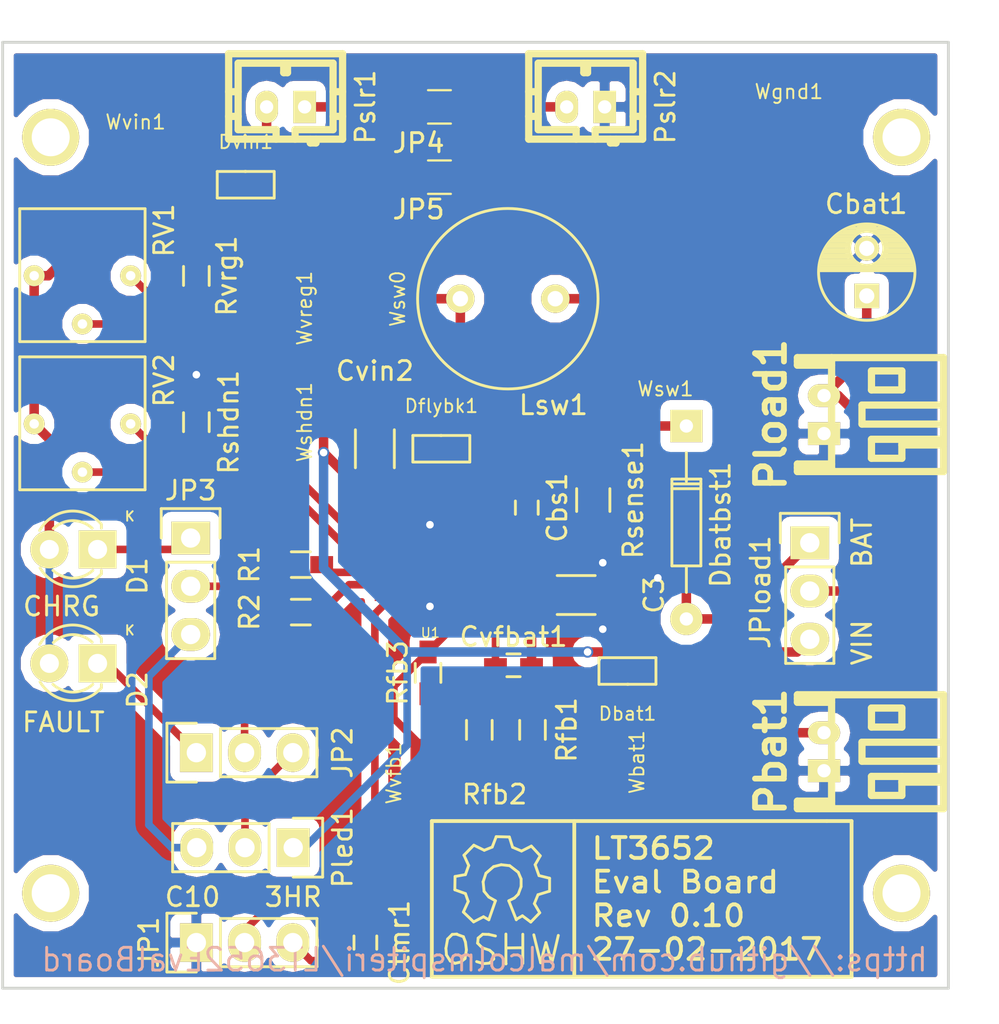
<source format=kicad_pcb>
(kicad_pcb (version 4) (host pcbnew 4.0.5)

  (general
    (links 71)
    (no_connects 0)
    (area 109.990999 65.274999 159.941001 115.225001)
    (thickness 1.6)
    (drawings 19)
    (tracks 194)
    (zones 0)
    (modules 47)
    (nets 27)
  )

  (page A4)
  (title_block
    (title "LT3652 Evaluation Board")
    (date 2017-02-27)
    (rev 0.10)
    (company "Malcolm Spiteri")
  )

  (layers
    (0 F.Cu signal)
    (31 B.Cu signal)
    (32 B.Adhes user)
    (33 F.Adhes user)
    (34 B.Paste user)
    (35 F.Paste user)
    (36 B.SilkS user)
    (37 F.SilkS user)
    (38 B.Mask user)
    (39 F.Mask user)
    (40 Dwgs.User user)
    (41 Cmts.User user)
    (42 Eco1.User user)
    (43 Eco2.User user)
    (44 Edge.Cuts user)
    (45 Margin user)
    (46 B.CrtYd user)
    (47 F.CrtYd user)
    (48 B.Fab user)
    (49 F.Fab user)
  )

  (setup
    (last_trace_width 0.5)
    (user_trace_width 0.3)
    (user_trace_width 0.4)
    (user_trace_width 0.5)
    (trace_clearance 0.2)
    (zone_clearance 0.508)
    (zone_45_only no)
    (trace_min 0.2)
    (segment_width 0.2)
    (edge_width 0.15)
    (via_size 0.6)
    (via_drill 0.4)
    (via_min_size 0.4)
    (via_min_drill 0.3)
    (uvia_size 0.3)
    (uvia_drill 0.1)
    (uvias_allowed no)
    (uvia_min_size 0.2)
    (uvia_min_drill 0.1)
    (pcb_text_width 0.3)
    (pcb_text_size 1.5 1.5)
    (mod_edge_width 0.15)
    (mod_text_size 1 1)
    (mod_text_width 0.15)
    (pad_size 1.524 1.524)
    (pad_drill 0.762)
    (pad_to_mask_clearance 0.055)
    (aux_axis_origin 147.866 107.95)
    (grid_origin 147.066 107.95)
    (visible_elements 7FFEFFFF)
    (pcbplotparams
      (layerselection 0x010f0_80000001)
      (usegerberextensions false)
      (excludeedgelayer true)
      (linewidth 0.100000)
      (plotframeref false)
      (viasonmask false)
      (mode 1)
      (useauxorigin false)
      (hpglpennumber 1)
      (hpglpenspeed 20)
      (hpglpendiameter 15)
      (hpglpenoverlay 2)
      (psnegative false)
      (psa4output false)
      (plotreference true)
      (plotvalue true)
      (plotinvisibletext false)
      (padsonsilk false)
      (subtractmaskfromsilk false)
      (outputformat 1)
      (mirror false)
      (drillshape 0)
      (scaleselection 1)
      (outputdirectory gerber/))
  )

  (net 0 "")
  (net 1 "Net-(D2-Pad1)")
  (net 2 GND)
  (net 3 /VIN)
  (net 4 /VIN_REG)
  (net 5 /SHDN)
  (net 6 "Net-(JP1-Pad2)")
  (net 7 "Net-(JP2-Pad2)")
  (net 8 "Net-(JP2-Pad3)")
  (net 9 "Net-(R1-Pad1)")
  (net 10 "Net-(R2-Pad1)")
  (net 11 "Net-(D1-Pad1)")
  (net 12 "Net-(JP3-Pad2)")
  (net 13 "Net-(JP3-Pad3)")
  (net 14 "Net-(Rfb1-Pad2)")
  (net 15 /BAT)
  (net 16 /BOOST)
  (net 17 /SW)
  (net 18 /VFB)
  (net 19 /SENSE)
  (net 20 "Net-(Ctmr1-Pad1)")
  (net 21 "Net-(Dvin1-Pad3)")
  (net 22 "Net-(Cbat1-Pad1)")
  (net 23 "Net-(RV2-Pad3)")
  (net 24 "Net-(RV1-Pad3)")
  (net 25 "Net-(JP4-Pad1)")
  (net 26 "Net-(JP4-Pad2)")

  (net_class Default "This is the default net class."
    (clearance 0.2)
    (trace_width 0.25)
    (via_dia 0.6)
    (via_drill 0.4)
    (uvia_dia 0.3)
    (uvia_drill 0.1)
    (add_net /BAT)
    (add_net /BOOST)
    (add_net /SENSE)
    (add_net /SHDN)
    (add_net /SW)
    (add_net /VFB)
    (add_net /VIN)
    (add_net /VIN_REG)
    (add_net GND)
    (add_net "Net-(Cbat1-Pad1)")
    (add_net "Net-(Ctmr1-Pad1)")
    (add_net "Net-(D1-Pad1)")
    (add_net "Net-(D2-Pad1)")
    (add_net "Net-(Dvin1-Pad3)")
    (add_net "Net-(JP1-Pad2)")
    (add_net "Net-(JP2-Pad2)")
    (add_net "Net-(JP2-Pad3)")
    (add_net "Net-(JP3-Pad2)")
    (add_net "Net-(JP3-Pad3)")
    (add_net "Net-(JP4-Pad1)")
    (add_net "Net-(JP4-Pad2)")
    (add_net "Net-(R1-Pad1)")
    (add_net "Net-(R2-Pad1)")
    (add_net "Net-(RV1-Pad3)")
    (add_net "Net-(RV2-Pad3)")
    (add_net "Net-(Rfb1-Pad2)")
  )

  (net_class "Power Traces" ""
    (clearance 0.3)
    (trace_width 0.5)
    (via_dia 0.8)
    (via_drill 0.6)
    (uvia_dia 0.4)
    (uvia_drill 0.2)
  )

  (module ms_enclosures:MHH-20_ABS_Plastic_Box_Holes_Only (layer F.Cu) (tedit 58B1C752) (tstamp 56EC614E)
    (at 135.396 89.7)
    (descr "Outline, Eurocard 1/4, Type I,  80x50mm, with holes 3,5mm,")
    (tags "Outline, Eurocard 1/4, Type I, 80x50mm, with holes 3,5mm,")
    (fp_text reference REF** (at 0 -25) (layer F.Fab) hide
      (effects (font (size 1 1) (thickness 0.15)))
    )
    (fp_text value MHH-20_ABS_Plastic_Box (at 0 -23.5) (layer F.Fab) hide
      (effects (font (size 1 1) (thickness 0.15)))
    )
    (pad "" np_thru_hole circle (at -22.8 20.45) (size 3 3) (drill 2) (layers *.Cu *.Mask F.SilkS))
    (pad "" np_thru_hole circle (at -22.8 -19.35) (size 3 3) (drill 2) (layers *.Cu *.Mask F.SilkS))
    (pad "" np_thru_hole circle (at 22 -19.35) (size 3 3) (drill 2) (layers *.Cu *.Mask F.SilkS))
    (pad "" np_thru_hole circle (at 22 20.45) (size 3 3) (drill 2) (layers *.Cu *.Mask F.SilkS))
  )

  (module Pin_Headers:Pin_Header_Straight_1x03 (layer F.Cu) (tedit 56DDE121) (tstamp 56C26F74)
    (at 120.266 102.75 90)
    (descr "Through hole pin header")
    (tags "pin header")
    (path /56D0B468)
    (fp_text reference JP2 (at 0 7.7 90) (layer F.SilkS)
      (effects (font (size 1 1) (thickness 0.15)))
    )
    (fp_text value JUMPER3 (at -2.54 2.54 180) (layer F.Fab)
      (effects (font (size 1 1) (thickness 0.15)))
    )
    (fp_line (start -1.75 -1.75) (end -1.75 6.85) (layer F.CrtYd) (width 0.05))
    (fp_line (start 1.75 -1.75) (end 1.75 6.85) (layer F.CrtYd) (width 0.05))
    (fp_line (start -1.75 -1.75) (end 1.75 -1.75) (layer F.CrtYd) (width 0.05))
    (fp_line (start -1.75 6.85) (end 1.75 6.85) (layer F.CrtYd) (width 0.05))
    (fp_line (start -1.27 1.27) (end -1.27 6.35) (layer F.SilkS) (width 0.15))
    (fp_line (start -1.27 6.35) (end 1.27 6.35) (layer F.SilkS) (width 0.15))
    (fp_line (start 1.27 6.35) (end 1.27 1.27) (layer F.SilkS) (width 0.15))
    (fp_line (start 1.55 -1.55) (end 1.55 0) (layer F.SilkS) (width 0.15))
    (fp_line (start 1.27 1.27) (end -1.27 1.27) (layer F.SilkS) (width 0.15))
    (fp_line (start -1.55 0) (end -1.55 -1.55) (layer F.SilkS) (width 0.15))
    (fp_line (start -1.55 -1.55) (end 1.55 -1.55) (layer F.SilkS) (width 0.15))
    (pad 1 thru_hole rect (at 0 0 90) (size 2.032 1.7272) (drill 1.016) (layers *.Cu *.Mask F.SilkS)
      (net 1 "Net-(D2-Pad1)"))
    (pad 2 thru_hole oval (at 0 2.54 90) (size 2.032 1.7272) (drill 1.016) (layers *.Cu *.Mask F.SilkS)
      (net 7 "Net-(JP2-Pad2)"))
    (pad 3 thru_hole oval (at 0 5.08 90) (size 2.032 1.7272) (drill 1.016) (layers *.Cu *.Mask F.SilkS)
      (net 8 "Net-(JP2-Pad3)"))
    (model Pin_Headers.3dshapes/Pin_Header_Straight_1x03.wrl
      (at (xyz 0 -0.1 0))
      (scale (xyz 1 1 1))
      (rotate (xyz 0 0 90))
    )
  )

  (module Resistors_SMD:R_0603_HandSoldering (layer F.Cu) (tedit 56DDE02B) (tstamp 56C64EDA)
    (at 125.766 92.85 180)
    (descr "Resistor SMD 0603, hand soldering")
    (tags "resistor 0603")
    (path /56C263E6)
    (attr smd)
    (fp_text reference R1 (at 2.7 0 270) (layer F.SilkS)
      (effects (font (size 1 1) (thickness 0.15)))
    )
    (fp_text value 10K (at -0.05 0 180) (layer F.Fab)
      (effects (font (size 1 1) (thickness 0.15)))
    )
    (fp_line (start -2 -0.8) (end 2 -0.8) (layer F.CrtYd) (width 0.05))
    (fp_line (start -2 0.8) (end 2 0.8) (layer F.CrtYd) (width 0.05))
    (fp_line (start -2 -0.8) (end -2 0.8) (layer F.CrtYd) (width 0.05))
    (fp_line (start 2 -0.8) (end 2 0.8) (layer F.CrtYd) (width 0.05))
    (fp_line (start 0.5 0.675) (end -0.5 0.675) (layer F.SilkS) (width 0.15))
    (fp_line (start -0.5 -0.675) (end 0.5 -0.675) (layer F.SilkS) (width 0.15))
    (pad 1 smd rect (at -1.1 0 180) (size 1.2 0.9) (layers F.Cu F.Paste F.Mask)
      (net 9 "Net-(R1-Pad1)"))
    (pad 2 smd rect (at 1.1 0 180) (size 1.2 0.9) (layers F.Cu F.Paste F.Mask)
      (net 12 "Net-(JP3-Pad2)"))
    (model Resistors_SMD.3dshapes/R_0603_HandSoldering.wrl
      (at (xyz 0 0 0))
      (scale (xyz 1 1 1))
      (rotate (xyz 0 0 0))
    )
  )

  (module Resistors_SMD:R_0603_HandSoldering (layer F.Cu) (tedit 56DDE024) (tstamp 56C64EDF)
    (at 125.766 95.35 180)
    (descr "Resistor SMD 0603, hand soldering")
    (tags "resistor 0603")
    (path /56C26441)
    (attr smd)
    (fp_text reference R2 (at 2.7 0 270) (layer F.SilkS)
      (effects (font (size 1 1) (thickness 0.15)))
    )
    (fp_text value 10K (at -0.05 0 180) (layer F.Fab)
      (effects (font (size 1 1) (thickness 0.15)))
    )
    (fp_line (start -2 -0.8) (end 2 -0.8) (layer F.CrtYd) (width 0.05))
    (fp_line (start -2 0.8) (end 2 0.8) (layer F.CrtYd) (width 0.05))
    (fp_line (start -2 -0.8) (end -2 0.8) (layer F.CrtYd) (width 0.05))
    (fp_line (start 2 -0.8) (end 2 0.8) (layer F.CrtYd) (width 0.05))
    (fp_line (start 0.5 0.675) (end -0.5 0.675) (layer F.SilkS) (width 0.15))
    (fp_line (start -0.5 -0.675) (end 0.5 -0.675) (layer F.SilkS) (width 0.15))
    (pad 1 smd rect (at -1.1 0 180) (size 1.2 0.9) (layers F.Cu F.Paste F.Mask)
      (net 10 "Net-(R2-Pad1)"))
    (pad 2 smd rect (at 1.1 0 180) (size 1.2 0.9) (layers F.Cu F.Paste F.Mask)
      (net 7 "Net-(JP2-Pad2)"))
    (model Resistors_SMD.3dshapes/R_0603_HandSoldering.wrl
      (at (xyz 0 0 0))
      (scale (xyz 1 1 1))
      (rotate (xyz 0 0 0))
    )
  )

  (module Capacitors_SMD:C_0603_HandSoldering (layer F.Cu) (tedit 56EC64F9) (tstamp 56D08B60)
    (at 137.666 89.85 90)
    (descr "Capacitor SMD 0603, hand soldering")
    (tags "capacitor 0603")
    (path /56C9E0DA)
    (attr smd)
    (fp_text reference Cbs1 (at 0 1.6 90) (layer F.SilkS)
      (effects (font (size 1 1) (thickness 0.15)))
    )
    (fp_text value 1uF (at 0 1.9 90) (layer F.Fab)
      (effects (font (size 1 1) (thickness 0.15)))
    )
    (fp_line (start -1.85 -0.75) (end 1.85 -0.75) (layer F.CrtYd) (width 0.05))
    (fp_line (start -1.85 0.75) (end 1.85 0.75) (layer F.CrtYd) (width 0.05))
    (fp_line (start -1.85 -0.75) (end -1.85 0.75) (layer F.CrtYd) (width 0.05))
    (fp_line (start 1.85 -0.75) (end 1.85 0.75) (layer F.CrtYd) (width 0.05))
    (fp_line (start -0.35 -0.6) (end 0.35 -0.6) (layer F.SilkS) (width 0.15))
    (fp_line (start 0.35 0.6) (end -0.35 0.6) (layer F.SilkS) (width 0.15))
    (pad 1 smd rect (at -0.95 0 90) (size 1.2 0.75) (layers F.Cu F.Paste F.Mask)
      (net 16 /BOOST))
    (pad 2 smd rect (at 0.95 0 90) (size 1.2 0.75) (layers F.Cu F.Paste F.Mask)
      (net 17 /SW))
    (model Capacitors_SMD.3dshapes/C_0603_HandSoldering.wrl
      (at (xyz 0 0 0))
      (scale (xyz 1 1 1))
      (rotate (xyz 0 0 0))
    )
  )

  (module Pin_Headers:Pin_Header_Straight_1x03 (layer F.Cu) (tedit 56DDE07B) (tstamp 56D08B75)
    (at 120.266 112.75 90)
    (descr "Through hole pin header")
    (tags "pin header")
    (path /56C28A94)
    (fp_text reference JP1 (at 0 -2.5 90) (layer F.SilkS)
      (effects (font (size 1 1) (thickness 0.15)))
    )
    (fp_text value "TIMER OPT" (at 0 -3.1 90) (layer F.Fab)
      (effects (font (size 1 1) (thickness 0.15)))
    )
    (fp_line (start -1.75 -1.75) (end -1.75 6.85) (layer F.CrtYd) (width 0.05))
    (fp_line (start 1.75 -1.75) (end 1.75 6.85) (layer F.CrtYd) (width 0.05))
    (fp_line (start -1.75 -1.75) (end 1.75 -1.75) (layer F.CrtYd) (width 0.05))
    (fp_line (start -1.75 6.85) (end 1.75 6.85) (layer F.CrtYd) (width 0.05))
    (fp_line (start -1.27 1.27) (end -1.27 6.35) (layer F.SilkS) (width 0.15))
    (fp_line (start -1.27 6.35) (end 1.27 6.35) (layer F.SilkS) (width 0.15))
    (fp_line (start 1.27 6.35) (end 1.27 1.27) (layer F.SilkS) (width 0.15))
    (fp_line (start 1.55 -1.55) (end 1.55 0) (layer F.SilkS) (width 0.15))
    (fp_line (start 1.27 1.27) (end -1.27 1.27) (layer F.SilkS) (width 0.15))
    (fp_line (start -1.55 0) (end -1.55 -1.55) (layer F.SilkS) (width 0.15))
    (fp_line (start -1.55 -1.55) (end 1.55 -1.55) (layer F.SilkS) (width 0.15))
    (pad 1 thru_hole rect (at 0 0 90) (size 2.032 1.7272) (drill 1.016) (layers *.Cu *.Mask F.SilkS)
      (net 2 GND))
    (pad 2 thru_hole oval (at 0 2.54 90) (size 2.032 1.7272) (drill 1.016) (layers *.Cu *.Mask F.SilkS)
      (net 6 "Net-(JP1-Pad2)"))
    (pad 3 thru_hole oval (at 0 5.08 90) (size 2.032 1.7272) (drill 1.016) (layers *.Cu *.Mask F.SilkS)
      (net 20 "Net-(Ctmr1-Pad1)"))
    (model Pin_Headers.3dshapes/Pin_Header_Straight_1x03.wrl
      (at (xyz 0 -0.1 0))
      (scale (xyz 1 1 1))
      (rotate (xyz 0 0 90))
    )
  )

  (module Pin_Headers:Pin_Header_Straight_1x03 (layer F.Cu) (tedit 56DDE11C) (tstamp 56D08B88)
    (at 125.366 107.75 270)
    (descr "Through hole pin header")
    (tags "pin header")
    (path /56D1487C)
    (fp_text reference Pled1 (at 0 -2.6 270) (layer F.SilkS)
      (effects (font (size 1 1) (thickness 0.15)))
    )
    (fp_text value CONN_01X03 (at 0 -3.1 270) (layer F.Fab)
      (effects (font (size 1 1) (thickness 0.15)))
    )
    (fp_line (start -1.75 -1.75) (end -1.75 6.85) (layer F.CrtYd) (width 0.05))
    (fp_line (start 1.75 -1.75) (end 1.75 6.85) (layer F.CrtYd) (width 0.05))
    (fp_line (start -1.75 -1.75) (end 1.75 -1.75) (layer F.CrtYd) (width 0.05))
    (fp_line (start -1.75 6.85) (end 1.75 6.85) (layer F.CrtYd) (width 0.05))
    (fp_line (start -1.27 1.27) (end -1.27 6.35) (layer F.SilkS) (width 0.15))
    (fp_line (start -1.27 6.35) (end 1.27 6.35) (layer F.SilkS) (width 0.15))
    (fp_line (start 1.27 6.35) (end 1.27 1.27) (layer F.SilkS) (width 0.15))
    (fp_line (start 1.55 -1.55) (end 1.55 0) (layer F.SilkS) (width 0.15))
    (fp_line (start 1.27 1.27) (end -1.27 1.27) (layer F.SilkS) (width 0.15))
    (fp_line (start -1.55 0) (end -1.55 -1.55) (layer F.SilkS) (width 0.15))
    (fp_line (start -1.55 -1.55) (end 1.55 -1.55) (layer F.SilkS) (width 0.15))
    (pad 1 thru_hole rect (at 0 0 270) (size 2.032 1.7272) (drill 1.016) (layers *.Cu *.Mask F.SilkS)
      (net 3 /VIN))
    (pad 2 thru_hole oval (at 0 2.54 270) (size 2.032 1.7272) (drill 1.016) (layers *.Cu *.Mask F.SilkS)
      (net 8 "Net-(JP2-Pad3)"))
    (pad 3 thru_hole oval (at 0 5.08 270) (size 2.032 1.7272) (drill 1.016) (layers *.Cu *.Mask F.SilkS)
      (net 13 "Net-(JP3-Pad3)"))
    (model Pin_Headers.3dshapes/Pin_Header_Straight_1x03.wrl
      (at (xyz 0 -0.1 0))
      (scale (xyz 1 1 1))
      (rotate (xyz 0 0 90))
    )
  )

  (module Resistors_SMD:R_0603_HandSoldering (layer F.Cu) (tedit 56DDDFB1) (tstamp 56D08B94)
    (at 137.966 101.55 270)
    (descr "Resistor SMD 0603, hand soldering")
    (tags "resistor 0603")
    (path /56CF4BE6)
    (attr smd)
    (fp_text reference Rfb1 (at 0 -1.8 270) (layer F.SilkS)
      (effects (font (size 1 1) (thickness 0.15)))
    )
    (fp_text value 90k (at 0 1.9 270) (layer F.Fab)
      (effects (font (size 1 1) (thickness 0.15)))
    )
    (fp_line (start -2 -0.8) (end 2 -0.8) (layer F.CrtYd) (width 0.05))
    (fp_line (start -2 0.8) (end 2 0.8) (layer F.CrtYd) (width 0.05))
    (fp_line (start -2 -0.8) (end -2 0.8) (layer F.CrtYd) (width 0.05))
    (fp_line (start 2 -0.8) (end 2 0.8) (layer F.CrtYd) (width 0.05))
    (fp_line (start 0.5 0.675) (end -0.5 0.675) (layer F.SilkS) (width 0.15))
    (fp_line (start -0.5 -0.675) (end 0.5 -0.675) (layer F.SilkS) (width 0.15))
    (pad 1 smd rect (at -1.1 0 270) (size 1.2 0.9) (layers F.Cu F.Paste F.Mask)
      (net 15 /BAT))
    (pad 2 smd rect (at 1.1 0 270) (size 1.2 0.9) (layers F.Cu F.Paste F.Mask)
      (net 14 "Net-(Rfb1-Pad2)"))
    (model Resistors_SMD.3dshapes/R_0603_HandSoldering.wrl
      (at (xyz 0 0 0))
      (scale (xyz 1 1 1))
      (rotate (xyz 0 0 0))
    )
  )

  (module Resistors_SMD:R_0603_HandSoldering (layer F.Cu) (tedit 56DDDFB8) (tstamp 56D08B9A)
    (at 135.166 101.55 270)
    (descr "Resistor SMD 0603, hand soldering")
    (tags "resistor 0603")
    (path /56CF4C65)
    (attr smd)
    (fp_text reference Rfb2 (at 3.4 -0.8 360) (layer F.SilkS)
      (effects (font (size 1 1) (thickness 0.15)))
    )
    (fp_text value 330k (at 0 1.9 270) (layer F.Fab)
      (effects (font (size 1 1) (thickness 0.15)))
    )
    (fp_line (start -2 -0.8) (end 2 -0.8) (layer F.CrtYd) (width 0.05))
    (fp_line (start -2 0.8) (end 2 0.8) (layer F.CrtYd) (width 0.05))
    (fp_line (start -2 -0.8) (end -2 0.8) (layer F.CrtYd) (width 0.05))
    (fp_line (start 2 -0.8) (end 2 0.8) (layer F.CrtYd) (width 0.05))
    (fp_line (start 0.5 0.675) (end -0.5 0.675) (layer F.SilkS) (width 0.15))
    (fp_line (start -0.5 -0.675) (end 0.5 -0.675) (layer F.SilkS) (width 0.15))
    (pad 1 smd rect (at -1.1 0 270) (size 1.2 0.9) (layers F.Cu F.Paste F.Mask)
      (net 14 "Net-(Rfb1-Pad2)"))
    (pad 2 smd rect (at 1.1 0 270) (size 1.2 0.9) (layers F.Cu F.Paste F.Mask)
      (net 2 GND))
    (model Resistors_SMD.3dshapes/R_0603_HandSoldering.wrl
      (at (xyz 0 0 0))
      (scale (xyz 1 1 1))
      (rotate (xyz 0 0 0))
    )
  )

  (module Resistors_SMD:R_0603_HandSoldering (layer F.Cu) (tedit 56DDE034) (tstamp 56D08BA0)
    (at 132.466 98.55 90)
    (descr "Resistor SMD 0603, hand soldering")
    (tags "resistor 0603")
    (path /56CF4CD2)
    (attr smd)
    (fp_text reference Rfb3 (at 0 -1.6 90) (layer F.SilkS)
      (effects (font (size 1 1) (thickness 0.15)))
    )
    (fp_text value 179k (at 0 1.9 90) (layer F.Fab)
      (effects (font (size 1 1) (thickness 0.15)))
    )
    (fp_line (start -2 -0.8) (end 2 -0.8) (layer F.CrtYd) (width 0.05))
    (fp_line (start -2 0.8) (end 2 0.8) (layer F.CrtYd) (width 0.05))
    (fp_line (start -2 -0.8) (end -2 0.8) (layer F.CrtYd) (width 0.05))
    (fp_line (start 2 -0.8) (end 2 0.8) (layer F.CrtYd) (width 0.05))
    (fp_line (start 0.5 0.675) (end -0.5 0.675) (layer F.SilkS) (width 0.15))
    (fp_line (start -0.5 -0.675) (end 0.5 -0.675) (layer F.SilkS) (width 0.15))
    (pad 1 smd rect (at -1.1 0 90) (size 1.2 0.9) (layers F.Cu F.Paste F.Mask)
      (net 14 "Net-(Rfb1-Pad2)"))
    (pad 2 smd rect (at 1.1 0 90) (size 1.2 0.9) (layers F.Cu F.Paste F.Mask)
      (net 18 /VFB))
    (model Resistors_SMD.3dshapes/R_0603_HandSoldering.wrl
      (at (xyz 0 0 0))
      (scale (xyz 1 1 1))
      (rotate (xyz 0 0 0))
    )
  )

  (module Pin_Headers:Pin_Header_Straight_1x03 (layer F.Cu) (tedit 56DDDFF1) (tstamp 56D090F2)
    (at 119.966 91.45)
    (descr "Through hole pin header")
    (tags "pin header")
    (path /56D0A561)
    (fp_text reference JP3 (at 0 -2.5) (layer F.SilkS)
      (effects (font (size 1 1) (thickness 0.15)))
    )
    (fp_text value JUMPER3 (at 0 -3.1) (layer F.Fab)
      (effects (font (size 1 1) (thickness 0.15)))
    )
    (fp_line (start -1.75 -1.75) (end -1.75 6.85) (layer F.CrtYd) (width 0.05))
    (fp_line (start 1.75 -1.75) (end 1.75 6.85) (layer F.CrtYd) (width 0.05))
    (fp_line (start -1.75 -1.75) (end 1.75 -1.75) (layer F.CrtYd) (width 0.05))
    (fp_line (start -1.75 6.85) (end 1.75 6.85) (layer F.CrtYd) (width 0.05))
    (fp_line (start -1.27 1.27) (end -1.27 6.35) (layer F.SilkS) (width 0.15))
    (fp_line (start -1.27 6.35) (end 1.27 6.35) (layer F.SilkS) (width 0.15))
    (fp_line (start 1.27 6.35) (end 1.27 1.27) (layer F.SilkS) (width 0.15))
    (fp_line (start 1.55 -1.55) (end 1.55 0) (layer F.SilkS) (width 0.15))
    (fp_line (start 1.27 1.27) (end -1.27 1.27) (layer F.SilkS) (width 0.15))
    (fp_line (start -1.55 0) (end -1.55 -1.55) (layer F.SilkS) (width 0.15))
    (fp_line (start -1.55 -1.55) (end 1.55 -1.55) (layer F.SilkS) (width 0.15))
    (pad 1 thru_hole rect (at 0 0) (size 2.032 1.7272) (drill 1.016) (layers *.Cu *.Mask F.SilkS)
      (net 11 "Net-(D1-Pad1)"))
    (pad 2 thru_hole oval (at 0 2.54) (size 2.032 1.7272) (drill 1.016) (layers *.Cu *.Mask F.SilkS)
      (net 12 "Net-(JP3-Pad2)"))
    (pad 3 thru_hole oval (at 0 5.08) (size 2.032 1.7272) (drill 1.016) (layers *.Cu *.Mask F.SilkS)
      (net 13 "Net-(JP3-Pad3)"))
    (model Pin_Headers.3dshapes/Pin_Header_Straight_1x03.wrl
      (at (xyz 0 -0.1 0))
      (scale (xyz 1 1 1))
      (rotate (xyz 0 0 90))
    )
  )

  (module Capacitors_SMD:C_0603_HandSoldering (layer F.Cu) (tedit 56DDE03C) (tstamp 56D0AB06)
    (at 136.966 98.15 180)
    (descr "Capacitor SMD 0603, hand soldering")
    (tags "capacitor 0603")
    (path /56CF8C9B)
    (attr smd)
    (fp_text reference Cvfbat1 (at 0 1.5 180) (layer F.SilkS)
      (effects (font (size 1 1) (thickness 0.15)))
    )
    (fp_text value 22pF (at 0 1.9 180) (layer F.Fab)
      (effects (font (size 1 1) (thickness 0.15)))
    )
    (fp_line (start -1.85 -0.75) (end 1.85 -0.75) (layer F.CrtYd) (width 0.05))
    (fp_line (start -1.85 0.75) (end 1.85 0.75) (layer F.CrtYd) (width 0.05))
    (fp_line (start -1.85 -0.75) (end -1.85 0.75) (layer F.CrtYd) (width 0.05))
    (fp_line (start 1.85 -0.75) (end 1.85 0.75) (layer F.CrtYd) (width 0.05))
    (fp_line (start -0.35 -0.6) (end 0.35 -0.6) (layer F.SilkS) (width 0.15))
    (fp_line (start 0.35 0.6) (end -0.35 0.6) (layer F.SilkS) (width 0.15))
    (pad 1 smd rect (at -0.95 0 180) (size 1.2 0.75) (layers F.Cu F.Paste F.Mask)
      (net 15 /BAT))
    (pad 2 smd rect (at 0.95 0 180) (size 1.2 0.75) (layers F.Cu F.Paste F.Mask)
      (net 18 /VFB))
    (model Capacitors_SMD.3dshapes/C_0603_HandSoldering.wrl
      (at (xyz 0 0 0))
      (scale (xyz 1 1 1))
      (rotate (xyz 0 0 0))
    )
  )

  (module Capacitors_ThroughHole:C_Radial_D5_L6_P2.5 (layer F.Cu) (tedit 56DDDEFA) (tstamp 56D152E4)
    (at 155.566 78.7 90)
    (descr "Radial Electrolytic Capacitor Diameter 5mm x Length 6mm, Pitch 2.5mm")
    (tags "Electrolytic Capacitor")
    (path /56D1522A)
    (fp_text reference Cbat1 (at 4.836 -0.03 180) (layer F.SilkS)
      (effects (font (size 1 1) (thickness 0.15)))
    )
    (fp_text value 100uF (at 1.25 3.8 90) (layer F.Fab)
      (effects (font (size 1 1) (thickness 0.15)))
    )
    (fp_line (start 1.325 -2.499) (end 1.325 2.499) (layer F.SilkS) (width 0.15))
    (fp_line (start 1.465 -2.491) (end 1.465 2.491) (layer F.SilkS) (width 0.15))
    (fp_line (start 1.605 -2.475) (end 1.605 -0.095) (layer F.SilkS) (width 0.15))
    (fp_line (start 1.605 0.095) (end 1.605 2.475) (layer F.SilkS) (width 0.15))
    (fp_line (start 1.745 -2.451) (end 1.745 -0.49) (layer F.SilkS) (width 0.15))
    (fp_line (start 1.745 0.49) (end 1.745 2.451) (layer F.SilkS) (width 0.15))
    (fp_line (start 1.885 -2.418) (end 1.885 -0.657) (layer F.SilkS) (width 0.15))
    (fp_line (start 1.885 0.657) (end 1.885 2.418) (layer F.SilkS) (width 0.15))
    (fp_line (start 2.025 -2.377) (end 2.025 -0.764) (layer F.SilkS) (width 0.15))
    (fp_line (start 2.025 0.764) (end 2.025 2.377) (layer F.SilkS) (width 0.15))
    (fp_line (start 2.165 -2.327) (end 2.165 -0.835) (layer F.SilkS) (width 0.15))
    (fp_line (start 2.165 0.835) (end 2.165 2.327) (layer F.SilkS) (width 0.15))
    (fp_line (start 2.305 -2.266) (end 2.305 -0.879) (layer F.SilkS) (width 0.15))
    (fp_line (start 2.305 0.879) (end 2.305 2.266) (layer F.SilkS) (width 0.15))
    (fp_line (start 2.445 -2.196) (end 2.445 -0.898) (layer F.SilkS) (width 0.15))
    (fp_line (start 2.445 0.898) (end 2.445 2.196) (layer F.SilkS) (width 0.15))
    (fp_line (start 2.585 -2.114) (end 2.585 -0.896) (layer F.SilkS) (width 0.15))
    (fp_line (start 2.585 0.896) (end 2.585 2.114) (layer F.SilkS) (width 0.15))
    (fp_line (start 2.725 -2.019) (end 2.725 -0.871) (layer F.SilkS) (width 0.15))
    (fp_line (start 2.725 0.871) (end 2.725 2.019) (layer F.SilkS) (width 0.15))
    (fp_line (start 2.865 -1.908) (end 2.865 -0.823) (layer F.SilkS) (width 0.15))
    (fp_line (start 2.865 0.823) (end 2.865 1.908) (layer F.SilkS) (width 0.15))
    (fp_line (start 3.005 -1.78) (end 3.005 -0.745) (layer F.SilkS) (width 0.15))
    (fp_line (start 3.005 0.745) (end 3.005 1.78) (layer F.SilkS) (width 0.15))
    (fp_line (start 3.145 -1.631) (end 3.145 -0.628) (layer F.SilkS) (width 0.15))
    (fp_line (start 3.145 0.628) (end 3.145 1.631) (layer F.SilkS) (width 0.15))
    (fp_line (start 3.285 -1.452) (end 3.285 -0.44) (layer F.SilkS) (width 0.15))
    (fp_line (start 3.285 0.44) (end 3.285 1.452) (layer F.SilkS) (width 0.15))
    (fp_line (start 3.425 -1.233) (end 3.425 1.233) (layer F.SilkS) (width 0.15))
    (fp_line (start 3.565 -0.944) (end 3.565 0.944) (layer F.SilkS) (width 0.15))
    (fp_line (start 3.705 -0.472) (end 3.705 0.472) (layer F.SilkS) (width 0.15))
    (fp_circle (center 2.5 0) (end 2.5 -0.9) (layer F.SilkS) (width 0.15))
    (fp_circle (center 1.25 0) (end 1.25 -2.5375) (layer F.SilkS) (width 0.15))
    (fp_circle (center 1.25 0) (end 1.25 -2.8) (layer F.CrtYd) (width 0.05))
    (pad 1 thru_hole rect (at 0 0 90) (size 1.3 1.3) (drill 0.8) (layers *.Cu *.Mask F.SilkS)
      (net 22 "Net-(Cbat1-Pad1)"))
    (pad 2 thru_hole circle (at 2.5 0 90) (size 1.3 1.3) (drill 0.8) (layers *.Cu *.Mask F.SilkS)
      (net 2 GND))
    (model Capacitors_ThroughHole.3dshapes/C_Radial_D5_L6_P2.5.wrl
      (at (xyz 0.0492126 0 0))
      (scale (xyz 1 1 1))
      (rotate (xyz 0 0 90))
    )
  )

  (module Capacitors_SMD:C_1206_HandSoldering (layer F.Cu) (tedit 56DDDEA4) (tstamp 56D5E4F2)
    (at 140.266 94.45)
    (descr "Capacitor SMD 1206, hand soldering")
    (tags "capacitor 1206")
    (path /56C2D406)
    (attr smd)
    (fp_text reference C3 (at 4.1 0 90) (layer F.SilkS)
      (effects (font (size 1 1) (thickness 0.15)))
    )
    (fp_text value 10uF (at 0 2.3) (layer F.Fab)
      (effects (font (size 1 1) (thickness 0.15)))
    )
    (fp_line (start -3.3 -1.15) (end 3.3 -1.15) (layer F.CrtYd) (width 0.05))
    (fp_line (start -3.3 1.15) (end 3.3 1.15) (layer F.CrtYd) (width 0.05))
    (fp_line (start -3.3 -1.15) (end -3.3 1.15) (layer F.CrtYd) (width 0.05))
    (fp_line (start 3.3 -1.15) (end 3.3 1.15) (layer F.CrtYd) (width 0.05))
    (fp_line (start 1 -1.025) (end -1 -1.025) (layer F.SilkS) (width 0.15))
    (fp_line (start -1 1.025) (end 1 1.025) (layer F.SilkS) (width 0.15))
    (pad 1 smd rect (at -2 0) (size 2 1.6) (layers F.Cu F.Paste F.Mask)
      (net 15 /BAT))
    (pad 2 smd rect (at 2 0) (size 2 1.6) (layers F.Cu F.Paste F.Mask)
      (net 2 GND))
    (model Capacitors_SMD.3dshapes/C_1206_HandSoldering.wrl
      (at (xyz 0 0 0))
      (scale (xyz 1 1 1))
      (rotate (xyz 0 0 0))
    )
  )

  (module Capacitors_SMD:C_0603_HandSoldering (layer F.Cu) (tedit 56DDE065) (tstamp 56D5E508)
    (at 129.166 112.75 90)
    (descr "Capacitor SMD 0603, hand soldering")
    (tags "capacitor 0603")
    (path /56D0C26A)
    (attr smd)
    (fp_text reference Ctmr1 (at 0 1.8 90) (layer F.SilkS)
      (effects (font (size 1 1) (thickness 0.15)))
    )
    (fp_text value 0.68µF (at 0 1.9 90) (layer F.Fab)
      (effects (font (size 1 1) (thickness 0.15)))
    )
    (fp_line (start -1.85 -0.75) (end 1.85 -0.75) (layer F.CrtYd) (width 0.05))
    (fp_line (start -1.85 0.75) (end 1.85 0.75) (layer F.CrtYd) (width 0.05))
    (fp_line (start -1.85 -0.75) (end -1.85 0.75) (layer F.CrtYd) (width 0.05))
    (fp_line (start 1.85 -0.75) (end 1.85 0.75) (layer F.CrtYd) (width 0.05))
    (fp_line (start -0.35 -0.6) (end 0.35 -0.6) (layer F.SilkS) (width 0.15))
    (fp_line (start 0.35 0.6) (end -0.35 0.6) (layer F.SilkS) (width 0.15))
    (pad 1 smd rect (at -0.95 0 90) (size 1.2 0.75) (layers F.Cu F.Paste F.Mask)
      (net 20 "Net-(Ctmr1-Pad1)"))
    (pad 2 smd rect (at 0.95 0 90) (size 1.2 0.75) (layers F.Cu F.Paste F.Mask)
      (net 2 GND))
    (model Capacitors_SMD.3dshapes/C_0603_HandSoldering.wrl
      (at (xyz 0 0 0))
      (scale (xyz 1 1 1))
      (rotate (xyz 0 0 0))
    )
  )

  (module Capacitors_SMD:C_1206_HandSoldering (layer F.Cu) (tedit 56DDDEBE) (tstamp 56D5E509)
    (at 129.666 86.75 270)
    (descr "Capacitor SMD 1206, hand soldering")
    (tags "capacitor 1206")
    (path /56C2978D)
    (attr smd)
    (fp_text reference Cvin2 (at -4.1 0 360) (layer F.SilkS)
      (effects (font (size 1 1) (thickness 0.15)))
    )
    (fp_text value 10uF (at 0 2.3 270) (layer F.Fab)
      (effects (font (size 1 1) (thickness 0.15)))
    )
    (fp_line (start -3.3 -1.15) (end 3.3 -1.15) (layer F.CrtYd) (width 0.05))
    (fp_line (start -3.3 1.15) (end 3.3 1.15) (layer F.CrtYd) (width 0.05))
    (fp_line (start -3.3 -1.15) (end -3.3 1.15) (layer F.CrtYd) (width 0.05))
    (fp_line (start 3.3 -1.15) (end 3.3 1.15) (layer F.CrtYd) (width 0.05))
    (fp_line (start 1 -1.025) (end -1 -1.025) (layer F.SilkS) (width 0.15))
    (fp_line (start -1 1.025) (end 1 1.025) (layer F.SilkS) (width 0.15))
    (pad 1 smd rect (at -2 0 270) (size 2 1.6) (layers F.Cu F.Paste F.Mask)
      (net 2 GND))
    (pad 2 smd rect (at 2 0 270) (size 2 1.6) (layers F.Cu F.Paste F.Mask)
      (net 3 /VIN))
    (model Capacitors_SMD.3dshapes/C_1206_HandSoldering.wrl
      (at (xyz 0 0 0))
      (scale (xyz 1 1 1))
      (rotate (xyz 0 0 0))
    )
  )

  (module w_conn_jst-ph:b2b-ph-kl (layer F.Cu) (tedit 56DDDEC8) (tstamp 56D5E52E)
    (at 124.966 68.75 180)
    (descr "JST PH series connector, B2B-PH-KL")
    (path /56F3F4BC)
    (fp_text reference Pslr1 (at -4.2 0 270) (layer F.SilkS)
      (effects (font (size 1 1) (thickness 0.15)))
    )
    (fp_text value "JST PH" (at 0 4.20116 180) (layer F.Fab)
      (effects (font (thickness 0.3048)))
    )
    (fp_line (start -0.09906 2.30124) (end -0.09906 1.80086) (layer F.SilkS) (width 0.381))
    (fp_line (start -0.09906 1.80086) (end 0.09906 1.80086) (layer F.SilkS) (width 0.381))
    (fp_line (start 0.09906 1.80086) (end 0.09906 2.30124) (layer F.SilkS) (width 0.381))
    (fp_line (start 2.99974 -0.50038) (end 2.49936 -0.50038) (layer F.SilkS) (width 0.381))
    (fp_line (start 2.49936 0.8001) (end 2.99974 0.8001) (layer F.SilkS) (width 0.381))
    (fp_line (start -2.49936 0.8001) (end -2.99974 0.8001) (layer F.SilkS) (width 0.381))
    (fp_line (start -2.49936 -0.50038) (end -2.99974 -0.50038) (layer F.SilkS) (width 0.381))
    (fp_line (start -0.50038 -1.69926) (end -0.50038 -1.19888) (layer F.SilkS) (width 0.381))
    (fp_line (start -0.50038 -1.19888) (end -2.49936 -1.19888) (layer F.SilkS) (width 0.381))
    (fp_line (start -2.49936 -1.19888) (end -2.49936 2.30124) (layer F.SilkS) (width 0.381))
    (fp_line (start -2.49936 2.30124) (end 2.49936 2.30124) (layer F.SilkS) (width 0.381))
    (fp_line (start 2.49936 2.30124) (end 2.49936 -1.19888) (layer F.SilkS) (width 0.381))
    (fp_line (start 2.49936 -1.19888) (end 0.50038 -1.19888) (layer F.SilkS) (width 0.381))
    (fp_line (start 0.50038 -1.19888) (end 0.50038 -1.69926) (layer F.SilkS) (width 0.381))
    (fp_line (start -2.99974 -1.69926) (end -2.99974 2.79908) (layer F.SilkS) (width 0.381))
    (fp_line (start 2.99974 -1.69926) (end 2.99974 2.79908) (layer F.SilkS) (width 0.381))
    (fp_line (start -1.30048 -1.69926) (end -1.30048 -1.89992) (layer F.SilkS) (width 0.381))
    (fp_line (start -1.30048 -1.89992) (end -1.6002 -1.89992) (layer F.SilkS) (width 0.381))
    (fp_line (start -1.6002 -1.89992) (end -1.6002 -1.69926) (layer F.SilkS) (width 0.381))
    (fp_line (start 2.99974 -1.69926) (end -2.99974 -1.69926) (layer F.SilkS) (width 0.381))
    (fp_line (start -2.99974 2.79908) (end 2.99974 2.79908) (layer F.SilkS) (width 0.381))
    (pad 1 thru_hole rect (at -1.00076 0 180) (size 1.19888 1.69926) (drill 0.70104) (layers *.Cu *.Mask F.SilkS)
      (net 25 "Net-(JP4-Pad1)"))
    (pad 2 thru_hole oval (at 1.00076 0 180) (size 1.19888 1.69926) (drill 0.70104) (layers *.Cu *.Mask F.SilkS)
      (net 21 "Net-(Dvin1-Pad3)"))
    (model walter/conn_jst-ph/b2b-ph-kl.wrl
      (at (xyz 0 0 0))
      (scale (xyz 1 1 1))
      (rotate (xyz 0 0 0))
    )
  )

  (module LEDs:LED-3MM (layer F.Cu) (tedit 56DDE016) (tstamp 56D5FE78)
    (at 115.066 92.05 180)
    (descr "LED 3mm round vertical")
    (tags "LED  3mm round vertical")
    (path /56C26334)
    (fp_text reference D1 (at -2.1 -1.4 270) (layer F.SilkS)
      (effects (font (size 1 1) (thickness 0.15)))
    )
    (fp_text value "3mm GRN" (at 1.3 -2.9 180) (layer F.Fab)
      (effects (font (size 1 1) (thickness 0.15)))
    )
    (fp_line (start -1.2 2.3) (end 3.8 2.3) (layer F.CrtYd) (width 0.05))
    (fp_line (start 3.8 2.3) (end 3.8 -2.2) (layer F.CrtYd) (width 0.05))
    (fp_line (start 3.8 -2.2) (end -1.2 -2.2) (layer F.CrtYd) (width 0.05))
    (fp_line (start -1.2 -2.2) (end -1.2 2.3) (layer F.CrtYd) (width 0.05))
    (fp_line (start -0.199 1.314) (end -0.199 1.114) (layer F.SilkS) (width 0.15))
    (fp_line (start -0.199 -1.28) (end -0.199 -1.1) (layer F.SilkS) (width 0.15))
    (fp_arc (start 1.301 0.034) (end -0.199 -1.286) (angle 108.5) (layer F.SilkS) (width 0.15))
    (fp_arc (start 1.301 0.034) (end 0.25 -1.1) (angle 85.7) (layer F.SilkS) (width 0.15))
    (fp_arc (start 1.311 0.034) (end 3.051 0.994) (angle 110) (layer F.SilkS) (width 0.15))
    (fp_arc (start 1.301 0.034) (end 2.335 1.094) (angle 87.5) (layer F.SilkS) (width 0.15))
    (fp_text user K (at -1.69 1.74 180) (layer F.SilkS)
      (effects (font (size 0.5 0.5) (thickness 0.1)))
    )
    (pad 1 thru_hole rect (at 0 0 270) (size 2 2) (drill 1.00076) (layers *.Cu *.Mask F.SilkS)
      (net 11 "Net-(D1-Pad1)"))
    (pad 2 thru_hole circle (at 2.54 0 180) (size 2 2) (drill 1.00076) (layers *.Cu *.Mask F.SilkS)
      (net 3 /VIN))
    (model LEDs.3dshapes/LED-3MM.wrl
      (at (xyz 0.05 0 0))
      (scale (xyz 1 1 1))
      (rotate (xyz 0 0 90))
    )
  )

  (module LEDs:LED-3MM (layer F.Cu) (tedit 56DDE01C) (tstamp 56D5FE88)
    (at 115.066 98.05 180)
    (descr "LED 3mm round vertical")
    (tags "LED  3mm round vertical")
    (path /56C2636F)
    (fp_text reference D2 (at -2.1 -1.4 270) (layer F.SilkS)
      (effects (font (size 1 1) (thickness 0.15)))
    )
    (fp_text value "3mm RED" (at 1.3 -2.9 180) (layer F.Fab)
      (effects (font (size 1 1) (thickness 0.15)))
    )
    (fp_line (start -1.2 2.3) (end 3.8 2.3) (layer F.CrtYd) (width 0.05))
    (fp_line (start 3.8 2.3) (end 3.8 -2.2) (layer F.CrtYd) (width 0.05))
    (fp_line (start 3.8 -2.2) (end -1.2 -2.2) (layer F.CrtYd) (width 0.05))
    (fp_line (start -1.2 -2.2) (end -1.2 2.3) (layer F.CrtYd) (width 0.05))
    (fp_line (start -0.199 1.314) (end -0.199 1.114) (layer F.SilkS) (width 0.15))
    (fp_line (start -0.199 -1.28) (end -0.199 -1.1) (layer F.SilkS) (width 0.15))
    (fp_arc (start 1.301 0.034) (end -0.199 -1.286) (angle 108.5) (layer F.SilkS) (width 0.15))
    (fp_arc (start 1.301 0.034) (end 0.25 -1.1) (angle 85.7) (layer F.SilkS) (width 0.15))
    (fp_arc (start 1.311 0.034) (end 3.051 0.994) (angle 110) (layer F.SilkS) (width 0.15))
    (fp_arc (start 1.301 0.034) (end 2.335 1.094) (angle 87.5) (layer F.SilkS) (width 0.15))
    (fp_text user K (at -1.69 1.74 180) (layer F.SilkS)
      (effects (font (size 0.5 0.5) (thickness 0.1)))
    )
    (pad 1 thru_hole rect (at 0 0 270) (size 2 2) (drill 1.00076) (layers *.Cu *.Mask F.SilkS)
      (net 1 "Net-(D2-Pad1)"))
    (pad 2 thru_hole circle (at 2.54 0 180) (size 2 2) (drill 1.00076) (layers *.Cu *.Mask F.SilkS)
      (net 3 /VIN))
    (model LEDs.3dshapes/LED-3MM.wrl
      (at (xyz 0.05 0 0))
      (scale (xyz 1 1 1))
      (rotate (xyz 0 0 90))
    )
  )

  (module Pin_Headers:Pin_Header_Straight_1x03 (layer F.Cu) (tedit 56DDE0C2) (tstamp 56D7132F)
    (at 152.566 91.7)
    (descr "Through hole pin header")
    (tags "pin header")
    (path /56D774FB)
    (fp_text reference JPload1 (at -2.6 2.6 270) (layer F.SilkS)
      (effects (font (size 1 1) (thickness 0.15)))
    )
    (fp_text value JUMPER3 (at 0 -3.1) (layer F.Fab)
      (effects (font (size 1 1) (thickness 0.15)))
    )
    (fp_line (start -1.75 -1.75) (end -1.75 6.85) (layer F.CrtYd) (width 0.05))
    (fp_line (start 1.75 -1.75) (end 1.75 6.85) (layer F.CrtYd) (width 0.05))
    (fp_line (start -1.75 -1.75) (end 1.75 -1.75) (layer F.CrtYd) (width 0.05))
    (fp_line (start -1.75 6.85) (end 1.75 6.85) (layer F.CrtYd) (width 0.05))
    (fp_line (start -1.27 1.27) (end -1.27 6.35) (layer F.SilkS) (width 0.15))
    (fp_line (start -1.27 6.35) (end 1.27 6.35) (layer F.SilkS) (width 0.15))
    (fp_line (start 1.27 6.35) (end 1.27 1.27) (layer F.SilkS) (width 0.15))
    (fp_line (start 1.55 -1.55) (end 1.55 0) (layer F.SilkS) (width 0.15))
    (fp_line (start 1.27 1.27) (end -1.27 1.27) (layer F.SilkS) (width 0.15))
    (fp_line (start -1.55 0) (end -1.55 -1.55) (layer F.SilkS) (width 0.15))
    (fp_line (start -1.55 -1.55) (end 1.55 -1.55) (layer F.SilkS) (width 0.15))
    (pad 1 thru_hole rect (at 0 0) (size 2.032 1.7272) (drill 1.016) (layers *.Cu *.Mask F.SilkS)
      (net 15 /BAT))
    (pad 2 thru_hole oval (at 0 2.54) (size 2.032 1.7272) (drill 1.016) (layers *.Cu *.Mask F.SilkS)
      (net 22 "Net-(Cbat1-Pad1)"))
    (pad 3 thru_hole oval (at 0 5.08) (size 2.032 1.7272) (drill 1.016) (layers *.Cu *.Mask F.SilkS)
      (net 3 /VIN))
    (model Pin_Headers.3dshapes/Pin_Header_Straight_1x03.wrl
      (at (xyz 0 -0.1 0))
      (scale (xyz 1 1 1))
      (rotate (xyz 0 0 90))
    )
  )

  (module Symbols:Symbol_OSHW-Logo_SilkScreen (layer F.Cu) (tedit 56D73114) (tstamp 56D730C5)
    (at 136.366 109.65)
    (descr "Symbol, OSHW-Logo, Silk Screen,")
    (tags "Symbol, OSHW-Logo, Silk Screen,")
    (fp_text reference "" (at 0.09906 -4.38912) (layer F.SilkS)
      (effects (font (size 1 1) (thickness 0.15)))
    )
    (fp_text value Symbol_OSHW-Logo_SilkScreen (at 0.30988 6.56082) (layer F.Fab)
      (effects (font (size 1 1) (thickness 0.15)))
    )
    (fp_line (start 1.66878 2.68986) (end 2.02946 4.16052) (layer F.SilkS) (width 0.15))
    (fp_line (start 2.02946 4.16052) (end 2.30886 3.0988) (layer F.SilkS) (width 0.15))
    (fp_line (start 2.30886 3.0988) (end 2.61874 4.17068) (layer F.SilkS) (width 0.15))
    (fp_line (start 2.61874 4.17068) (end 2.9591 2.72034) (layer F.SilkS) (width 0.15))
    (fp_line (start 0.24892 3.38074) (end 1.03886 3.37058) (layer F.SilkS) (width 0.15))
    (fp_line (start 1.03886 3.37058) (end 1.04902 3.38074) (layer F.SilkS) (width 0.15))
    (fp_line (start 1.04902 3.38074) (end 1.04902 3.37058) (layer F.SilkS) (width 0.15))
    (fp_line (start 1.08966 2.65938) (end 1.08966 4.20116) (layer F.SilkS) (width 0.15))
    (fp_line (start 0.20066 2.64922) (end 0.20066 4.21894) (layer F.SilkS) (width 0.15))
    (fp_line (start 0.20066 4.21894) (end 0.21082 4.20878) (layer F.SilkS) (width 0.15))
    (fp_line (start -0.35052 2.75082) (end -0.70104 2.66954) (layer F.SilkS) (width 0.15))
    (fp_line (start -0.70104 2.66954) (end -1.02108 2.65938) (layer F.SilkS) (width 0.15))
    (fp_line (start -1.02108 2.65938) (end -1.25984 2.86004) (layer F.SilkS) (width 0.15))
    (fp_line (start -1.25984 2.86004) (end -1.29032 3.12928) (layer F.SilkS) (width 0.15))
    (fp_line (start -1.29032 3.12928) (end -1.04902 3.37058) (layer F.SilkS) (width 0.15))
    (fp_line (start -1.04902 3.37058) (end -0.6604 3.50012) (layer F.SilkS) (width 0.15))
    (fp_line (start -0.6604 3.50012) (end -0.48006 3.66014) (layer F.SilkS) (width 0.15))
    (fp_line (start -0.48006 3.66014) (end -0.43942 3.95986) (layer F.SilkS) (width 0.15))
    (fp_line (start -0.43942 3.95986) (end -0.67056 4.18084) (layer F.SilkS) (width 0.15))
    (fp_line (start -0.67056 4.18084) (end -0.9906 4.20878) (layer F.SilkS) (width 0.15))
    (fp_line (start -0.9906 4.20878) (end -1.34112 4.09956) (layer F.SilkS) (width 0.15))
    (fp_line (start -2.37998 2.64922) (end -2.6289 2.66954) (layer F.SilkS) (width 0.15))
    (fp_line (start -2.6289 2.66954) (end -2.8702 2.91084) (layer F.SilkS) (width 0.15))
    (fp_line (start -2.8702 2.91084) (end -2.9591 3.40106) (layer F.SilkS) (width 0.15))
    (fp_line (start -2.9591 3.40106) (end -2.93116 3.74904) (layer F.SilkS) (width 0.15))
    (fp_line (start -2.93116 3.74904) (end -2.7305 4.06908) (layer F.SilkS) (width 0.15))
    (fp_line (start -2.7305 4.06908) (end -2.47904 4.191) (layer F.SilkS) (width 0.15))
    (fp_line (start -2.47904 4.191) (end -2.16916 4.11988) (layer F.SilkS) (width 0.15))
    (fp_line (start -2.16916 4.11988) (end -1.95072 3.93954) (layer F.SilkS) (width 0.15))
    (fp_line (start -1.95072 3.93954) (end -1.8796 3.4798) (layer F.SilkS) (width 0.15))
    (fp_line (start -1.8796 3.4798) (end -1.9304 3.07086) (layer F.SilkS) (width 0.15))
    (fp_line (start -1.9304 3.07086) (end -2.03962 2.78892) (layer F.SilkS) (width 0.15))
    (fp_line (start -2.03962 2.78892) (end -2.4003 2.65938) (layer F.SilkS) (width 0.15))
    (fp_line (start -1.78054 0.92964) (end -2.03962 1.49098) (layer F.SilkS) (width 0.15))
    (fp_line (start -2.03962 1.49098) (end -1.50114 2.00914) (layer F.SilkS) (width 0.15))
    (fp_line (start -1.50114 2.00914) (end -0.98044 1.7399) (layer F.SilkS) (width 0.15))
    (fp_line (start -0.98044 1.7399) (end -0.70104 1.89992) (layer F.SilkS) (width 0.15))
    (fp_line (start 0.73914 1.8796) (end 1.06934 1.6891) (layer F.SilkS) (width 0.15))
    (fp_line (start 1.06934 1.6891) (end 1.50876 2.0193) (layer F.SilkS) (width 0.15))
    (fp_line (start 1.50876 2.0193) (end 1.9812 1.52908) (layer F.SilkS) (width 0.15))
    (fp_line (start 1.9812 1.52908) (end 1.69926 1.04902) (layer F.SilkS) (width 0.15))
    (fp_line (start 1.69926 1.04902) (end 1.88976 0.57912) (layer F.SilkS) (width 0.15))
    (fp_line (start 1.88976 0.57912) (end 2.49936 0.39116) (layer F.SilkS) (width 0.15))
    (fp_line (start 2.49936 0.39116) (end 2.49936 -0.28956) (layer F.SilkS) (width 0.15))
    (fp_line (start 2.49936 -0.28956) (end 1.94056 -0.42926) (layer F.SilkS) (width 0.15))
    (fp_line (start 1.94056 -0.42926) (end 1.7399 -1.00076) (layer F.SilkS) (width 0.15))
    (fp_line (start 1.7399 -1.00076) (end 2.00914 -1.47066) (layer F.SilkS) (width 0.15))
    (fp_line (start 2.00914 -1.47066) (end 1.53924 -1.9812) (layer F.SilkS) (width 0.15))
    (fp_line (start 1.53924 -1.9812) (end 1.02108 -1.71958) (layer F.SilkS) (width 0.15))
    (fp_line (start 1.02108 -1.71958) (end 0.55118 -1.92024) (layer F.SilkS) (width 0.15))
    (fp_line (start 0.55118 -1.92024) (end 0.381 -2.46126) (layer F.SilkS) (width 0.15))
    (fp_line (start 0.381 -2.46126) (end -0.30988 -2.47904) (layer F.SilkS) (width 0.15))
    (fp_line (start -0.30988 -2.47904) (end -0.5207 -1.9304) (layer F.SilkS) (width 0.15))
    (fp_line (start -0.5207 -1.9304) (end -0.9398 -1.76022) (layer F.SilkS) (width 0.15))
    (fp_line (start -0.9398 -1.76022) (end -1.49098 -2.02946) (layer F.SilkS) (width 0.15))
    (fp_line (start -1.49098 -2.02946) (end -2.00914 -1.50114) (layer F.SilkS) (width 0.15))
    (fp_line (start -2.00914 -1.50114) (end -1.76022 -0.96012) (layer F.SilkS) (width 0.15))
    (fp_line (start -1.76022 -0.96012) (end -1.9304 -0.48006) (layer F.SilkS) (width 0.15))
    (fp_line (start -1.9304 -0.48006) (end -2.47904 -0.381) (layer F.SilkS) (width 0.15))
    (fp_line (start -2.47904 -0.381) (end -2.4892 0.32004) (layer F.SilkS) (width 0.15))
    (fp_line (start -2.4892 0.32004) (end -1.9304 0.5207) (layer F.SilkS) (width 0.15))
    (fp_line (start -1.9304 0.5207) (end -1.7907 0.91948) (layer F.SilkS) (width 0.15))
    (fp_line (start 0.35052 0.89916) (end 0.65024 0.7493) (layer F.SilkS) (width 0.15))
    (fp_line (start 0.65024 0.7493) (end 0.8509 0.55118) (layer F.SilkS) (width 0.15))
    (fp_line (start 0.8509 0.55118) (end 1.00076 0.14986) (layer F.SilkS) (width 0.15))
    (fp_line (start 1.00076 0.14986) (end 1.00076 -0.24892) (layer F.SilkS) (width 0.15))
    (fp_line (start 1.00076 -0.24892) (end 0.8509 -0.59944) (layer F.SilkS) (width 0.15))
    (fp_line (start 0.8509 -0.59944) (end 0.39878 -0.94996) (layer F.SilkS) (width 0.15))
    (fp_line (start 0.39878 -0.94996) (end -0.0508 -1.00076) (layer F.SilkS) (width 0.15))
    (fp_line (start -0.0508 -1.00076) (end -0.44958 -0.89916) (layer F.SilkS) (width 0.15))
    (fp_line (start -0.44958 -0.89916) (end -0.8509 -0.55118) (layer F.SilkS) (width 0.15))
    (fp_line (start -0.8509 -0.55118) (end -1.00076 -0.09906) (layer F.SilkS) (width 0.15))
    (fp_line (start -1.00076 -0.09906) (end -0.94996 0.39878) (layer F.SilkS) (width 0.15))
    (fp_line (start -0.94996 0.39878) (end -0.70104 0.70104) (layer F.SilkS) (width 0.15))
    (fp_line (start -0.70104 0.70104) (end -0.35052 0.89916) (layer F.SilkS) (width 0.15))
    (fp_line (start -0.35052 0.89916) (end -0.70104 1.89992) (layer F.SilkS) (width 0.15))
    (fp_line (start 0.35052 0.89916) (end 0.7493 1.89992) (layer F.SilkS) (width 0.15))
  )

  (module w_conn_jst-ph:b2b-ph-kl (layer F.Cu) (tedit 56DDDED2) (tstamp 56D8B10A)
    (at 140.766 68.75 180)
    (descr "JST PH series connector, B2B-PH-KL")
    (path /56D8B1A1)
    (fp_text reference Pslr2 (at -4.2 0 270) (layer F.SilkS)
      (effects (font (size 1 1) (thickness 0.15)))
    )
    (fp_text value "JST PH" (at 0 4.20116 180) (layer F.Fab)
      (effects (font (thickness 0.3048)))
    )
    (fp_line (start -0.09906 2.30124) (end -0.09906 1.80086) (layer F.SilkS) (width 0.381))
    (fp_line (start -0.09906 1.80086) (end 0.09906 1.80086) (layer F.SilkS) (width 0.381))
    (fp_line (start 0.09906 1.80086) (end 0.09906 2.30124) (layer F.SilkS) (width 0.381))
    (fp_line (start 2.99974 -0.50038) (end 2.49936 -0.50038) (layer F.SilkS) (width 0.381))
    (fp_line (start 2.49936 0.8001) (end 2.99974 0.8001) (layer F.SilkS) (width 0.381))
    (fp_line (start -2.49936 0.8001) (end -2.99974 0.8001) (layer F.SilkS) (width 0.381))
    (fp_line (start -2.49936 -0.50038) (end -2.99974 -0.50038) (layer F.SilkS) (width 0.381))
    (fp_line (start -0.50038 -1.69926) (end -0.50038 -1.19888) (layer F.SilkS) (width 0.381))
    (fp_line (start -0.50038 -1.19888) (end -2.49936 -1.19888) (layer F.SilkS) (width 0.381))
    (fp_line (start -2.49936 -1.19888) (end -2.49936 2.30124) (layer F.SilkS) (width 0.381))
    (fp_line (start -2.49936 2.30124) (end 2.49936 2.30124) (layer F.SilkS) (width 0.381))
    (fp_line (start 2.49936 2.30124) (end 2.49936 -1.19888) (layer F.SilkS) (width 0.381))
    (fp_line (start 2.49936 -1.19888) (end 0.50038 -1.19888) (layer F.SilkS) (width 0.381))
    (fp_line (start 0.50038 -1.19888) (end 0.50038 -1.69926) (layer F.SilkS) (width 0.381))
    (fp_line (start -2.99974 -1.69926) (end -2.99974 2.79908) (layer F.SilkS) (width 0.381))
    (fp_line (start 2.99974 -1.69926) (end 2.99974 2.79908) (layer F.SilkS) (width 0.381))
    (fp_line (start -1.30048 -1.69926) (end -1.30048 -1.89992) (layer F.SilkS) (width 0.381))
    (fp_line (start -1.30048 -1.89992) (end -1.6002 -1.89992) (layer F.SilkS) (width 0.381))
    (fp_line (start -1.6002 -1.89992) (end -1.6002 -1.69926) (layer F.SilkS) (width 0.381))
    (fp_line (start 2.99974 -1.69926) (end -2.99974 -1.69926) (layer F.SilkS) (width 0.381))
    (fp_line (start -2.99974 2.79908) (end 2.99974 2.79908) (layer F.SilkS) (width 0.381))
    (pad 1 thru_hole rect (at -1.00076 0 180) (size 1.19888 1.69926) (drill 0.70104) (layers *.Cu *.Mask F.SilkS)
      (net 2 GND))
    (pad 2 thru_hole oval (at 1.00076 0 180) (size 1.19888 1.69926) (drill 0.70104) (layers *.Cu *.Mask F.SilkS)
      (net 26 "Net-(JP4-Pad2)"))
    (model walter/conn_jst-ph/b2b-ph-kl.wrl
      (at (xyz 0 0 0))
      (scale (xyz 1 1 1))
      (rotate (xyz 0 0 0))
    )
  )

  (module Resistors_SMD:R_0603_HandSoldering (layer F.Cu) (tedit 56DDDFDD) (tstamp 56D9C4AF)
    (at 120.266 85.35 90)
    (descr "Resistor SMD 0603, hand soldering")
    (tags "resistor 0603")
    (path /56D9CD10)
    (attr smd)
    (fp_text reference Rshdn1 (at 0 1.7 90) (layer F.SilkS)
      (effects (font (size 1 1) (thickness 0.15)))
    )
    (fp_text value 10K (at 0 1.9 90) (layer F.Fab)
      (effects (font (size 1 1) (thickness 0.15)))
    )
    (fp_line (start -2 -0.8) (end 2 -0.8) (layer F.CrtYd) (width 0.05))
    (fp_line (start -2 0.8) (end 2 0.8) (layer F.CrtYd) (width 0.05))
    (fp_line (start -2 -0.8) (end -2 0.8) (layer F.CrtYd) (width 0.05))
    (fp_line (start 2 -0.8) (end 2 0.8) (layer F.CrtYd) (width 0.05))
    (fp_line (start 0.5 0.675) (end -0.5 0.675) (layer F.SilkS) (width 0.15))
    (fp_line (start -0.5 -0.675) (end 0.5 -0.675) (layer F.SilkS) (width 0.15))
    (pad 1 smd rect (at -1.1 0 90) (size 1.2 0.9) (layers F.Cu F.Paste F.Mask)
      (net 23 "Net-(RV2-Pad3)"))
    (pad 2 smd rect (at 1.1 0 90) (size 1.2 0.9) (layers F.Cu F.Paste F.Mask)
      (net 2 GND))
    (model Resistors_SMD.3dshapes/R_0603_HandSoldering.wrl
      (at (xyz 0 0 0))
      (scale (xyz 1 1 1))
      (rotate (xyz 0 0 0))
    )
  )

  (module Resistors_SMD:R_0603_HandSoldering (layer F.Cu) (tedit 56DDE092) (tstamp 56D9C4BB)
    (at 120.266 77.65 90)
    (descr "Resistor SMD 0603, hand soldering")
    (tags "resistor 0603")
    (path /56D9C63D)
    (attr smd)
    (fp_text reference Rvrg1 (at 0 1.6 90) (layer F.SilkS)
      (effects (font (size 1 1) (thickness 0.15)))
    )
    (fp_text value 10K (at 0 1.9 90) (layer F.Fab)
      (effects (font (size 1 1) (thickness 0.15)))
    )
    (fp_line (start -2 -0.8) (end 2 -0.8) (layer F.CrtYd) (width 0.05))
    (fp_line (start -2 0.8) (end 2 0.8) (layer F.CrtYd) (width 0.05))
    (fp_line (start -2 -0.8) (end -2 0.8) (layer F.CrtYd) (width 0.05))
    (fp_line (start 2 -0.8) (end 2 0.8) (layer F.CrtYd) (width 0.05))
    (fp_line (start 0.5 0.675) (end -0.5 0.675) (layer F.SilkS) (width 0.15))
    (fp_line (start -0.5 -0.675) (end 0.5 -0.675) (layer F.SilkS) (width 0.15))
    (pad 1 smd rect (at -1.1 0 90) (size 1.2 0.9) (layers F.Cu F.Paste F.Mask)
      (net 24 "Net-(RV1-Pad3)"))
    (pad 2 smd rect (at 1.1 0 90) (size 1.2 0.9) (layers F.Cu F.Paste F.Mask)
      (net 2 GND))
    (model Resistors_SMD.3dshapes/R_0603_HandSoldering.wrl
      (at (xyz 0 0 0))
      (scale (xyz 1 1 1))
      (rotate (xyz 0 0 0))
    )
  )

  (module Diodes_ThroughHole:Diode_DO-35_SOD27_Horizontal_RM10 (layer F.Cu) (tedit 56DDDCA5) (tstamp 56DDDC45)
    (at 146.066 85.55 270)
    (descr "Diode, DO-35,  SOD27, Horizontal, RM 10mm")
    (tags "Diode, DO-35, SOD27, Horizontal, RM 10mm, 1N4148,")
    (path /56C9FB14)
    (fp_text reference Dbatbst1 (at 5.2 -1.8 270) (layer F.SilkS)
      (effects (font (size 1 1) (thickness 0.15)))
    )
    (fp_text value D_Small (at 4.41452 -3.55854 270) (layer F.Fab)
      (effects (font (size 1 1) (thickness 0.15)))
    )
    (fp_line (start 7.36652 -0.00254) (end 8.76352 -0.00254) (layer F.SilkS) (width 0.15))
    (fp_line (start 2.92152 -0.00254) (end 1.39752 -0.00254) (layer F.SilkS) (width 0.15))
    (fp_line (start 3.30252 -0.76454) (end 3.30252 0.75946) (layer F.SilkS) (width 0.15))
    (fp_line (start 3.04852 -0.76454) (end 3.04852 0.75946) (layer F.SilkS) (width 0.15))
    (fp_line (start 2.79452 -0.00254) (end 2.79452 0.75946) (layer F.SilkS) (width 0.15))
    (fp_line (start 2.79452 0.75946) (end 7.36652 0.75946) (layer F.SilkS) (width 0.15))
    (fp_line (start 7.36652 0.75946) (end 7.36652 -0.76454) (layer F.SilkS) (width 0.15))
    (fp_line (start 7.36652 -0.76454) (end 2.79452 -0.76454) (layer F.SilkS) (width 0.15))
    (fp_line (start 2.79452 -0.76454) (end 2.79452 -0.00254) (layer F.SilkS) (width 0.15))
    (pad 2 thru_hole circle (at 10.16052 -0.00254 90) (size 1.69926 1.69926) (drill 0.70104) (layers *.Cu *.Mask F.SilkS)
      (net 15 /BAT))
    (pad 1 thru_hole rect (at 0.00052 -0.00254 90) (size 1.69926 1.69926) (drill 0.70104) (layers *.Cu *.Mask F.SilkS)
      (net 16 /BOOST))
    (model Diodes_ThroughHole.3dshapes/Diode_DO-35_SOD27_Horizontal_RM10.wrl
      (at (xyz 0.2 0 0))
      (scale (xyz 0.4 0.4 0.4))
      (rotate (xyz 0 0 180))
    )
  )

  (module ms_diodes:DIODES_INC_ZLLS500 (layer F.Cu) (tedit 56CF8313) (tstamp 56E8B753)
    (at 142.966 98.45)
    (path /56D71C0A)
    (fp_text reference Dbat1 (at 0 2.25) (layer F.SilkS)
      (effects (font (size 0.7 0.7) (thickness 0.1)))
    )
    (fp_text value D_Schottky_Small_ZLLS500 (at 0 0.05) (layer F.Fab)
      (effects (font (size 0.4 0.4) (thickness 0.1)))
    )
    (fp_line (start 0 0.7) (end 1.5 0.7) (layer F.SilkS) (width 0.15))
    (fp_line (start 1.5 0.7) (end 1.5 -0.7) (layer F.SilkS) (width 0.15))
    (fp_line (start 1.5 -0.7) (end -1.5 -0.7) (layer F.SilkS) (width 0.15))
    (fp_line (start -1.5 -0.7) (end -1.5 0.7) (layer F.SilkS) (width 0.15))
    (fp_line (start -1.5 0.7) (end 0 0.7) (layer F.SilkS) (width 0.15))
    (fp_line (start 0 0.7) (end 0.05 0.7) (layer F.SilkS) (width 0.15))
    (pad 1 smd rect (at 0 -1) (size 0.8 0.9) (layers F.Cu F.Paste F.Mask)
      (net 3 /VIN))
    (pad 3 smd rect (at -0.95 1) (size 0.8 0.9) (layers F.Cu F.Paste F.Mask)
      (net 15 /BAT))
    (pad 2 smd rect (at 0.95 1) (size 0.8 0.9) (layers F.Cu F.Paste F.Mask))
  )

  (module ms_diodes:DIODES_INC_ZLLS500 (layer F.Cu) (tedit 56CF8313) (tstamp 56E8B75F)
    (at 133.166 86.75 180)
    (path /56D129A8)
    (fp_text reference Dflybk1 (at 0 2.25 180) (layer F.SilkS)
      (effects (font (size 0.7 0.7) (thickness 0.1)))
    )
    (fp_text value ZLLS500 (at 0 0.05 180) (layer F.Fab)
      (effects (font (size 0.4 0.4) (thickness 0.1)))
    )
    (fp_line (start 0 0.7) (end 1.5 0.7) (layer F.SilkS) (width 0.15))
    (fp_line (start 1.5 0.7) (end 1.5 -0.7) (layer F.SilkS) (width 0.15))
    (fp_line (start 1.5 -0.7) (end -1.5 -0.7) (layer F.SilkS) (width 0.15))
    (fp_line (start -1.5 -0.7) (end -1.5 0.7) (layer F.SilkS) (width 0.15))
    (fp_line (start -1.5 0.7) (end 0 0.7) (layer F.SilkS) (width 0.15))
    (fp_line (start 0 0.7) (end 0.05 0.7) (layer F.SilkS) (width 0.15))
    (pad 1 smd rect (at 0 -1 180) (size 0.8 0.9) (layers F.Cu F.Paste F.Mask)
      (net 17 /SW))
    (pad 3 smd rect (at -0.95 1 180) (size 0.8 0.9) (layers F.Cu F.Paste F.Mask)
      (net 2 GND))
    (pad 2 smd rect (at 0.95 1 180) (size 0.8 0.9) (layers F.Cu F.Paste F.Mask))
  )

  (module ms_diodes:DIODES_INC_ZLLS500 (layer F.Cu) (tedit 56CF8313) (tstamp 56E8B76B)
    (at 122.866 72.85 180)
    (path /56D13470)
    (fp_text reference Dvin1 (at 0 2.25 180) (layer F.SilkS)
      (effects (font (size 0.7 0.7) (thickness 0.1)))
    )
    (fp_text value ZLLS500 (at 0 0.05 180) (layer F.Fab)
      (effects (font (size 0.4 0.4) (thickness 0.1)))
    )
    (fp_line (start 0 0.7) (end 1.5 0.7) (layer F.SilkS) (width 0.15))
    (fp_line (start 1.5 0.7) (end 1.5 -0.7) (layer F.SilkS) (width 0.15))
    (fp_line (start 1.5 -0.7) (end -1.5 -0.7) (layer F.SilkS) (width 0.15))
    (fp_line (start -1.5 -0.7) (end -1.5 0.7) (layer F.SilkS) (width 0.15))
    (fp_line (start -1.5 0.7) (end 0 0.7) (layer F.SilkS) (width 0.15))
    (fp_line (start 0 0.7) (end 0.05 0.7) (layer F.SilkS) (width 0.15))
    (pad 1 smd rect (at 0 -1 180) (size 0.8 0.9) (layers F.Cu F.Paste F.Mask)
      (net 3 /VIN))
    (pad 3 smd rect (at -0.95 1 180) (size 0.8 0.9) (layers F.Cu F.Paste F.Mask)
      (net 21 "Net-(Dvin1-Pad3)"))
    (pad 2 smd rect (at 0.95 1 180) (size 0.8 0.9) (layers F.Cu F.Paste F.Mask))
  )

  (module ms_pcb_test_points:HARWIN_S1751-46 (layer F.Cu) (tedit 56F33767) (tstamp 56E8B7A3)
    (at 145.966 103.25)
    (path /56CEBC53)
    (fp_text reference Wbat1 (at -2.5 0 90) (layer F.SilkS)
      (effects (font (size 0.75 0.75) (thickness 0.1)))
    )
    (fp_text value TEST_1P (at 0 -1.4) (layer F.Fab)
      (effects (font (size 0.5 0.5) (thickness 0.075)))
    )
    (pad 1 smd rect (at 0 0) (size 3.65 2.05) (layers F.Cu F.Paste F.Mask)
      (net 15 /BAT))
  )

  (module ms_pcb_test_points:HARWIN_S1751-46 (layer F.Cu) (tedit 56D08424) (tstamp 56E8B7A7)
    (at 151.466 69.55 180)
    (path /56CBDCCF)
    (fp_text reference Wgnd1 (at 0 1.6 180) (layer F.SilkS)
      (effects (font (size 0.75 0.75) (thickness 0.1)))
    )
    (fp_text value TEST_1P (at 0 -1.4 180) (layer F.Fab)
      (effects (font (size 0.5 0.5) (thickness 0.075)))
    )
    (pad 1 smd rect (at 0 0 180) (size 3.65 2.05) (layers F.Cu F.Paste F.Mask)
      (net 2 GND))
  )

  (module ms_pcb_test_points:HARWIN_S1751-46 (layer F.Cu) (tedit 56EC64B2) (tstamp 56E8B7AB)
    (at 124.066 85.35 270)
    (path /56C774E0)
    (fp_text reference Wshdn1 (at 0 -1.9 450) (layer F.SilkS)
      (effects (font (size 0.75 0.75) (thickness 0.1)))
    )
    (fp_text value TEST_1P (at 0 -1.4 270) (layer F.Fab)
      (effects (font (size 0.5 0.5) (thickness 0.075)))
    )
    (pad 1 smd rect (at 0 0 270) (size 3.65 2.05) (layers F.Cu F.Paste F.Mask)
      (net 5 /SHDN))
  )

  (module ms_pcb_test_points:HARWIN_S1751-46 (layer F.Cu) (tedit 56D08424) (tstamp 56E8B7AF)
    (at 144.966 82)
    (path /56CEC1FA)
    (fp_text reference Wsw1 (at 0 1.6) (layer F.SilkS)
      (effects (font (size 0.75 0.75) (thickness 0.1)))
    )
    (fp_text value TEST_1P (at 0 -1.4) (layer F.Fab)
      (effects (font (size 0.5 0.5) (thickness 0.075)))
    )
    (pad 1 smd rect (at 0 0) (size 3.65 2.05) (layers F.Cu F.Paste F.Mask)
      (net 19 /SENSE))
  )

  (module ms_pcb_test_points:HARWIN_S1751-46 (layer F.Cu) (tedit 56EC64E0) (tstamp 56E8B7B3)
    (at 132.566 103.85 90)
    (path /56CF54DF)
    (fp_text reference Wvfb1 (at 0 -1.9 90) (layer F.SilkS)
      (effects (font (size 0.75 0.75) (thickness 0.1)))
    )
    (fp_text value TEST_1P (at 0 -1.4 90) (layer F.Fab)
      (effects (font (size 0.5 0.5) (thickness 0.075)))
    )
    (pad 1 smd rect (at 0 0 90) (size 3.65 2.05) (layers F.Cu F.Paste F.Mask)
      (net 18 /VFB))
  )

  (module ms_pcb_test_points:HARWIN_S1751-46 (layer F.Cu) (tedit 56EC64C5) (tstamp 56E8B7B7)
    (at 124.066 79.35 270)
    (path /56C76D09)
    (fp_text reference Wvreg1 (at 0 -1.9 270) (layer F.SilkS)
      (effects (font (size 0.75 0.75) (thickness 0.1)))
    )
    (fp_text value TEST_1P (at 0 -1.4 270) (layer F.Fab)
      (effects (font (size 0.5 0.5) (thickness 0.075)))
    )
    (pad 1 smd rect (at 0 0 270) (size 3.65 2.05) (layers F.Cu F.Paste F.Mask)
      (net 4 /VIN_REG))
  )

  (module ms_lt3652:LT3652MSE_HandSoldering (layer F.Cu) (tedit 56DDE24E) (tstamp 56EC5F32)
    (at 132.566 92.95)
    (path /56C21ABA)
    (fp_text reference U1 (at 0.02 3.49) (layer F.SilkS)
      (effects (font (size 0.5 0.5) (thickness 0.075)))
    )
    (fp_text value LT3652 (at 0 2.64) (layer F.Fab)
      (effects (font (size 0.5 0.5) (thickness 0.075)))
    )
    (pad 6 smd rect (at -2.258 1.6075 90) (size 0.42 1.3) (layers F.Cu F.Paste F.Mask)
      (net 6 "Net-(JP1-Pad2)"))
    (pad 5 smd rect (at -2.258 0.9575 90) (size 0.42 1.3) (layers F.Cu F.Paste F.Mask)
      (net 10 "Net-(R2-Pad1)"))
    (pad 4 smd rect (at -2.258 0.3075 90) (size 0.42 1.3) (layers F.Cu F.Paste F.Mask)
      (net 9 "Net-(R1-Pad1)"))
    (pad 3 smd rect (at -2.258 -0.3425 90) (size 0.42 1.3) (layers F.Cu F.Paste F.Mask)
      (net 5 /SHDN))
    (pad 2 smd rect (at -2.258 -0.9925 90) (size 0.42 1.3) (layers F.Cu F.Paste F.Mask)
      (net 4 /VIN_REG))
    (pad 1 smd rect (at -2.258 -1.6425 90) (size 0.42 1.3) (layers F.Cu F.Paste F.Mask)
      (net 3 /VIN))
    (pad 12 smd rect (at 2.253 -1.6425 90) (size 0.42 1.3) (layers F.Cu F.Paste F.Mask)
      (net 17 /SW))
    (pad 11 smd rect (at 2.253 -0.9925 90) (size 0.42 1.3) (layers F.Cu F.Paste F.Mask)
      (net 16 /BOOST))
    (pad 10 smd rect (at 2.253 -0.3425 90) (size 0.42 1.3) (layers F.Cu F.Paste F.Mask)
      (net 19 /SENSE))
    (pad 9 smd rect (at 2.253 0.3075 90) (size 0.42 1.3) (layers F.Cu F.Paste F.Mask)
      (net 15 /BAT))
    (pad 8 smd rect (at 2.253 0.9575 90) (size 0.42 1.3) (layers F.Cu F.Paste F.Mask))
    (pad 7 smd rect (at 2.253 1.6075 90) (size 0.42 1.3) (layers F.Cu F.Paste F.Mask)
      (net 18 /VFB))
    (pad 13 smd rect (at -0.0075 -0.0175 90) (size 2.845 1.7) (layers F.Cu F.Paste F.Mask)
      (net 2 GND))
  )

  (module ms_pcb_test_points:HARWIN_S1751-46 (layer F.Cu) (tedit 56D08424) (tstamp 56F0768D)
    (at 117.066 67.95)
    (path /56F07523)
    (fp_text reference Wvin1 (at 0 1.6) (layer F.SilkS)
      (effects (font (size 0.75 0.75) (thickness 0.1)))
    )
    (fp_text value TEST_1P (at 0 -1.4) (layer F.Fab)
      (effects (font (size 0.5 0.5) (thickness 0.075)))
    )
    (pad 1 smd rect (at 0 0) (size 3.65 2.05) (layers F.Cu F.Paste F.Mask)
      (net 3 /VIN))
  )

  (module w_conn_jst-ph:s2b-ph-kl (layer F.Cu) (tedit 56F07489) (tstamp 56F09263)
    (at 153.316 102.7 90)
    (descr "JST PH series connector, S2B-PH-KL")
    (path /56CB9AD3)
    (fp_text reference Pbat1 (at 0 -2.79908 90) (layer F.SilkS)
      (effects (font (thickness 0.3048)))
    )
    (fp_text value "JST PH" (at 0 7.80034 90) (layer F.Fab)
      (effects (font (thickness 0.3048)))
    )
    (fp_line (start -1.30048 4.09956) (end -1.30048 6.2992) (layer F.SilkS) (width 0.381))
    (fp_line (start -1.30048 6.2992) (end -1.6002 6.2992) (layer F.SilkS) (width 0.381))
    (fp_line (start -1.6002 6.2992) (end -1.6002 4.09956) (layer F.SilkS) (width 0.381))
    (fp_line (start 0.50038 1.99898) (end 0.50038 6.2992) (layer F.SilkS) (width 0.381))
    (fp_line (start -0.50038 1.99898) (end -0.50038 6.2992) (layer F.SilkS) (width 0.381))
    (fp_line (start 0.50038 1.99898) (end -0.50038 1.99898) (layer F.SilkS) (width 0.381))
    (fp_line (start 1.29794 4.09956) (end 1.29794 2.49936) (layer F.SilkS) (width 0.381))
    (fp_line (start 2.2987 4.09956) (end 1.29794 4.09956) (layer F.SilkS) (width 0.381))
    (fp_line (start 2.2987 2.49936) (end 2.2987 4.09956) (layer F.SilkS) (width 0.381))
    (fp_line (start 1.29794 2.49936) (end 2.2987 2.49936) (layer F.SilkS) (width 0.381))
    (fp_line (start -2.30124 2.49936) (end -1.30048 2.49936) (layer F.SilkS) (width 0.381))
    (fp_line (start -1.30048 2.49936) (end -1.30048 4.09956) (layer F.SilkS) (width 0.381))
    (fp_line (start -1.30048 4.09956) (end -2.30124 4.09956) (layer F.SilkS) (width 0.381))
    (fp_line (start -2.30124 4.09956) (end -2.30124 2.49936) (layer F.SilkS) (width 0.381))
    (fp_line (start 2.99974 0.39878) (end -2.99974 0.39878) (layer F.SilkS) (width 0.381))
    (fp_line (start 2.79908 -1.39954) (end 2.79908 0.39878) (layer F.SilkS) (width 0.381))
    (fp_line (start -2.79908 -1.39954) (end -2.79908 0.39878) (layer F.SilkS) (width 0.381))
    (fp_line (start -2.99974 6.2992) (end 2.99974 6.2992) (layer F.SilkS) (width 0.381))
    (fp_line (start 2.99974 6.2992) (end 2.99974 -1.39954) (layer F.SilkS) (width 0.381))
    (fp_line (start 2.99974 -1.39954) (end 2.60096 -1.39954) (layer F.SilkS) (width 0.381))
    (fp_line (start 2.60096 -1.39954) (end 2.60096 0.39878) (layer F.SilkS) (width 0.381))
    (fp_line (start -2.60096 0.39878) (end -2.60096 -1.39954) (layer F.SilkS) (width 0.381))
    (fp_line (start -2.60096 -1.39954) (end -2.99974 -1.39954) (layer F.SilkS) (width 0.381))
    (fp_line (start -2.99974 -1.39954) (end -2.99974 6.2992) (layer F.SilkS) (width 0.381))
    (pad 1 thru_hole rect (at -1.00076 0 90) (size 1.19888 1.69926) (drill 0.70104) (layers *.Cu *.Mask F.SilkS)
      (net 2 GND))
    (pad 2 thru_hole oval (at 1.00076 0 90) (size 1.19888 1.69926) (drill 0.70104) (layers *.Cu *.Mask F.SilkS)
      (net 15 /BAT))
    (model walter/conn_jst-ph/s2b-ph-kl.wrl
      (at (xyz 0 0 0))
      (scale (xyz 1 1 1))
      (rotate (xyz 0 0 0))
    )
  )

  (module w_conn_jst-ph:s2b-ph-kl (layer F.Cu) (tedit 56F07497) (tstamp 56F09280)
    (at 153.316 84.95 90)
    (descr "JST PH series connector, S2B-PH-KL")
    (path /56CF675B)
    (fp_text reference Pload1 (at 0 -2.79908 90) (layer F.SilkS)
      (effects (font (thickness 0.3048)))
    )
    (fp_text value "JST PH" (at 0 7.80034 90) (layer F.Fab)
      (effects (font (thickness 0.3048)))
    )
    (fp_line (start -1.30048 4.09956) (end -1.30048 6.2992) (layer F.SilkS) (width 0.381))
    (fp_line (start -1.30048 6.2992) (end -1.6002 6.2992) (layer F.SilkS) (width 0.381))
    (fp_line (start -1.6002 6.2992) (end -1.6002 4.09956) (layer F.SilkS) (width 0.381))
    (fp_line (start 0.50038 1.99898) (end 0.50038 6.2992) (layer F.SilkS) (width 0.381))
    (fp_line (start -0.50038 1.99898) (end -0.50038 6.2992) (layer F.SilkS) (width 0.381))
    (fp_line (start 0.50038 1.99898) (end -0.50038 1.99898) (layer F.SilkS) (width 0.381))
    (fp_line (start 1.29794 4.09956) (end 1.29794 2.49936) (layer F.SilkS) (width 0.381))
    (fp_line (start 2.2987 4.09956) (end 1.29794 4.09956) (layer F.SilkS) (width 0.381))
    (fp_line (start 2.2987 2.49936) (end 2.2987 4.09956) (layer F.SilkS) (width 0.381))
    (fp_line (start 1.29794 2.49936) (end 2.2987 2.49936) (layer F.SilkS) (width 0.381))
    (fp_line (start -2.30124 2.49936) (end -1.30048 2.49936) (layer F.SilkS) (width 0.381))
    (fp_line (start -1.30048 2.49936) (end -1.30048 4.09956) (layer F.SilkS) (width 0.381))
    (fp_line (start -1.30048 4.09956) (end -2.30124 4.09956) (layer F.SilkS) (width 0.381))
    (fp_line (start -2.30124 4.09956) (end -2.30124 2.49936) (layer F.SilkS) (width 0.381))
    (fp_line (start 2.99974 0.39878) (end -2.99974 0.39878) (layer F.SilkS) (width 0.381))
    (fp_line (start 2.79908 -1.39954) (end 2.79908 0.39878) (layer F.SilkS) (width 0.381))
    (fp_line (start -2.79908 -1.39954) (end -2.79908 0.39878) (layer F.SilkS) (width 0.381))
    (fp_line (start -2.99974 6.2992) (end 2.99974 6.2992) (layer F.SilkS) (width 0.381))
    (fp_line (start 2.99974 6.2992) (end 2.99974 -1.39954) (layer F.SilkS) (width 0.381))
    (fp_line (start 2.99974 -1.39954) (end 2.60096 -1.39954) (layer F.SilkS) (width 0.381))
    (fp_line (start 2.60096 -1.39954) (end 2.60096 0.39878) (layer F.SilkS) (width 0.381))
    (fp_line (start -2.60096 0.39878) (end -2.60096 -1.39954) (layer F.SilkS) (width 0.381))
    (fp_line (start -2.60096 -1.39954) (end -2.99974 -1.39954) (layer F.SilkS) (width 0.381))
    (fp_line (start -2.99974 -1.39954) (end -2.99974 6.2992) (layer F.SilkS) (width 0.381))
    (pad 1 thru_hole rect (at -1.00076 0 90) (size 1.19888 1.69926) (drill 0.70104) (layers *.Cu *.Mask F.SilkS)
      (net 2 GND))
    (pad 2 thru_hole oval (at 1.00076 0 90) (size 1.19888 1.69926) (drill 0.70104) (layers *.Cu *.Mask F.SilkS)
      (net 22 "Net-(Cbat1-Pad1)"))
    (model walter/conn_jst-ph/s2b-ph-kl.wrl
      (at (xyz 0 0 0))
      (scale (xyz 1 1 1))
      (rotate (xyz 0 0 0))
    )
  )

  (module Resistors_SMD:R_0805_HandSoldering (layer F.Cu) (tedit 54189DEE) (tstamp 56F463AD)
    (at 141.166 89.45 270)
    (descr "Resistor SMD 0805, hand soldering")
    (tags "resistor 0805")
    (path /56D0804A)
    (attr smd)
    (fp_text reference Rsense1 (at 0 -2.1 270) (layer F.SilkS)
      (effects (font (size 1 1) (thickness 0.15)))
    )
    (fp_text value 250mO (at 0 2.1 270) (layer F.Fab)
      (effects (font (size 1 1) (thickness 0.15)))
    )
    (fp_line (start -2.4 -1) (end 2.4 -1) (layer F.CrtYd) (width 0.05))
    (fp_line (start -2.4 1) (end 2.4 1) (layer F.CrtYd) (width 0.05))
    (fp_line (start -2.4 -1) (end -2.4 1) (layer F.CrtYd) (width 0.05))
    (fp_line (start 2.4 -1) (end 2.4 1) (layer F.CrtYd) (width 0.05))
    (fp_line (start 0.6 0.875) (end -0.6 0.875) (layer F.SilkS) (width 0.15))
    (fp_line (start -0.6 -0.875) (end 0.6 -0.875) (layer F.SilkS) (width 0.15))
    (pad 1 smd rect (at -1.35 0 270) (size 1.5 1.3) (layers F.Cu F.Paste F.Mask)
      (net 19 /SENSE))
    (pad 2 smd rect (at 1.35 0 270) (size 1.5 1.3) (layers F.Cu F.Paste F.Mask)
      (net 15 /BAT))
    (model Resistors_SMD.3dshapes/R_0805_HandSoldering.wrl
      (at (xyz 0 0 0))
      (scale (xyz 1 1 1))
      (rotate (xyz 0 0 0))
    )
  )

  (module ms_pcb_test_points:HARWIN_S1751-46 (layer F.Cu) (tedit 57057109) (tstamp 57057171)
    (at 129.066 78.85 90)
    (path /57057E28)
    (fp_text reference Wsw0 (at 0 1.8 90) (layer F.SilkS)
      (effects (font (size 0.75 0.75) (thickness 0.1)))
    )
    (fp_text value TEST_1P (at 0 -1.4 90) (layer F.Fab)
      (effects (font (size 0.5 0.5) (thickness 0.075)))
    )
    (pad 1 smd rect (at 0 0 90) (size 3.65 2.05) (layers F.Cu F.Paste F.Mask)
      (net 17 /SW))
  )

  (module ms_inductors:PANASONIC_ELC09D100F (layer F.Cu) (tedit 570AB2CB) (tstamp 56E8B777)
    (at 136.666 78.85)
    (path /56CBACE4)
    (fp_text reference Lsw1 (at 2.4 5.6) (layer F.SilkS)
      (effects (font (size 1 1) (thickness 0.15)))
    )
    (fp_text value 10uH (at 0 2.7) (layer F.Fab)
      (effects (font (size 0.8 0.75) (thickness 0.1)))
    )
    (fp_circle (center 0 0) (end 4.75 0) (layer F.SilkS) (width 0.15))
    (pad 2 thru_hole circle (at 2.5 0) (size 1.5 1.5) (drill 0.8128) (layers *.Cu *.Mask F.SilkS)
      (net 19 /SENSE))
    (pad 1 thru_hole circle (at -2.5 0) (size 1.5 1.5) (drill 0.8128) (layers *.Cu *.Mask F.SilkS)
      (net 17 /SW))
  )

  (module ms_bourns_trim_pots:Bourns_3362P_Trimmer (layer F.Cu) (tedit 57059BC4) (tstamp 56E8B78F)
    (at 114.266 77.65 180)
    (path /56C645D0)
    (fp_text reference RV1 (at -4.3 2.4 270) (layer F.SilkS)
      (effects (font (size 1 1) (thickness 0.15)))
    )
    (fp_text value POT (at 0 2.51 180) (layer F.Fab)
      (effects (font (size 1 1) (thickness 0.15)))
    )
    (fp_line (start 3.3 3.54) (end -3.3 3.54) (layer F.SilkS) (width 0.15))
    (fp_line (start -3.3 3.54) (end -3.3 -3.46) (layer F.SilkS) (width 0.15))
    (fp_line (start -3.3 -3.46) (end 3.3 -3.46) (layer F.SilkS) (width 0.15))
    (fp_line (start 3.3 -3.46) (end 3.3 3.54) (layer F.SilkS) (width 0.15))
    (pad 2 thru_hole circle (at 0 -2.53) (size 1.1 1.1) (drill 0.5) (layers *.Cu *.Mask F.SilkS)
      (net 4 /VIN_REG))
    (pad 3 thru_hole circle (at -2.54 0.01) (size 1.1 1.1) (drill 0.5) (layers *.Cu *.Mask F.SilkS)
      (net 24 "Net-(RV1-Pad3)"))
    (pad 1 thru_hole circle (at 2.54 0.01) (size 1.1 1.1) (drill 0.5) (layers *.Cu *.Mask F.SilkS)
      (net 3 /VIN))
  )

  (module ms_bourns_trim_pots:Bourns_3362P_Trimmer (layer F.Cu) (tedit 57059BCF) (tstamp 56E8B799)
    (at 114.266 85.45 180)
    (path /56C6527D)
    (fp_text reference RV2 (at -4.3 2.3 270) (layer F.SilkS)
      (effects (font (size 1 1) (thickness 0.15)))
    )
    (fp_text value POT (at 0 2.51 180) (layer F.Fab)
      (effects (font (size 1 1) (thickness 0.15)))
    )
    (fp_line (start 3.3 3.54) (end -3.3 3.54) (layer F.SilkS) (width 0.15))
    (fp_line (start -3.3 3.54) (end -3.3 -3.46) (layer F.SilkS) (width 0.15))
    (fp_line (start -3.3 -3.46) (end 3.3 -3.46) (layer F.SilkS) (width 0.15))
    (fp_line (start 3.3 -3.46) (end 3.3 3.54) (layer F.SilkS) (width 0.15))
    (pad 2 thru_hole circle (at 0 -2.53) (size 1.1 1.1) (drill 0.5) (layers *.Cu *.Mask F.SilkS)
      (net 5 /SHDN))
    (pad 3 thru_hole circle (at -2.54 0.01) (size 1.1 1.1) (drill 0.5) (layers *.Cu *.Mask F.SilkS)
      (net 23 "Net-(RV2-Pad3)"))
    (pad 1 thru_hole circle (at 2.54 0.01) (size 1.1 1.1) (drill 0.5) (layers *.Cu *.Mask F.SilkS)
      (net 3 /VIN))
  )

  (module Resistors_SMD:R_0805_HandSoldering (layer F.Cu) (tedit 58B51D54) (tstamp 58B3DCA9)
    (at 133.066 68.75)
    (descr "Resistor SMD 0805, hand soldering")
    (tags "resistor 0805")
    (path /58B30013)
    (attr smd)
    (fp_text reference JP4 (at -1.1 1.9) (layer F.SilkS)
      (effects (font (size 1 1) (thickness 0.15)))
    )
    (fp_text value Jumper_NO_Small (at 0 1.75) (layer F.Fab)
      (effects (font (size 1 1) (thickness 0.15)))
    )
    (fp_text user %R (at -1.1 1.9) (layer F.SilkS)
      (effects (font (size 1 1) (thickness 0.15)))
    )
    (fp_line (start -1 0.62) (end -1 -0.62) (layer F.Fab) (width 0.1))
    (fp_line (start 1 0.62) (end -1 0.62) (layer F.Fab) (width 0.1))
    (fp_line (start 1 -0.62) (end 1 0.62) (layer F.Fab) (width 0.1))
    (fp_line (start -1 -0.62) (end 1 -0.62) (layer F.Fab) (width 0.1))
    (fp_line (start 0.6 0.88) (end -0.6 0.88) (layer F.SilkS) (width 0.12))
    (fp_line (start -0.6 -0.88) (end 0.6 -0.88) (layer F.SilkS) (width 0.12))
    (fp_line (start -2.35 -0.9) (end 2.35 -0.9) (layer F.CrtYd) (width 0.05))
    (fp_line (start -2.35 -0.9) (end -2.35 0.9) (layer F.CrtYd) (width 0.05))
    (fp_line (start 2.35 0.9) (end 2.35 -0.9) (layer F.CrtYd) (width 0.05))
    (fp_line (start 2.35 0.9) (end -2.35 0.9) (layer F.CrtYd) (width 0.05))
    (pad 1 smd rect (at -1.35 0) (size 1.5 1.3) (layers F.Cu F.Paste F.Mask)
      (net 25 "Net-(JP4-Pad1)"))
    (pad 2 smd rect (at 1.35 0) (size 1.5 1.3) (layers F.Cu F.Paste F.Mask)
      (net 26 "Net-(JP4-Pad2)"))
    (model Resistors_SMD.3dshapes/R_0805.wrl
      (at (xyz 0 0 0))
      (scale (xyz 1 1 1))
      (rotate (xyz 0 0 0))
    )
  )

  (module Resistors_SMD:R_0805_HandSoldering (layer F.Cu) (tedit 58B51D5A) (tstamp 58B3DCAF)
    (at 133.066 72.45 180)
    (descr "Resistor SMD 0805, hand soldering")
    (tags "resistor 0805")
    (path /58B31A07)
    (attr smd)
    (fp_text reference JP5 (at 1.1 -1.7 180) (layer F.SilkS)
      (effects (font (size 1 1) (thickness 0.15)))
    )
    (fp_text value Jumper_NC_Small (at 0 1.75 180) (layer F.Fab)
      (effects (font (size 1 1) (thickness 0.15)))
    )
    (fp_text user %R (at 1.1 -1.7 180) (layer F.SilkS)
      (effects (font (size 1 1) (thickness 0.15)))
    )
    (fp_line (start -1 0.62) (end -1 -0.62) (layer F.Fab) (width 0.1))
    (fp_line (start 1 0.62) (end -1 0.62) (layer F.Fab) (width 0.1))
    (fp_line (start 1 -0.62) (end 1 0.62) (layer F.Fab) (width 0.1))
    (fp_line (start -1 -0.62) (end 1 -0.62) (layer F.Fab) (width 0.1))
    (fp_line (start 0.6 0.88) (end -0.6 0.88) (layer F.SilkS) (width 0.12))
    (fp_line (start -0.6 -0.88) (end 0.6 -0.88) (layer F.SilkS) (width 0.12))
    (fp_line (start -2.35 -0.9) (end 2.35 -0.9) (layer F.CrtYd) (width 0.05))
    (fp_line (start -2.35 -0.9) (end -2.35 0.9) (layer F.CrtYd) (width 0.05))
    (fp_line (start 2.35 0.9) (end 2.35 -0.9) (layer F.CrtYd) (width 0.05))
    (fp_line (start 2.35 0.9) (end -2.35 0.9) (layer F.CrtYd) (width 0.05))
    (pad 1 smd rect (at -1.35 0 180) (size 1.5 1.3) (layers F.Cu F.Paste F.Mask)
      (net 2 GND))
    (pad 2 smd rect (at 1.35 0 180) (size 1.5 1.3) (layers F.Cu F.Paste F.Mask)
      (net 25 "Net-(JP4-Pad1)"))
    (model Resistors_SMD.3dshapes/R_0805.wrl
      (at (xyz 0 0 0))
      (scale (xyz 1 1 1))
      (rotate (xyz 0 0 0))
    )
  )

  (module Measurement_Points:Measurement_Point_Round-SMD-Pad_Small (layer F.Cu) (tedit 58B51C42) (tstamp 58B5199E)
    (at 135.266 89.15)
    (descr "Mesurement Point, Round, SMD Pad, DM 1.5mm,")
    (tags "Mesurement Point Round SMD Pad 1.5mm")
    (path /57057E28)
    (attr virtual)
    (fp_text reference Wsw2 (at 0 -2) (layer F.SilkS) hide
      (effects (font (size 1 1) (thickness 0.15)))
    )
    (fp_text value TEST_1P (at 0 2) (layer F.Fab)
      (effects (font (size 1 1) (thickness 0.15)))
    )
    (fp_circle (center 0 0) (end 1 0) (layer F.CrtYd) (width 0.05))
    (pad 1 smd circle (at 0 0) (size 1.5 1.5) (layers F.Cu F.Mask)
      (net 17 /SW))
  )

  (module Measurement_Points:Measurement_Point_Round-SMD-Pad_Small (layer F.Cu) (tedit 58B51C34) (tstamp 58B51BEA)
    (at 142.466 85.55)
    (descr "Mesurement Point, Round, SMD Pad, DM 1.5mm,")
    (tags "Mesurement Point Round SMD Pad 1.5mm")
    (path /58B53853)
    (attr virtual)
    (fp_text reference Wbst1 (at 0 -2) (layer F.SilkS) hide
      (effects (font (size 1 1) (thickness 0.15)))
    )
    (fp_text value TEST_1P (at 0 2) (layer F.Fab)
      (effects (font (size 1 1) (thickness 0.15)))
    )
    (fp_circle (center 0 0) (end 1 0) (layer F.CrtYd) (width 0.05))
    (pad 1 smd circle (at 0 0) (size 1.5 1.5) (layers F.Cu F.Mask)
      (net 16 /BOOST))
  )

  (gr_line (start 110.066 115.15) (end 110.066 65.35) (angle 90) (layer Edge.Cuts) (width 0.15))
  (gr_line (start 159.866 115.15) (end 110.066 115.15) (angle 90) (layer Edge.Cuts) (width 0.15))
  (gr_line (start 159.866 65.35) (end 159.866 115.15) (angle 90) (layer Edge.Cuts) (width 0.15))
  (gr_line (start 110.066 65.35) (end 159.866 65.35) (angle 90) (layer Edge.Cuts) (width 0.15))
  (gr_line (start 154.766 114.55) (end 153.466 114.55) (angle 90) (layer F.SilkS) (width 0.2))
  (gr_line (start 154.766 106.35) (end 154.766 114.55) (angle 90) (layer F.SilkS) (width 0.2))
  (gr_line (start 153.466 106.35) (end 154.766 106.35) (angle 90) (layer F.SilkS) (width 0.2))
  (gr_line (start 140.166 106.35) (end 140.166 114.55) (angle 90) (layer F.SilkS) (width 0.2))
  (gr_line (start 132.666 114.55) (end 132.666 106.35) (angle 90) (layer F.SilkS) (width 0.2))
  (gr_line (start 153.466 114.55) (end 132.666 114.55) (angle 90) (layer F.SilkS) (width 0.2))
  (gr_line (start 132.666 106.35) (end 153.466 106.35) (angle 90) (layer F.SilkS) (width 0.2))
  (gr_text https://github.com/malcolmspiteri/LT3652EvalBoard (at 158.866 113.65) (layer B.SilkS)
    (effects (font (size 1.2 1.15) (thickness 0.15)) (justify left mirror))
  )
  (gr_text BAT (at 155.316 91.7 90) (layer F.SilkS)
    (effects (font (size 1 1) (thickness 0.15)))
  )
  (gr_text VIN (at 155.316 96.95 90) (layer F.SilkS)
    (effects (font (size 1 1) (thickness 0.15)))
  )
  (gr_text CHRG (at 113.166 95.05) (layer F.SilkS)
    (effects (font (size 1 1) (thickness 0.15)))
  )
  (gr_text FAULT (at 113.266 101.15) (layer F.SilkS)
    (effects (font (size 1 1) (thickness 0.15)))
  )
  (gr_text C10 (at 120.066 110.35) (layer F.SilkS)
    (effects (font (size 1 1) (thickness 0.15)))
  )
  (gr_text 3HR (at 125.366 110.35) (layer F.SilkS)
    (effects (font (size 1 1) (thickness 0.15)))
  )
  (gr_text "LT3652 \nEval Board\nRev 0.10\n27-02-2017" (at 140.966 110.45) (layer F.SilkS)
    (effects (font (size 1.1 1.2) (thickness 0.2)) (justify left))
  )

  (segment (start 115.066 98.05) (end 115.566 98.05) (width 0.4) (layer F.Cu) (net 1))
  (segment (start 115.566 98.05) (end 120.266 102.75) (width 0.4) (layer F.Cu) (net 1) (tstamp 56D89D99))
  (segment (start 134.416 72.45) (end 140.566 72.45) (width 0.5) (layer F.Cu) (net 2))
  (segment (start 141.76676 71.24924) (end 141.76676 68.75) (width 0.5) (layer F.Cu) (net 2) (tstamp 58B51DB8))
  (segment (start 140.566 72.45) (end 141.76676 71.24924) (width 0.5) (layer F.Cu) (net 2) (tstamp 58B51DB7))
  (segment (start 120.266 84.25) (end 120.266 82.85) (width 0.5) (layer F.Cu) (net 2))
  (via (at 120.266 82.85) (size 0.6) (drill 0.4) (layers F.Cu B.Cu) (net 2))
  (segment (start 142.266 94.45) (end 142.266 95.65) (width 0.5) (layer F.Cu) (net 2))
  (via (at 141.666 96.25) (size 0.6) (drill 0.4) (layers F.Cu B.Cu) (net 2))
  (segment (start 142.266 95.65) (end 141.666 96.25) (width 0.5) (layer F.Cu) (net 2) (tstamp 56DDDDE7))
  (segment (start 142.266 94.45) (end 142.266 93.35) (width 0.5) (layer F.Cu) (net 2))
  (via (at 141.666 92.75) (size 0.6) (drill 0.4) (layers F.Cu B.Cu) (net 2))
  (segment (start 142.266 93.35) (end 141.666 92.75) (width 0.5) (layer F.Cu) (net 2) (tstamp 56DDDDD6))
  (segment (start 142.266 94.45) (end 143.666 94.45) (width 0.5) (layer F.Cu) (net 2))
  (via (at 144.566 93.55) (size 0.6) (drill 0.4) (layers F.Cu B.Cu) (net 2))
  (segment (start 143.666 94.45) (end 144.566 93.55) (width 0.5) (layer F.Cu) (net 2) (tstamp 56DDDDB5))
  (segment (start 132.5785 92.9125) (end 132.5785 95.0375) (width 0.5) (layer F.Cu) (net 2))
  (via (at 132.566 95.05) (size 0.6) (drill 0.4) (layers F.Cu B.Cu) (net 2))
  (segment (start 132.5785 95.0375) (end 132.566 95.05) (width 0.5) (layer F.Cu) (net 2) (tstamp 56D8B77B))
  (segment (start 132.5785 92.9125) (end 132.5785 90.7625) (width 0.5) (layer F.Cu) (net 2))
  (via (at 132.566 90.75) (size 0.6) (drill 0.4) (layers F.Cu B.Cu) (net 2))
  (segment (start 132.5785 90.7625) (end 132.566 90.75) (width 0.5) (layer F.Cu) (net 2) (tstamp 56D8B767))
  (segment (start 126.966 86.95) (end 126.966 75.55) (width 0.5) (layer F.Cu) (net 3))
  (segment (start 125.266 73.85) (end 122.866 73.85) (width 0.5) (layer F.Cu) (net 3) (tstamp 58B51DDF))
  (segment (start 126.966 75.55) (end 125.266 73.85) (width 0.5) (layer F.Cu) (net 3) (tstamp 58B51DD9))
  (segment (start 122.866 73.85) (end 117.966 73.85) (width 0.5) (layer F.Cu) (net 3))
  (segment (start 117.966 73.85) (end 117.066 72.95) (width 0.5) (layer F.Cu) (net 3) (tstamp 58B51DD6))
  (segment (start 112.526 92.05) (end 112.526 86.24) (width 0.5) (layer F.Cu) (net 3))
  (segment (start 112.526 86.24) (end 111.726 85.44) (width 0.5) (layer F.Cu) (net 3) (tstamp 570AB5E1))
  (segment (start 111.726 77.64) (end 111.726 85.44) (width 0.5) (layer F.Cu) (net 3))
  (segment (start 117.066 67.95) (end 117.066 72.95) (width 0.5) (layer F.Cu) (net 3))
  (segment (start 117.066 72.95) (end 117.066 73.05) (width 0.5) (layer F.Cu) (net 3) (tstamp 570AB274))
  (segment (start 117.066 73.05) (end 114.966 75.15) (width 0.5) (layer F.Cu) (net 3) (tstamp 56F33A5B))
  (segment (start 111.726 77.64) (end 112.476 77.64) (width 0.5) (layer F.Cu) (net 3))
  (segment (start 112.476 77.64) (end 114.966 75.15) (width 0.5) (layer F.Cu) (net 3) (tstamp 56D9C9E7))
  (segment (start 142.966 97.45) (end 151.896 97.45) (width 0.5) (layer F.Cu) (net 3))
  (segment (start 151.896 97.45) (end 152.566 96.78) (width 0.5) (layer F.Cu) (net 3) (tstamp 56F093D0))
  (segment (start 125.366 107.75) (end 125.966 107.75) (width 0.4) (layer B.Cu) (net 3))
  (segment (start 125.966 107.75) (end 131.366 102.35) (width 0.4) (layer B.Cu) (net 3) (tstamp 56D8C7CC))
  (segment (start 131.366 102.35) (end 131.366 97.45) (width 0.4) (layer B.Cu) (net 3) (tstamp 56D8C7D6))
  (segment (start 112.526 98.05) (end 112.526 92.05) (width 0.4) (layer B.Cu) (net 3))
  (segment (start 142.966 97.45) (end 140.866 97.45) (width 0.5) (layer F.Cu) (net 3))
  (via (at 126.966 86.95) (size 0.6) (drill 0.4) (layers F.Cu B.Cu) (net 3))
  (segment (start 126.966 93.05) (end 126.966 86.95) (width 0.5) (layer B.Cu) (net 3) (tstamp 56D8B7E9))
  (segment (start 131.366 97.45) (end 126.966 93.05) (width 0.5) (layer B.Cu) (net 3) (tstamp 56D8B7DD))
  (segment (start 140.866 97.45) (end 131.366 97.45) (width 0.5) (layer B.Cu) (net 3) (tstamp 56D8B7DC))
  (via (at 140.866 97.45) (size 0.6) (drill 0.4) (layers F.Cu B.Cu) (net 3))
  (segment (start 130.5535 91.3075) (end 130.5535 91.2625) (width 0.3) (layer F.Cu) (net 3))
  (segment (start 130.5535 91.2625) (end 130.766 91.05) (width 0.3) (layer F.Cu) (net 3) (tstamp 56D896ED))
  (segment (start 129.866 90.15) (end 129.866 88.95) (width 0.3) (layer F.Cu) (net 3) (tstamp 56D896FB))
  (segment (start 130.766 91.05) (end 129.866 90.15) (width 0.3) (layer F.Cu) (net 3) (tstamp 56D896EF))
  (segment (start 129.866 88.95) (end 129.666 88.75) (width 0.3) (layer F.Cu) (net 3) (tstamp 56D896FF))
  (segment (start 130.5535 91.3075) (end 130.5535 91.1375) (width 0.3) (layer F.Cu) (net 3))
  (segment (start 130.5535 91.1375) (end 129.666 90.25) (width 0.3) (layer F.Cu) (net 3) (tstamp 56D896DB))
  (segment (start 129.666 90.25) (end 129.666 88.75) (width 0.3) (layer F.Cu) (net 3) (tstamp 56D896E9))
  (segment (start 130.5535 91.3075) (end 130.5235 91.3075) (width 0.4) (layer F.Cu) (net 3))
  (segment (start 129.666 88.75) (end 128.766 88.75) (width 0.5) (layer F.Cu) (net 3))
  (segment (start 128.766 88.75) (end 126.966 86.95) (width 0.5) (layer F.Cu) (net 3) (tstamp 56D887B7))
  (segment (start 130.308 91.9575) (end 129.2735 91.9575) (width 0.4) (layer F.Cu) (net 4))
  (segment (start 125.966 81.25) (end 124.066 79.35) (width 0.4) (layer F.Cu) (net 4) (tstamp 56DDE540))
  (segment (start 125.966 88.65) (end 125.966 81.25) (width 0.4) (layer F.Cu) (net 4) (tstamp 56DDE53E))
  (segment (start 129.2735 91.9575) (end 125.966 88.65) (width 0.4) (layer F.Cu) (net 4) (tstamp 56DDE53D))
  (segment (start 114.266 80.18) (end 123.236 80.18) (width 0.4) (layer F.Cu) (net 4))
  (segment (start 123.236 80.18) (end 124.066 79.35) (width 0.4) (layer F.Cu) (net 4) (tstamp 56D9C5BE))
  (segment (start 124.066 79.35) (end 124.066 79.45) (width 0.4) (layer F.Cu) (net 4))
  (segment (start 129.9735 91.9575) (end 130.5535 91.9575) (width 0.4) (layer F.Cu) (net 4) (tstamp 56D9C547))
  (segment (start 130.308 92.6075) (end 128.8235 92.6075) (width 0.4) (layer F.Cu) (net 5))
  (segment (start 124.066 87.85) (end 124.066 85.35) (width 0.4) (layer F.Cu) (net 5) (tstamp 56DDE539))
  (segment (start 128.8235 92.6075) (end 124.066 87.85) (width 0.4) (layer F.Cu) (net 5) (tstamp 56DDE538))
  (segment (start 114.266 87.98) (end 121.436 87.98) (width 0.4) (layer F.Cu) (net 5))
  (segment (start 121.436 87.98) (end 124.066 85.35) (width 0.4) (layer F.Cu) (net 5) (tstamp 56D9C5B6))
  (segment (start 122.806 112.75) (end 122.806 112.11) (width 0.4) (layer F.Cu) (net 6))
  (segment (start 122.806 112.11) (end 124.666 110.25) (width 0.4) (layer F.Cu) (net 6) (tstamp 56D89F35))
  (segment (start 124.666 110.25) (end 127.366 110.25) (width 0.4) (layer F.Cu) (net 6) (tstamp 56D89F3A))
  (segment (start 127.366 110.25) (end 129.666 107.95) (width 0.4) (layer F.Cu) (net 6) (tstamp 56D89F3E))
  (segment (start 129.666 107.95) (end 129.666 95.445) (width 0.4) (layer F.Cu) (net 6) (tstamp 56D89F42))
  (segment (start 129.666 95.445) (end 130.5535 94.5575) (width 0.4) (layer F.Cu) (net 6) (tstamp 56D89F4B))
  (segment (start 122.806 102.75) (end 122.806 97.21) (width 0.4) (layer F.Cu) (net 7))
  (segment (start 122.806 97.21) (end 124.666 95.35) (width 0.4) (layer F.Cu) (net 7) (tstamp 56D89D6A))
  (segment (start 122.826 107.75) (end 122.826 105.27) (width 0.4) (layer F.Cu) (net 8))
  (segment (start 122.826 105.27) (end 125.346 102.75) (width 0.4) (layer F.Cu) (net 8) (tstamp 56D89D71))
  (segment (start 130.5535 93.2575) (end 127.2735 93.2575) (width 0.4) (layer F.Cu) (net 9))
  (segment (start 127.2735 93.2575) (end 126.866 92.85) (width 0.4) (layer F.Cu) (net 9) (tstamp 56D89D5E))
  (segment (start 130.5535 93.9075) (end 128.3085 93.9075) (width 0.4) (layer F.Cu) (net 10))
  (segment (start 128.3085 93.9075) (end 126.866 95.35) (width 0.4) (layer F.Cu) (net 10) (tstamp 56D89D63))
  (segment (start 115.066 92.05) (end 119.366 92.05) (width 0.4) (layer F.Cu) (net 11))
  (segment (start 119.366 92.05) (end 119.966 91.45) (width 0.4) (layer F.Cu) (net 11) (tstamp 56D89D41))
  (segment (start 119.966 93.99) (end 123.526 93.99) (width 0.4) (layer F.Cu) (net 12))
  (segment (start 123.526 93.99) (end 124.666 92.85) (width 0.4) (layer F.Cu) (net 12) (tstamp 56D89D4B))
  (segment (start 120.286 107.75) (end 118.966 107.75) (width 0.4) (layer B.Cu) (net 13))
  (segment (start 117.766 98.73) (end 119.966 96.53) (width 0.4) (layer B.Cu) (net 13) (tstamp 56D89EBC))
  (segment (start 117.766 106.55) (end 117.766 98.73) (width 0.4) (layer B.Cu) (net 13) (tstamp 56D89EB6))
  (segment (start 118.966 107.75) (end 117.766 106.55) (width 0.4) (layer B.Cu) (net 13) (tstamp 56D89EB0))
  (segment (start 137.966 102.65) (end 137.366 102.65) (width 0.4) (layer F.Cu) (net 14))
  (segment (start 137.366 102.65) (end 135.166 100.45) (width 0.4) (layer F.Cu) (net 14) (tstamp 56D8ABBD))
  (segment (start 132.466 99.65) (end 134.366 99.65) (width 0.4) (layer F.Cu) (net 14))
  (segment (start 134.366 99.65) (end 135.166 100.45) (width 0.4) (layer F.Cu) (net 14) (tstamp 56D8ABB8))
  (segment (start 138.266 94.45) (end 137.051 94.45) (width 0.4) (layer F.Cu) (net 15))
  (segment (start 137.051 94.45) (end 135.8585 93.2575) (width 0.4) (layer F.Cu) (net 15) (tstamp 570AB4E1))
  (segment (start 134.819 93.2575) (end 135.8585 93.2575) (width 0.3) (layer F.Cu) (net 15))
  (segment (start 135.8585 93.2575) (end 135.866 93.25) (width 0.3) (layer F.Cu) (net 15) (tstamp 570AB4D5))
  (segment (start 137.866 94.85) (end 138.266 94.45) (width 0.3) (layer F.Cu) (net 15) (tstamp 570AB49E))
  (segment (start 145.966 103.25) (end 143.816 103.25) (width 0.5) (layer F.Cu) (net 15))
  (segment (start 143.816 103.25) (end 141.016 100.45) (width 0.5) (layer F.Cu) (net 15) (tstamp 570AB3FB))
  (segment (start 153.316 101.69924) (end 147.51676 101.69924) (width 0.5) (layer F.Cu) (net 15))
  (segment (start 147.51676 101.69924) (end 145.966 103.25) (width 0.5) (layer F.Cu) (net 15) (tstamp 570AB3EA))
  (segment (start 137.916 98.15) (end 137.916 94.8) (width 0.5) (layer F.Cu) (net 15))
  (segment (start 137.916 94.8) (end 138.266 94.45) (width 0.5) (layer F.Cu) (net 15) (tstamp 56F0946B))
  (segment (start 146.06854 95.71052) (end 148.55548 95.71052) (width 0.5) (layer F.Cu) (net 15))
  (segment (start 148.55548 95.71052) (end 152.566 91.7) (width 0.5) (layer F.Cu) (net 15) (tstamp 56F093D3))
  (segment (start 146.06854 95.71052) (end 146.06854 91.85254) (width 0.5) (layer F.Cu) (net 15))
  (segment (start 144.916 90.7) (end 141.166 90.7) (width 0.5) (layer F.Cu) (net 15) (tstamp 56DDDCF6))
  (segment (start 146.06854 91.85254) (end 144.916 90.7) (width 0.5) (layer F.Cu) (net 15) (tstamp 56DDDCED))
  (segment (start 137.916 94.8) (end 138.266 94.45) (width 0.3) (layer F.Cu) (net 15) (tstamp 56D88CB3))
  (segment (start 137.966 100.45) (end 137.966 98.2) (width 0.5) (layer F.Cu) (net 15))
  (segment (start 137.966 98.2) (end 137.916 98.15) (width 0.5) (layer F.Cu) (net 15) (tstamp 56D88C91))
  (segment (start 137.966 100.45) (end 141.016 100.45) (width 0.5) (layer F.Cu) (net 15))
  (segment (start 141.016 100.45) (end 142.016 99.45) (width 0.5) (layer F.Cu) (net 15) (tstamp 56D88C8A))
  (segment (start 137.916 94.8) (end 138.266 94.45) (width 0.5) (layer F.Cu) (net 15) (tstamp 56D88C84))
  (segment (start 138.266 94.45) (end 138.266 93.6) (width 0.5) (layer F.Cu) (net 15))
  (segment (start 138.266 93.6) (end 141.166 90.7) (width 0.5) (layer F.Cu) (net 15) (tstamp 56D88C7F))
  (segment (start 137.916 94.8) (end 138.266 94.45) (width 0.3) (layer F.Cu) (net 15) (tstamp 56D71FCB) (status 30))
  (segment (start 137.916 100.4) (end 137.966 100.45) (width 0.3) (layer F.Cu) (net 15) (tstamp 56D7191B) (status 30))
  (segment (start 142.466 85.55) (end 140.166 85.55) (width 0.5) (layer F.Cu) (net 16))
  (segment (start 138.966 89.5) (end 137.666 90.8) (width 0.5) (layer F.Cu) (net 16) (tstamp 58B51BFF))
  (segment (start 138.966 86.75) (end 138.966 89.5) (width 0.5) (layer F.Cu) (net 16) (tstamp 58B51BFA))
  (segment (start 140.166 85.55) (end 138.966 86.75) (width 0.5) (layer F.Cu) (net 16) (tstamp 58B51BF5))
  (segment (start 146.06854 85.55052) (end 142.46652 85.55052) (width 0.5) (layer F.Cu) (net 16))
  (segment (start 142.46652 85.55052) (end 142.466 85.55) (width 0.5) (layer F.Cu) (net 16) (tstamp 58B51BF2))
  (segment (start 137.666 90.8) (end 137.716 90.8) (width 0.5) (layer F.Cu) (net 16))
  (segment (start 134.6535 91.9575) (end 136.5085 91.9575) (width 0.4) (layer F.Cu) (net 16))
  (segment (start 136.5085 91.9575) (end 137.666 90.8) (width 0.4) (layer F.Cu) (net 16) (tstamp 56D89254))
  (segment (start 134.819 91.3075) (end 134.819 91.297) (width 0.3) (layer F.Cu) (net 17))
  (segment (start 134.819 91.297) (end 135.066 91.05) (width 0.3) (layer F.Cu) (net 17) (tstamp 58B51A1C))
  (segment (start 135.066 91.05) (end 135.066 89.35) (width 0.3) (layer F.Cu) (net 17) (tstamp 58B51A20))
  (segment (start 135.066 89.35) (end 135.266 89.15) (width 0.3) (layer F.Cu) (net 17) (tstamp 58B51A2A))
  (segment (start 134.819 91.3075) (end 134.819 89.597) (width 0.3) (layer F.Cu) (net 17))
  (segment (start 134.819 89.597) (end 135.266 89.15) (width 0.3) (layer F.Cu) (net 17) (tstamp 58B51A12))
  (segment (start 133.166 87.75) (end 133.166 88.45) (width 0.5) (layer F.Cu) (net 17))
  (segment (start 133.866 89.15) (end 135.266 89.15) (width 0.5) (layer F.Cu) (net 17) (tstamp 58B51A09))
  (segment (start 133.166 88.45) (end 133.866 89.15) (width 0.5) (layer F.Cu) (net 17) (tstamp 58B51A04))
  (segment (start 137.666 88.9) (end 135.516 88.9) (width 0.5) (layer F.Cu) (net 17))
  (segment (start 135.516 88.9) (end 135.266 89.15) (width 0.5) (layer F.Cu) (net 17) (tstamp 58B519FF))
  (segment (start 134.166 78.85) (end 129.066 78.85) (width 0.5) (layer F.Cu) (net 17))
  (segment (start 134.6535 91.3075) (end 134.6535 91.2625) (width 0.3) (layer F.Cu) (net 17))
  (segment (start 137.616 88.95) (end 137.666 88.9) (width 0.5) (layer F.Cu) (net 17) (tstamp 56D891E0))
  (segment (start 134.166 78.85) (end 134.166 82.45) (width 0.5) (layer F.Cu) (net 17))
  (segment (start 137.666 85.95) (end 137.666 88.9) (width 0.5) (layer F.Cu) (net 17) (tstamp 56D891DA))
  (segment (start 134.166 82.45) (end 137.666 85.95) (width 0.5) (layer F.Cu) (net 17) (tstamp 56D891CB))
  (segment (start 137.616 88.95) (end 137.666 88.9) (width 0.4) (layer F.Cu) (net 17) (tstamp 56D7174C) (status 30))
  (segment (start 132.566 103.85) (end 132.566 102.85) (width 0.4) (layer F.Cu) (net 18))
  (segment (start 132.566 102.85) (end 130.666 100.95) (width 0.4) (layer F.Cu) (net 18) (tstamp 56D8ABC2))
  (segment (start 130.666 100.95) (end 130.666 99.25) (width 0.4) (layer F.Cu) (net 18) (tstamp 56D8ABC6))
  (segment (start 130.666 99.25) (end 132.466 97.45) (width 0.4) (layer F.Cu) (net 18) (tstamp 56D8ABCA))
  (segment (start 136.016 98.15) (end 136.016 95.92) (width 0.4) (layer F.Cu) (net 18))
  (segment (start 136.016 95.92) (end 134.6535 94.5575) (width 0.4) (layer F.Cu) (net 18) (tstamp 56D8ABA7))
  (segment (start 134.6535 94.5575) (end 134.6535 95.2625) (width 0.4) (layer F.Cu) (net 18))
  (segment (start 134.6535 95.2625) (end 132.466 97.45) (width 0.4) (layer F.Cu) (net 18) (tstamp 56D8ABA2))
  (segment (start 139.166 78.85) (end 141.816 78.85) (width 0.5) (layer F.Cu) (net 19))
  (segment (start 141.816 78.85) (end 144.966 82) (width 0.5) (layer F.Cu) (net 19) (tstamp 56D8992C))
  (segment (start 141.166 88.2) (end 144.016 88.2) (width 0.5) (layer F.Cu) (net 19))
  (segment (start 148.066 83.75) (end 146.316 82) (width 0.5) (layer F.Cu) (net 19) (tstamp 56D8991C))
  (segment (start 148.066 86.95) (end 148.066 83.75) (width 0.5) (layer F.Cu) (net 19) (tstamp 56D89918))
  (segment (start 147.466 87.55) (end 148.066 86.95) (width 0.5) (layer F.Cu) (net 19) (tstamp 56D89916))
  (segment (start 144.666 87.55) (end 147.466 87.55) (width 0.5) (layer F.Cu) (net 19) (tstamp 56D89912))
  (segment (start 144.016 88.2) (end 144.666 87.55) (width 0.5) (layer F.Cu) (net 19) (tstamp 56D89906))
  (segment (start 146.316 82) (end 144.966 82) (width 0.5) (layer F.Cu) (net 19) (tstamp 56D89920))
  (segment (start 134.6535 92.6075) (end 135.865998 92.6075) (width 0.4) (layer F.Cu) (net 19))
  (segment (start 139.266 90.35) (end 139.266 91.25) (width 0.5) (layer F.Cu) (net 19) (tstamp 56D89290))
  (segment (start 139.266 91.25) (end 137.908498 92.607502) (width 0.5) (layer F.Cu) (net 19) (tstamp 56D89294))
  (segment (start 137.908498 92.607502) (end 135.866 92.607502) (width 0.5) (layer F.Cu) (net 19) (tstamp 56D8929D))
  (segment (start 139.266 90.35) (end 141.166 88.45) (width 0.5) (layer F.Cu) (net 19) (tstamp 56D89285))
  (segment (start 135.865998 92.6075) (end 135.866 92.607502) (width 0.4) (layer F.Cu) (net 19) (tstamp 56D892AA))
  (segment (start 141.166 88.2) (end 141.166 88.45) (width 0.5) (layer F.Cu) (net 19))
  (segment (start 141.166 88.2) (end 141.116 88.2) (width 0.3) (layer F.Cu) (net 19) (status 30))
  (segment (start 143.766 82) (end 144.966 82) (width 0.3) (layer F.Cu) (net 19) (tstamp 56D71E58) (status 30))
  (segment (start 129.166 113.7) (end 126.296 113.7) (width 0.4) (layer F.Cu) (net 20))
  (segment (start 126.296 113.7) (end 125.346 112.75) (width 0.4) (layer F.Cu) (net 20) (tstamp 56D89F30))
  (segment (start 123.96524 68.75) (end 123.96524 71.70076) (width 0.5) (layer F.Cu) (net 21))
  (segment (start 123.96524 71.70076) (end 123.816 71.85) (width 0.5) (layer F.Cu) (net 21) (tstamp 58B51DD3))
  (segment (start 153.316 83.94924) (end 154.06524 83.94924) (width 0.5) (layer F.Cu) (net 22))
  (segment (start 154.06524 83.94924) (end 155.266 85.15) (width 0.5) (layer F.Cu) (net 22) (tstamp 570AB3B0))
  (segment (start 154.776 94.24) (end 152.566 94.24) (width 0.5) (layer F.Cu) (net 22) (tstamp 570AB3BB))
  (segment (start 155.266 93.75) (end 154.776 94.24) (width 0.5) (layer F.Cu) (net 22) (tstamp 570AB3B5))
  (segment (start 155.266 85.15) (end 155.266 93.75) (width 0.5) (layer F.Cu) (net 22) (tstamp 570AB3B2))
  (segment (start 155.566 78.7) (end 155.566 81.69924) (width 0.5) (layer F.Cu) (net 22))
  (segment (start 155.566 81.69924) (end 153.316 83.94924) (width 0.5) (layer F.Cu) (net 22) (tstamp 570AB2F1))
  (segment (start 120.266 86.45) (end 117.816 86.45) (width 0.4) (layer F.Cu) (net 23))
  (segment (start 117.816 86.45) (end 116.806 85.44) (width 0.4) (layer F.Cu) (net 23) (tstamp 56D9C57F))
  (segment (start 120.266 78.75) (end 117.916 78.75) (width 0.4) (layer F.Cu) (net 24))
  (segment (start 117.916 78.75) (end 116.806 77.64) (width 0.4) (layer F.Cu) (net 24) (tstamp 56D9C589))
  (segment (start 131.716 72.45) (end 131.716 68.75) (width 0.5) (layer F.Cu) (net 25))
  (segment (start 125.96676 68.75) (end 131.716 68.75) (width 0.5) (layer F.Cu) (net 25))
  (segment (start 134.416 68.75) (end 139.76524 68.75) (width 0.5) (layer F.Cu) (net 26))

  (zone (net 2) (net_name GND) (layer B.Cu) (tstamp 56EC654B) (hatch edge 0.508)
    (connect_pads (clearance 0.508))
    (min_thickness 0.254)
    (fill yes (arc_segments 16) (thermal_gap 0.508) (thermal_bridge_width 0.508))
    (polygon
      (pts
        (xy 159.866 115.15) (xy 110.066 115.15) (xy 110.066 65.35) (xy 159.866 65.35)
      )
    )
    (filled_polygon
      (pts
        (xy 159.156 69.091091) (xy 158.606959 68.541091) (xy 157.822541 68.215372) (xy 156.973185 68.21463) (xy 156.1882 68.53898)
        (xy 155.587091 69.139041) (xy 155.261372 69.923459) (xy 155.26063 70.772815) (xy 155.58498 71.5578) (xy 156.185041 72.158909)
        (xy 156.969459 72.484628) (xy 157.818815 72.48537) (xy 158.6038 72.16102) (xy 159.156 71.609783) (xy 159.156 108.891091)
        (xy 158.606959 108.341091) (xy 157.822541 108.015372) (xy 156.973185 108.01463) (xy 156.1882 108.33898) (xy 155.587091 108.939041)
        (xy 155.261372 109.723459) (xy 155.26063 110.572815) (xy 155.58498 111.3578) (xy 156.185041 111.958909) (xy 156.969459 112.284628)
        (xy 157.818815 112.28537) (xy 158.6038 111.96102) (xy 159.156 111.409783) (xy 159.156 114.44) (xy 110.776 114.44)
        (xy 110.776 113.03575) (xy 118.7674 113.03575) (xy 118.7674 113.892309) (xy 118.864073 114.125698) (xy 119.042701 114.304327)
        (xy 119.27609 114.401) (xy 119.98025 114.401) (xy 120.139 114.24225) (xy 120.139 112.877) (xy 118.92615 112.877)
        (xy 118.7674 113.03575) (xy 110.776 113.03575) (xy 110.776 111.336067) (xy 110.78498 111.3578) (xy 111.385041 111.958909)
        (xy 112.169459 112.284628) (xy 113.018815 112.28537) (xy 113.8038 111.96102) (xy 114.157746 111.607691) (xy 118.7674 111.607691)
        (xy 118.7674 112.46425) (xy 118.92615 112.623) (xy 120.139 112.623) (xy 120.139 111.25775) (xy 120.393 111.25775)
        (xy 120.393 112.623) (xy 120.413 112.623) (xy 120.413 112.877) (xy 120.393 112.877) (xy 120.393 114.24225)
        (xy 120.55175 114.401) (xy 121.25591 114.401) (xy 121.489299 114.304327) (xy 121.667927 114.125698) (xy 121.7315 113.97222)
        (xy 121.74633 113.994415) (xy 122.232511 114.319271) (xy 122.806 114.433345) (xy 123.379489 114.319271) (xy 123.86567 113.994415)
        (xy 124.076 113.679634) (xy 124.28633 113.994415) (xy 124.772511 114.319271) (xy 125.346 114.433345) (xy 125.919489 114.319271)
        (xy 126.40567 113.994415) (xy 126.730526 113.508234) (xy 126.8446 112.934745) (xy 126.8446 112.565255) (xy 126.730526 111.991766)
        (xy 126.40567 111.505585) (xy 125.919489 111.180729) (xy 125.346 111.066655) (xy 124.772511 111.180729) (xy 124.28633 111.505585)
        (xy 124.076 111.820366) (xy 123.86567 111.505585) (xy 123.379489 111.180729) (xy 122.806 111.066655) (xy 122.232511 111.180729)
        (xy 121.74633 111.505585) (xy 121.7315 111.52778) (xy 121.667927 111.374302) (xy 121.489299 111.195673) (xy 121.25591 111.099)
        (xy 120.55175 111.099) (xy 120.393 111.25775) (xy 120.139 111.25775) (xy 119.98025 111.099) (xy 119.27609 111.099)
        (xy 119.042701 111.195673) (xy 118.864073 111.374302) (xy 118.7674 111.607691) (xy 114.157746 111.607691) (xy 114.404909 111.360959)
        (xy 114.730628 110.576541) (xy 114.73137 109.727185) (xy 114.40702 108.9422) (xy 113.806959 108.341091) (xy 113.022541 108.015372)
        (xy 112.173185 108.01463) (xy 111.3882 108.33898) (xy 110.787091 108.939041) (xy 110.776 108.965751) (xy 110.776 92.373795)
        (xy 110.890716 92.373795) (xy 111.139106 92.974943) (xy 111.598637 93.435278) (xy 111.691 93.47363) (xy 111.691 96.625942)
        (xy 111.601057 96.663106) (xy 111.140722 97.122637) (xy 110.891284 97.723352) (xy 110.890716 98.373795) (xy 111.139106 98.974943)
        (xy 111.598637 99.435278) (xy 112.199352 99.684716) (xy 112.849795 99.685284) (xy 113.450943 99.436894) (xy 113.517574 99.370379)
        (xy 113.60191 99.501441) (xy 113.81411 99.646431) (xy 114.066 99.69744) (xy 116.066 99.69744) (xy 116.301317 99.653162)
        (xy 116.517441 99.51409) (xy 116.662431 99.30189) (xy 116.71344 99.05) (xy 116.71344 98.73) (xy 116.931 98.73)
        (xy 116.931 106.55) (xy 116.994561 106.869541) (xy 117.175566 107.140434) (xy 118.375566 108.340434) (xy 118.646459 108.521439)
        (xy 118.950739 108.581964) (xy 119.22633 108.994415) (xy 119.712511 109.319271) (xy 120.286 109.433345) (xy 120.859489 109.319271)
        (xy 121.34567 108.994415) (xy 121.556 108.679634) (xy 121.76633 108.994415) (xy 122.252511 109.319271) (xy 122.826 109.433345)
        (xy 123.399489 109.319271) (xy 123.88567 108.994415) (xy 123.895243 108.980087) (xy 123.899238 109.001317) (xy 124.03831 109.217441)
        (xy 124.25051 109.362431) (xy 124.5024 109.41344) (xy 126.2296 109.41344) (xy 126.464917 109.369162) (xy 126.681041 109.23009)
        (xy 126.826031 109.01789) (xy 126.87704 108.766) (xy 126.87704 108.019828) (xy 130.910358 103.98651) (xy 151.83137 103.98651)
        (xy 151.83137 104.426509) (xy 151.928043 104.659898) (xy 152.106671 104.838527) (xy 152.34006 104.9352) (xy 153.03025 104.9352)
        (xy 153.189 104.77645) (xy 153.189 103.82776) (xy 153.443 103.82776) (xy 153.443 104.77645) (xy 153.60175 104.9352)
        (xy 154.29194 104.9352) (xy 154.525329 104.838527) (xy 154.703957 104.659898) (xy 154.80063 104.426509) (xy 154.80063 103.98651)
        (xy 154.64188 103.82776) (xy 153.443 103.82776) (xy 153.189 103.82776) (xy 151.99012 103.82776) (xy 151.83137 103.98651)
        (xy 130.910358 103.98651) (xy 131.956434 102.940434) (xy 132.089276 102.741622) (xy 132.137439 102.669541) (xy 132.201 102.35)
        (xy 132.201 101.69924) (xy 151.802284 101.69924) (xy 151.89625 102.17164) (xy 152.146673 102.546424) (xy 152.106671 102.562993)
        (xy 151.928043 102.741622) (xy 151.83137 102.975011) (xy 151.83137 103.41501) (xy 151.99012 103.57376) (xy 153.189 103.57376)
        (xy 153.189 103.55376) (xy 153.443 103.55376) (xy 153.443 103.57376) (xy 154.64188 103.57376) (xy 154.80063 103.41501)
        (xy 154.80063 102.975011) (xy 154.703957 102.741622) (xy 154.525329 102.562993) (xy 154.485327 102.546424) (xy 154.73575 102.17164)
        (xy 154.829716 101.69924) (xy 154.73575 101.22684) (xy 154.468157 100.826359) (xy 154.067676 100.558766) (xy 153.595276 100.4648)
        (xy 153.036724 100.4648) (xy 152.564324 100.558766) (xy 152.163843 100.826359) (xy 151.89625 101.22684) (xy 151.802284 101.69924)
        (xy 132.201 101.69924) (xy 132.201 98.335) (xy 140.559178 98.335) (xy 140.679201 98.384838) (xy 141.051167 98.385162)
        (xy 141.394943 98.243117) (xy 141.658192 97.980327) (xy 141.800838 97.636799) (xy 141.801162 97.264833) (xy 141.659117 96.921057)
        (xy 141.396327 96.657808) (xy 141.052799 96.515162) (xy 140.680833 96.514838) (xy 140.559431 96.565) (xy 131.732579 96.565)
        (xy 131.172116 96.004536) (xy 144.583652 96.004536) (xy 144.809198 96.550397) (xy 145.226466 96.968394) (xy 145.771933 97.194892)
        (xy 146.362556 97.195408) (xy 146.908417 96.969862) (xy 147.326414 96.552594) (xy 147.552912 96.007127) (xy 147.553428 95.416504)
        (xy 147.327882 94.870643) (xy 146.910614 94.452646) (xy 146.398507 94.24) (xy 150.882655 94.24) (xy 150.996729 94.813489)
        (xy 151.321585 95.29967) (xy 151.636366 95.51) (xy 151.321585 95.72033) (xy 150.996729 96.206511) (xy 150.882655 96.78)
        (xy 150.996729 97.353489) (xy 151.321585 97.83967) (xy 151.807766 98.164526) (xy 152.381255 98.2786) (xy 152.750745 98.2786)
        (xy 153.324234 98.164526) (xy 153.810415 97.83967) (xy 154.135271 97.353489) (xy 154.249345 96.78) (xy 154.135271 96.206511)
        (xy 153.810415 95.72033) (xy 153.495634 95.51) (xy 153.810415 95.29967) (xy 154.135271 94.813489) (xy 154.249345 94.24)
        (xy 154.135271 93.666511) (xy 153.810415 93.18033) (xy 153.796087 93.170757) (xy 153.817317 93.166762) (xy 154.033441 93.02769)
        (xy 154.178431 92.81549) (xy 154.22944 92.5636) (xy 154.22944 90.8364) (xy 154.185162 90.601083) (xy 154.04609 90.384959)
        (xy 153.83389 90.239969) (xy 153.582 90.18896) (xy 151.55 90.18896) (xy 151.314683 90.233238) (xy 151.098559 90.37231)
        (xy 150.953569 90.58451) (xy 150.90256 90.8364) (xy 150.90256 92.5636) (xy 150.946838 92.798917) (xy 151.08591 93.015041)
        (xy 151.29811 93.160031) (xy 151.339439 93.1684) (xy 151.321585 93.18033) (xy 150.996729 93.666511) (xy 150.882655 94.24)
        (xy 146.398507 94.24) (xy 146.365147 94.226148) (xy 145.774524 94.225632) (xy 145.228663 94.451178) (xy 144.810666 94.868446)
        (xy 144.584168 95.413913) (xy 144.583652 96.004536) (xy 131.172116 96.004536) (xy 127.851 92.68342) (xy 127.851 87.256822)
        (xy 127.900838 87.136799) (xy 127.901162 86.764833) (xy 127.759117 86.421057) (xy 127.496327 86.157808) (xy 127.152799 86.015162)
        (xy 126.780833 86.014838) (xy 126.437057 86.156883) (xy 126.173808 86.419673) (xy 126.031162 86.763201) (xy 126.030838 87.135167)
        (xy 126.081 87.256569) (xy 126.081 93.049995) (xy 126.080999 93.05) (xy 126.106924 93.18033) (xy 126.148367 93.388675)
        (xy 126.320593 93.646431) (xy 126.34021 93.67579) (xy 130.531 97.866579) (xy 130.531 102.004132) (xy 126.411697 106.123435)
        (xy 126.2296 106.08656) (xy 124.5024 106.08656) (xy 124.267083 106.130838) (xy 124.050959 106.26991) (xy 123.905969 106.48211)
        (xy 123.8976 106.523439) (xy 123.88567 106.505585) (xy 123.399489 106.180729) (xy 122.826 106.066655) (xy 122.252511 106.180729)
        (xy 121.76633 106.505585) (xy 121.556 106.820366) (xy 121.34567 106.505585) (xy 120.859489 106.180729) (xy 120.286 106.066655)
        (xy 119.712511 106.180729) (xy 119.22633 106.505585) (xy 119.096603 106.699735) (xy 118.601 106.204132) (xy 118.601 101.734)
        (xy 118.75496 101.734) (xy 118.75496 103.766) (xy 118.799238 104.001317) (xy 118.93831 104.217441) (xy 119.15051 104.362431)
        (xy 119.4024 104.41344) (xy 121.1296 104.41344) (xy 121.364917 104.369162) (xy 121.581041 104.23009) (xy 121.726031 104.01789)
        (xy 121.7344 103.976561) (xy 121.74633 103.994415) (xy 122.232511 104.319271) (xy 122.806 104.433345) (xy 123.379489 104.319271)
        (xy 123.86567 103.994415) (xy 124.076 103.679634) (xy 124.28633 103.994415) (xy 124.772511 104.319271) (xy 125.346 104.433345)
        (xy 125.919489 104.319271) (xy 126.40567 103.994415) (xy 126.730526 103.508234) (xy 126.8446 102.934745) (xy 126.8446 102.565255)
        (xy 126.730526 101.991766) (xy 126.40567 101.505585) (xy 125.919489 101.180729) (xy 125.346 101.066655) (xy 124.772511 101.180729)
        (xy 124.28633 101.505585) (xy 124.076 101.820366) (xy 123.86567 101.505585) (xy 123.379489 101.180729) (xy 122.806 101.066655)
        (xy 122.232511 101.180729) (xy 121.74633 101.505585) (xy 121.736757 101.519913) (xy 121.732762 101.498683) (xy 121.59369 101.282559)
        (xy 121.38149 101.137569) (xy 121.1296 101.08656) (xy 119.4024 101.08656) (xy 119.167083 101.130838) (xy 118.950959 101.26991)
        (xy 118.805969 101.48211) (xy 118.75496 101.734) (xy 118.601 101.734) (xy 118.601 99.075868) (xy 119.670332 98.006536)
        (xy 119.781255 98.0286) (xy 120.150745 98.0286) (xy 120.724234 97.914526) (xy 121.210415 97.58967) (xy 121.535271 97.103489)
        (xy 121.649345 96.53) (xy 121.535271 95.956511) (xy 121.210415 95.47033) (xy 120.895634 95.26) (xy 121.210415 95.04967)
        (xy 121.535271 94.563489) (xy 121.649345 93.99) (xy 121.535271 93.416511) (xy 121.210415 92.93033) (xy 121.196087 92.920757)
        (xy 121.217317 92.916762) (xy 121.433441 92.77769) (xy 121.578431 92.56549) (xy 121.62944 92.3136) (xy 121.62944 90.5864)
        (xy 121.585162 90.351083) (xy 121.44609 90.134959) (xy 121.23389 89.989969) (xy 120.982 89.93896) (xy 118.95 89.93896)
        (xy 118.714683 89.983238) (xy 118.498559 90.12231) (xy 118.353569 90.33451) (xy 118.30256 90.5864) (xy 118.30256 92.3136)
        (xy 118.346838 92.548917) (xy 118.48591 92.765041) (xy 118.69811 92.910031) (xy 118.739439 92.9184) (xy 118.721585 92.93033)
        (xy 118.396729 93.416511) (xy 118.282655 93.99) (xy 118.396729 94.563489) (xy 118.721585 95.04967) (xy 119.036366 95.26)
        (xy 118.721585 95.47033) (xy 118.396729 95.956511) (xy 118.282655 96.53) (xy 118.366021 96.949111) (xy 117.175566 98.139566)
        (xy 116.994561 98.410459) (xy 116.931 98.73) (xy 116.71344 98.73) (xy 116.71344 97.05) (xy 116.669162 96.814683)
        (xy 116.53009 96.598559) (xy 116.31789 96.453569) (xy 116.066 96.40256) (xy 114.066 96.40256) (xy 113.830683 96.446838)
        (xy 113.614559 96.58591) (xy 113.51709 96.728561) (xy 113.453363 96.664722) (xy 113.361 96.62637) (xy 113.361 93.474058)
        (xy 113.450943 93.436894) (xy 113.517574 93.370379) (xy 113.60191 93.501441) (xy 113.81411 93.646431) (xy 114.066 93.69744)
        (xy 116.066 93.69744) (xy 116.301317 93.653162) (xy 116.517441 93.51409) (xy 116.662431 93.30189) (xy 116.71344 93.05)
        (xy 116.71344 91.05) (xy 116.669162 90.814683) (xy 116.53009 90.598559) (xy 116.31789 90.453569) (xy 116.066 90.40256)
        (xy 114.066 90.40256) (xy 113.830683 90.446838) (xy 113.614559 90.58591) (xy 113.51709 90.728561) (xy 113.453363 90.664722)
        (xy 112.852648 90.415284) (xy 112.202205 90.414716) (xy 111.601057 90.663106) (xy 111.140722 91.122637) (xy 110.891284 91.723352)
        (xy 110.890716 92.373795) (xy 110.776 92.373795) (xy 110.776 88.214677) (xy 113.080794 88.214677) (xy 113.26082 88.650372)
        (xy 113.593875 88.984009) (xy 114.029255 89.164794) (xy 114.500677 89.165206) (xy 114.936372 88.98518) (xy 115.270009 88.652125)
        (xy 115.450794 88.216745) (xy 115.451206 87.745323) (xy 115.27118 87.309628) (xy 114.938125 86.975991) (xy 114.502745 86.795206)
        (xy 114.031323 86.794794) (xy 113.595628 86.97482) (xy 113.261991 87.307875) (xy 113.081206 87.743255) (xy 113.080794 88.214677)
        (xy 110.776 88.214677) (xy 110.776 86.165648) (xy 111.053875 86.444009) (xy 111.489255 86.624794) (xy 111.960677 86.625206)
        (xy 112.396372 86.44518) (xy 112.730009 86.112125) (xy 112.910794 85.676745) (xy 112.910795 85.674677) (xy 115.620794 85.674677)
        (xy 115.80082 86.110372) (xy 116.133875 86.444009) (xy 116.569255 86.624794) (xy 117.040677 86.625206) (xy 117.476372 86.44518)
        (xy 117.810009 86.112125) (xy 117.990794 85.676745) (xy 117.991206 85.205323) (xy 117.81118 84.769628) (xy 117.742562 84.70089)
        (xy 144.57147 84.70089) (xy 144.57147 86.40015) (xy 144.615748 86.635467) (xy 144.75482 86.851591) (xy 144.96702 86.996581)
        (xy 145.21891 87.04759) (xy 146.91817 87.04759) (xy 147.153487 87.003312) (xy 147.369611 86.86424) (xy 147.514601 86.65204)
        (xy 147.56561 86.40015) (xy 147.56561 86.23651) (xy 151.83137 86.23651) (xy 151.83137 86.676509) (xy 151.928043 86.909898)
        (xy 152.106671 87.088527) (xy 152.34006 87.1852) (xy 153.03025 87.1852) (xy 153.189 87.02645) (xy 153.189 86.07776)
        (xy 153.443 86.07776) (xy 153.443 87.02645) (xy 153.60175 87.1852) (xy 154.29194 87.1852) (xy 154.525329 87.088527)
        (xy 154.703957 86.909898) (xy 154.80063 86.676509) (xy 154.80063 86.23651) (xy 154.64188 86.07776) (xy 153.443 86.07776)
        (xy 153.189 86.07776) (xy 151.99012 86.07776) (xy 151.83137 86.23651) (xy 147.56561 86.23651) (xy 147.56561 84.70089)
        (xy 147.521332 84.465573) (xy 147.38226 84.249449) (xy 147.17006 84.104459) (xy 146.91817 84.05345) (xy 145.21891 84.05345)
        (xy 144.983593 84.097728) (xy 144.767469 84.2368) (xy 144.622479 84.449) (xy 144.57147 84.70089) (xy 117.742562 84.70089)
        (xy 117.478125 84.435991) (xy 117.042745 84.255206) (xy 116.571323 84.254794) (xy 116.135628 84.43482) (xy 115.801991 84.767875)
        (xy 115.621206 85.203255) (xy 115.620794 85.674677) (xy 112.910795 85.674677) (xy 112.911206 85.205323) (xy 112.73118 84.769628)
        (xy 112.398125 84.435991) (xy 111.962745 84.255206) (xy 111.491323 84.254794) (xy 111.055628 84.43482) (xy 110.776 84.71396)
        (xy 110.776 83.94924) (xy 151.802284 83.94924) (xy 151.89625 84.42164) (xy 152.146673 84.796424) (xy 152.106671 84.812993)
        (xy 151.928043 84.991622) (xy 151.83137 85.225011) (xy 151.83137 85.66501) (xy 151.99012 85.82376) (xy 153.189 85.82376)
        (xy 153.189 85.80376) (xy 153.443 85.80376) (xy 153.443 85.82376) (xy 154.64188 85.82376) (xy 154.80063 85.66501)
        (xy 154.80063 85.225011) (xy 154.703957 84.991622) (xy 154.525329 84.812993) (xy 154.485327 84.796424) (xy 154.73575 84.42164)
        (xy 154.829716 83.94924) (xy 154.73575 83.47684) (xy 154.468157 83.076359) (xy 154.067676 82.808766) (xy 153.595276 82.7148)
        (xy 153.036724 82.7148) (xy 152.564324 82.808766) (xy 152.163843 83.076359) (xy 151.89625 83.47684) (xy 151.802284 83.94924)
        (xy 110.776 83.94924) (xy 110.776 80.414677) (xy 113.080794 80.414677) (xy 113.26082 80.850372) (xy 113.593875 81.184009)
        (xy 114.029255 81.364794) (xy 114.500677 81.365206) (xy 114.936372 81.18518) (xy 115.270009 80.852125) (xy 115.450794 80.416745)
        (xy 115.451206 79.945323) (xy 115.27118 79.509628) (xy 114.938125 79.175991) (xy 114.813603 79.124285) (xy 132.78076 79.124285)
        (xy 132.991169 79.633515) (xy 133.380436 80.023461) (xy 133.889298 80.234759) (xy 134.440285 80.23524) (xy 134.949515 80.024831)
        (xy 135.339461 79.635564) (xy 135.550759 79.126702) (xy 135.550761 79.124285) (xy 137.78076 79.124285) (xy 137.991169 79.633515)
        (xy 138.380436 80.023461) (xy 138.889298 80.234759) (xy 139.440285 80.23524) (xy 139.949515 80.024831) (xy 140.339461 79.635564)
        (xy 140.550759 79.126702) (xy 140.55124 78.575715) (xy 140.340831 78.066485) (xy 140.324375 78.05) (xy 154.26856 78.05)
        (xy 154.26856 79.35) (xy 154.312838 79.585317) (xy 154.45191 79.801441) (xy 154.66411 79.946431) (xy 154.916 79.99744)
        (xy 156.216 79.99744) (xy 156.451317 79.953162) (xy 156.667441 79.81409) (xy 156.812431 79.60189) (xy 156.86344 79.35)
        (xy 156.86344 78.05) (xy 156.819162 77.814683) (xy 156.68009 77.598559) (xy 156.46789 77.453569) (xy 156.216 77.40256)
        (xy 156.053615 77.40256) (xy 156.229729 77.329611) (xy 156.28541 77.099016) (xy 155.566 76.379605) (xy 154.84659 77.099016)
        (xy 154.902271 77.329611) (xy 155.111902 77.40256) (xy 154.916 77.40256) (xy 154.680683 77.446838) (xy 154.464559 77.58591)
        (xy 154.319569 77.79811) (xy 154.26856 78.05) (xy 140.324375 78.05) (xy 139.951564 77.676539) (xy 139.442702 77.465241)
        (xy 138.891715 77.46476) (xy 138.382485 77.675169) (xy 137.992539 78.064436) (xy 137.781241 78.573298) (xy 137.78076 79.124285)
        (xy 135.550761 79.124285) (xy 135.55124 78.575715) (xy 135.340831 78.066485) (xy 134.951564 77.676539) (xy 134.442702 77.465241)
        (xy 133.891715 77.46476) (xy 133.382485 77.675169) (xy 132.992539 78.064436) (xy 132.781241 78.573298) (xy 132.78076 79.124285)
        (xy 114.813603 79.124285) (xy 114.502745 78.995206) (xy 114.031323 78.994794) (xy 113.595628 79.17482) (xy 113.261991 79.507875)
        (xy 113.081206 79.943255) (xy 113.080794 80.414677) (xy 110.776 80.414677) (xy 110.776 78.365648) (xy 111.053875 78.644009)
        (xy 111.489255 78.824794) (xy 111.960677 78.825206) (xy 112.396372 78.64518) (xy 112.730009 78.312125) (xy 112.910794 77.876745)
        (xy 112.910795 77.874677) (xy 115.620794 77.874677) (xy 115.80082 78.310372) (xy 116.133875 78.644009) (xy 116.569255 78.824794)
        (xy 117.040677 78.825206) (xy 117.476372 78.64518) (xy 117.810009 78.312125) (xy 117.990794 77.876745) (xy 117.991206 77.405323)
        (xy 117.81118 76.969628) (xy 117.478125 76.635991) (xy 117.042745 76.455206) (xy 116.571323 76.454794) (xy 116.135628 76.63482)
        (xy 115.801991 76.967875) (xy 115.621206 77.403255) (xy 115.620794 77.874677) (xy 112.910795 77.874677) (xy 112.911206 77.405323)
        (xy 112.73118 76.969628) (xy 112.398125 76.635991) (xy 111.962745 76.455206) (xy 111.491323 76.454794) (xy 111.055628 76.63482)
        (xy 110.776 76.91396) (xy 110.776 76.019078) (xy 154.268378 76.019078) (xy 154.297917 76.529428) (xy 154.436389 76.863729)
        (xy 154.666984 76.91941) (xy 155.386395 76.2) (xy 155.745605 76.2) (xy 156.465016 76.91941) (xy 156.695611 76.863729)
        (xy 156.863622 76.380922) (xy 156.834083 75.870572) (xy 156.695611 75.536271) (xy 156.465016 75.48059) (xy 155.745605 76.2)
        (xy 155.386395 76.2) (xy 154.666984 75.48059) (xy 154.436389 75.536271) (xy 154.268378 76.019078) (xy 110.776 76.019078)
        (xy 110.776 75.300984) (xy 154.84659 75.300984) (xy 155.566 76.020395) (xy 156.28541 75.300984) (xy 156.229729 75.070389)
        (xy 155.746922 74.902378) (xy 155.236572 74.931917) (xy 154.902271 75.070389) (xy 154.84659 75.300984) (xy 110.776 75.300984)
        (xy 110.776 71.536067) (xy 110.78498 71.5578) (xy 111.385041 72.158909) (xy 112.169459 72.484628) (xy 113.018815 72.48537)
        (xy 113.8038 72.16102) (xy 114.404909 71.560959) (xy 114.730628 70.776541) (xy 114.73137 69.927185) (xy 114.40702 69.1422)
        (xy 113.806959 68.541091) (xy 113.637497 68.470724) (xy 122.7308 68.470724) (xy 122.7308 69.029276) (xy 122.824766 69.501676)
        (xy 123.092359 69.902157) (xy 123.49284 70.16975) (xy 123.96524 70.263716) (xy 124.43764 70.16975) (xy 124.816642 69.916509)
        (xy 124.90323 70.051071) (xy 125.11543 70.196061) (xy 125.36732 70.24707) (xy 126.5662 70.24707) (xy 126.801517 70.202792)
        (xy 127.017641 70.06372) (xy 127.162631 69.85152) (xy 127.21364 69.59963) (xy 127.21364 68.470724) (xy 138.5308 68.470724)
        (xy 138.5308 69.029276) (xy 138.624766 69.501676) (xy 138.892359 69.902157) (xy 139.29284 70.16975) (xy 139.76524 70.263716)
        (xy 140.23764 70.16975) (xy 140.612424 69.919327) (xy 140.628993 69.959329) (xy 140.807622 70.137957) (xy 141.041011 70.23463)
        (xy 141.48101 70.23463) (xy 141.63976 70.07588) (xy 141.63976 68.877) (xy 141.89376 68.877) (xy 141.89376 70.07588)
        (xy 142.05251 70.23463) (xy 142.492509 70.23463) (xy 142.725898 70.137957) (xy 142.904527 69.959329) (xy 143.0012 69.72594)
        (xy 143.0012 69.03575) (xy 142.84245 68.877) (xy 141.89376 68.877) (xy 141.63976 68.877) (xy 141.61976 68.877)
        (xy 141.61976 68.623) (xy 141.63976 68.623) (xy 141.63976 67.42412) (xy 141.89376 67.42412) (xy 141.89376 68.623)
        (xy 142.84245 68.623) (xy 143.0012 68.46425) (xy 143.0012 67.77406) (xy 142.904527 67.540671) (xy 142.725898 67.362043)
        (xy 142.492509 67.26537) (xy 142.05251 67.26537) (xy 141.89376 67.42412) (xy 141.63976 67.42412) (xy 141.48101 67.26537)
        (xy 141.041011 67.26537) (xy 140.807622 67.362043) (xy 140.628993 67.540671) (xy 140.612424 67.580673) (xy 140.23764 67.33025)
        (xy 139.76524 67.236284) (xy 139.29284 67.33025) (xy 138.892359 67.597843) (xy 138.624766 67.998324) (xy 138.5308 68.470724)
        (xy 127.21364 68.470724) (xy 127.21364 67.90037) (xy 127.169362 67.665053) (xy 127.03029 67.448929) (xy 126.81809 67.303939)
        (xy 126.5662 67.25293) (xy 125.36732 67.25293) (xy 125.132003 67.297208) (xy 124.915879 67.43628) (xy 124.815716 67.582873)
        (xy 124.43764 67.33025) (xy 123.96524 67.236284) (xy 123.49284 67.33025) (xy 123.092359 67.597843) (xy 122.824766 67.998324)
        (xy 122.7308 68.470724) (xy 113.637497 68.470724) (xy 113.022541 68.215372) (xy 112.173185 68.21463) (xy 111.3882 68.53898)
        (xy 110.787091 69.139041) (xy 110.776 69.165751) (xy 110.776 66.06) (xy 159.156 66.06)
      )
    )
  )
  (zone (net 2) (net_name GND) (layer F.Cu) (tstamp 56EC6574) (hatch edge 0.508)
    (connect_pads (clearance 0.508))
    (min_thickness 0.254)
    (fill yes (arc_segments 16) (thermal_gap 0.508) (thermal_bridge_width 0.508))
    (polygon
      (pts
        (xy 159.866 115.15) (xy 110.066 115.15) (xy 110.066 65.35) (xy 159.866 65.35)
      )
    )
    (filled_polygon
      (pts
        (xy 159.156 69.091091) (xy 158.606959 68.541091) (xy 157.822541 68.215372) (xy 156.973185 68.21463) (xy 156.1882 68.53898)
        (xy 155.587091 69.139041) (xy 155.261372 69.923459) (xy 155.26063 70.772815) (xy 155.58498 71.5578) (xy 156.185041 72.158909)
        (xy 156.969459 72.484628) (xy 157.818815 72.48537) (xy 158.6038 72.16102) (xy 159.156 71.609783) (xy 159.156 108.891091)
        (xy 158.606959 108.341091) (xy 157.822541 108.015372) (xy 156.973185 108.01463) (xy 156.1882 108.33898) (xy 155.587091 108.939041)
        (xy 155.261372 109.723459) (xy 155.26063 110.572815) (xy 155.58498 111.3578) (xy 156.185041 111.958909) (xy 156.969459 112.284628)
        (xy 157.818815 112.28537) (xy 158.6038 111.96102) (xy 159.156 111.409783) (xy 159.156 114.44) (xy 130.160089 114.44)
        (xy 130.18844 114.3) (xy 130.18844 113.1) (xy 130.144162 112.864683) (xy 130.077671 112.761354) (xy 130.079327 112.759698)
        (xy 130.176 112.526309) (xy 130.176 112.08575) (xy 130.01725 111.927) (xy 129.293 111.927) (xy 129.293 111.947)
        (xy 129.039 111.947) (xy 129.039 111.927) (xy 128.31475 111.927) (xy 128.156 112.08575) (xy 128.156 112.526309)
        (xy 128.252673 112.759698) (xy 128.254043 112.761068) (xy 128.194569 112.84811) (xy 128.191149 112.865) (xy 126.8446 112.865)
        (xy 126.8446 112.565255) (xy 126.730526 111.991766) (xy 126.40567 111.505585) (xy 125.919489 111.180729) (xy 125.438227 111.085)
        (xy 127.366 111.085) (xy 127.422853 111.073691) (xy 128.156 111.073691) (xy 128.156 111.51425) (xy 128.31475 111.673)
        (xy 129.039 111.673) (xy 129.039 110.72375) (xy 129.293 110.72375) (xy 129.293 111.673) (xy 130.01725 111.673)
        (xy 130.176 111.51425) (xy 130.176 111.073691) (xy 130.079327 110.840302) (xy 129.900699 110.661673) (xy 129.66731 110.565)
        (xy 129.45175 110.565) (xy 129.293 110.72375) (xy 129.039 110.72375) (xy 128.88025 110.565) (xy 128.66469 110.565)
        (xy 128.431301 110.661673) (xy 128.252673 110.840302) (xy 128.156 111.073691) (xy 127.422853 111.073691) (xy 127.685541 111.021439)
        (xy 127.956434 110.840434) (xy 130.256434 108.540434) (xy 130.277949 108.508234) (xy 130.437439 108.269541) (xy 130.501 107.95)
        (xy 130.501 101.965868) (xy 130.89356 102.358428) (xy 130.89356 105.675) (xy 130.937838 105.910317) (xy 131.07691 106.126441)
        (xy 131.28911 106.271431) (xy 131.541 106.32244) (xy 133.591 106.32244) (xy 133.826317 106.278162) (xy 134.042441 106.13909)
        (xy 134.187431 105.92689) (xy 134.23844 105.675) (xy 134.23844 103.670465) (xy 134.356301 103.788327) (xy 134.58969 103.885)
        (xy 134.88025 103.885) (xy 135.039 103.72625) (xy 135.039 102.777) (xy 135.019 102.777) (xy 135.019 102.523)
        (xy 135.039 102.523) (xy 135.039 102.503) (xy 135.293 102.503) (xy 135.293 102.523) (xy 135.313 102.523)
        (xy 135.313 102.777) (xy 135.293 102.777) (xy 135.293 103.72625) (xy 135.45175 103.885) (xy 135.74231 103.885)
        (xy 135.975699 103.788327) (xy 136.154327 103.609698) (xy 136.251 103.376309) (xy 136.251 102.93575) (xy 136.092252 102.777002)
        (xy 136.251 102.777002) (xy 136.251 102.715868) (xy 136.775566 103.240434) (xy 136.879874 103.310131) (xy 136.912838 103.485317)
        (xy 137.05191 103.701441) (xy 137.26411 103.846431) (xy 137.516 103.89744) (xy 138.416 103.89744) (xy 138.651317 103.853162)
        (xy 138.867441 103.71409) (xy 139.012431 103.50189) (xy 139.06344 103.25) (xy 139.06344 102.05) (xy 139.019162 101.814683)
        (xy 138.88009 101.598559) (xy 138.810289 101.550866) (xy 138.867441 101.51409) (xy 138.989808 101.335) (xy 140.64942 101.335)
        (xy 143.190208 103.875787) (xy 143.19021 103.87579) (xy 143.477325 104.067633) (xy 143.49356 104.070862) (xy 143.49356 104.275)
        (xy 143.537838 104.510317) (xy 143.67691 104.726441) (xy 143.88911 104.871431) (xy 144.141 104.92244) (xy 147.791 104.92244)
        (xy 148.026317 104.878162) (xy 148.242441 104.73909) (xy 148.387431 104.52689) (xy 148.43844 104.275) (xy 148.43844 103.98651)
        (xy 151.83137 103.98651) (xy 151.83137 104.426509) (xy 151.928043 104.659898) (xy 152.106671 104.838527) (xy 152.34006 104.9352)
        (xy 153.03025 104.9352) (xy 153.189 104.77645) (xy 153.189 103.82776) (xy 153.443 103.82776) (xy 153.443 104.77645)
        (xy 153.60175 104.9352) (xy 154.29194 104.9352) (xy 154.525329 104.838527) (xy 154.703957 104.659898) (xy 154.80063 104.426509)
        (xy 154.80063 103.98651) (xy 154.64188 103.82776) (xy 153.443 103.82776) (xy 153.189 103.82776) (xy 151.99012 103.82776)
        (xy 151.83137 103.98651) (xy 148.43844 103.98651) (xy 148.43844 102.58424) (xy 152.085424 102.58424) (xy 151.928043 102.741622)
        (xy 151.83137 102.975011) (xy 151.83137 103.41501) (xy 151.99012 103.57376) (xy 153.189 103.57376) (xy 153.189 103.55376)
        (xy 153.443 103.55376) (xy 153.443 103.57376) (xy 154.64188 103.57376) (xy 154.80063 103.41501) (xy 154.80063 102.975011)
        (xy 154.703957 102.741622) (xy 154.525329 102.562993) (xy 154.485327 102.546424) (xy 154.73575 102.17164) (xy 154.829716 101.69924)
        (xy 154.73575 101.22684) (xy 154.468157 100.826359) (xy 154.067676 100.558766) (xy 153.595276 100.4648) (xy 153.036724 100.4648)
        (xy 152.564324 100.558766) (xy 152.18198 100.81424) (xy 147.516765 100.81424) (xy 147.51676 100.814239) (xy 147.234276 100.87043)
        (xy 147.178085 100.881607) (xy 146.89097 101.07345) (xy 146.890968 101.073453) (xy 146.386861 101.57756) (xy 144.141 101.57756)
        (xy 143.905683 101.621838) (xy 143.689559 101.76091) (xy 143.644474 101.826894) (xy 142.36502 100.54744) (xy 142.416 100.54744)
        (xy 142.651317 100.503162) (xy 142.867441 100.36409) (xy 142.966633 100.218917) (xy 143.05191 100.351441) (xy 143.26411 100.496431)
        (xy 143.516 100.54744) (xy 144.316 100.54744) (xy 144.551317 100.503162) (xy 144.767441 100.36409) (xy 144.912431 100.15189)
        (xy 144.96344 99.9) (xy 144.96344 99) (xy 144.919162 98.764683) (xy 144.78009 98.548559) (xy 144.56789 98.403569)
        (xy 144.316 98.35256) (xy 143.825319 98.35256) (xy 143.837317 98.335) (xy 151.895995 98.335) (xy 151.896 98.335001)
        (xy 152.17954 98.2786) (xy 152.234675 98.267633) (xy 152.255653 98.253616) (xy 152.381255 98.2786) (xy 152.750745 98.2786)
        (xy 153.324234 98.164526) (xy 153.810415 97.83967) (xy 154.135271 97.353489) (xy 154.249345 96.78) (xy 154.135271 96.206511)
        (xy 153.810415 95.72033) (xy 153.495634 95.51) (xy 153.810415 95.29967) (xy 153.927126 95.125) (xy 154.775995 95.125)
        (xy 154.776 95.125001) (xy 155.058484 95.06881) (xy 155.114675 95.057633) (xy 155.40179 94.86579) (xy 155.891787 94.375792)
        (xy 155.89179 94.37579) (xy 156.083633 94.088675) (xy 156.111727 93.94744) (xy 156.151001 93.75) (xy 156.151 93.749995)
        (xy 156.151 85.150005) (xy 156.151001 85.15) (xy 156.083633 84.811325) (xy 156.049049 84.759566) (xy 155.89179 84.52421)
        (xy 155.891787 84.524208) (xy 154.9422 83.57462) (xy 156.191787 82.325032) (xy 156.19179 82.32503) (xy 156.383633 82.037915)
        (xy 156.383634 82.037914) (xy 156.451001 81.69924) (xy 156.451 81.699235) (xy 156.451 79.953222) (xy 156.451317 79.953162)
        (xy 156.667441 79.81409) (xy 156.812431 79.60189) (xy 156.86344 79.35) (xy 156.86344 78.05) (xy 156.819162 77.814683)
        (xy 156.68009 77.598559) (xy 156.46789 77.453569) (xy 156.216 77.40256) (xy 156.053615 77.40256) (xy 156.229729 77.329611)
        (xy 156.28541 77.099016) (xy 155.566 76.379605) (xy 154.84659 77.099016) (xy 154.902271 77.329611) (xy 155.111902 77.40256)
        (xy 154.916 77.40256) (xy 154.680683 77.446838) (xy 154.464559 77.58591) (xy 154.319569 77.79811) (xy 154.26856 78.05)
        (xy 154.26856 79.35) (xy 154.312838 79.585317) (xy 154.45191 79.801441) (xy 154.66411 79.946431) (xy 154.681 79.949851)
        (xy 154.681 81.332661) (xy 153.29886 82.7148) (xy 153.036724 82.7148) (xy 152.564324 82.808766) (xy 152.163843 83.076359)
        (xy 151.89625 83.47684) (xy 151.802284 83.94924) (xy 151.89625 84.42164) (xy 152.146673 84.796424) (xy 152.106671 84.812993)
        (xy 151.928043 84.991622) (xy 151.83137 85.225011) (xy 151.83137 85.66501) (xy 151.99012 85.82376) (xy 153.189 85.82376)
        (xy 153.189 85.80376) (xy 153.443 85.80376) (xy 153.443 85.82376) (xy 153.463 85.82376) (xy 153.463 86.07776)
        (xy 153.443 86.07776) (xy 153.443 87.02645) (xy 153.60175 87.1852) (xy 154.29194 87.1852) (xy 154.381 87.14831)
        (xy 154.381 93.355) (xy 153.927126 93.355) (xy 153.810415 93.18033) (xy 153.796087 93.170757) (xy 153.817317 93.166762)
        (xy 154.033441 93.02769) (xy 154.178431 92.81549) (xy 154.22944 92.5636) (xy 154.22944 90.8364) (xy 154.185162 90.601083)
        (xy 154.04609 90.384959) (xy 153.83389 90.239969) (xy 153.582 90.18896) (xy 151.55 90.18896) (xy 151.314683 90.233238)
        (xy 151.098559 90.37231) (xy 150.953569 90.58451) (xy 150.90256 90.8364) (xy 150.90256 92.111861) (xy 148.1889 94.82552)
        (xy 147.282838 94.82552) (xy 146.95354 94.495647) (xy 146.95354 91.852545) (xy 146.953541 91.85254) (xy 146.893361 91.55)
        (xy 146.886173 91.513865) (xy 146.69433 91.22675) (xy 146.694327 91.226748) (xy 145.54179 90.07421) (xy 145.447675 90.011325)
        (xy 145.254675 89.882367) (xy 145.198484 89.87119) (xy 144.916 89.814999) (xy 144.915995 89.815) (xy 142.419222 89.815)
        (xy 142.419162 89.814683) (xy 142.28009 89.598559) (xy 142.06789 89.453569) (xy 142.054803 89.450919) (xy 142.267441 89.31409)
        (xy 142.412431 89.10189) (xy 142.415851 89.085) (xy 144.015995 89.085) (xy 144.016 89.085001) (xy 144.298484 89.02881)
        (xy 144.354675 89.017633) (xy 144.64179 88.82579) (xy 145.032579 88.435) (xy 147.465995 88.435) (xy 147.466 88.435001)
        (xy 147.748484 88.37881) (xy 147.804675 88.367633) (xy 148.09179 88.17579) (xy 148.091791 88.175789) (xy 148.691787 87.575792)
        (xy 148.69179 87.57579) (xy 148.883633 87.288675) (xy 148.904216 87.1852) (xy 148.951001 86.95) (xy 148.951 86.949995)
        (xy 148.951 86.23651) (xy 151.83137 86.23651) (xy 151.83137 86.676509) (xy 151.928043 86.909898) (xy 152.106671 87.088527)
        (xy 152.34006 87.1852) (xy 153.03025 87.1852) (xy 153.189 87.02645) (xy 153.189 86.07776) (xy 151.99012 86.07776)
        (xy 151.83137 86.23651) (xy 148.951 86.23651) (xy 148.951 83.750005) (xy 148.951001 83.75) (xy 148.883633 83.411326)
        (xy 148.883633 83.411325) (xy 148.69179 83.12421) (xy 148.691787 83.124208) (xy 147.43844 81.87086) (xy 147.43844 80.975)
        (xy 147.394162 80.739683) (xy 147.25509 80.523559) (xy 147.04289 80.378569) (xy 146.791 80.32756) (xy 144.545139 80.32756)
        (xy 142.44179 78.22421) (xy 142.330726 78.15) (xy 142.154675 78.032367) (xy 142.098484 78.02119) (xy 141.816 77.964999)
        (xy 141.815995 77.965) (xy 140.239523 77.965) (xy 139.951564 77.676539) (xy 139.442702 77.465241) (xy 138.891715 77.46476)
        (xy 138.382485 77.675169) (xy 137.992539 78.064436) (xy 137.781241 78.573298) (xy 137.78076 79.124285) (xy 137.991169 79.633515)
        (xy 138.380436 80.023461) (xy 138.889298 80.234759) (xy 139.440285 80.23524) (xy 139.949515 80.024831) (xy 140.239852 79.735)
        (xy 141.44942 79.735) (xy 142.526543 80.812123) (xy 142.49356 80.975) (xy 142.49356 83.025) (xy 142.537838 83.260317)
        (xy 142.67691 83.476441) (xy 142.88911 83.621431) (xy 143.141 83.67244) (xy 146.736861 83.67244) (xy 147.16858 84.104159)
        (xy 146.91817 84.05345) (xy 145.21891 84.05345) (xy 144.983593 84.097728) (xy 144.767469 84.2368) (xy 144.622479 84.449)
        (xy 144.578633 84.66552) (xy 143.540042 84.66552) (xy 143.251564 84.376539) (xy 142.742702 84.165241) (xy 142.191715 84.16476)
        (xy 141.682485 84.375169) (xy 141.392148 84.665) (xy 140.166005 84.665) (xy 140.166 84.664999) (xy 139.827325 84.732367)
        (xy 139.54021 84.92421) (xy 139.540208 84.924213) (xy 138.544931 85.919489) (xy 138.483633 85.611325) (xy 138.29179 85.32421)
        (xy 138.291787 85.324208) (xy 135.051 82.08342) (xy 135.051 79.923523) (xy 135.339461 79.635564) (xy 135.550759 79.126702)
        (xy 135.55124 78.575715) (xy 135.340831 78.066485) (xy 134.951564 77.676539) (xy 134.442702 77.465241) (xy 133.891715 77.46476)
        (xy 133.382485 77.675169) (xy 133.092148 77.965) (xy 130.73844 77.965) (xy 130.73844 77.025) (xy 130.694162 76.789683)
        (xy 130.55509 76.573559) (xy 130.34289 76.428569) (xy 130.091 76.37756) (xy 128.041 76.37756) (xy 127.851 76.413311)
        (xy 127.851 76.019078) (xy 154.268378 76.019078) (xy 154.297917 76.529428) (xy 154.436389 76.863729) (xy 154.666984 76.91941)
        (xy 155.386395 76.2) (xy 155.745605 76.2) (xy 156.465016 76.91941) (xy 156.695611 76.863729) (xy 156.863622 76.380922)
        (xy 156.834083 75.870572) (xy 156.695611 75.536271) (xy 156.465016 75.48059) (xy 155.745605 76.2) (xy 155.386395 76.2)
        (xy 154.666984 75.48059) (xy 154.436389 75.536271) (xy 154.268378 76.019078) (xy 127.851 76.019078) (xy 127.851 75.550005)
        (xy 127.851001 75.55) (xy 127.801468 75.300984) (xy 154.84659 75.300984) (xy 155.566 76.020395) (xy 156.28541 75.300984)
        (xy 156.229729 75.070389) (xy 155.746922 74.902378) (xy 155.236572 74.931917) (xy 154.902271 75.070389) (xy 154.84659 75.300984)
        (xy 127.801468 75.300984) (xy 127.783633 75.211326) (xy 127.783633 75.211325) (xy 127.59179 74.92421) (xy 127.591787 74.924208)
        (xy 125.89179 73.22421) (xy 125.802701 73.164683) (xy 125.604675 73.032367) (xy 125.548484 73.02119) (xy 125.266 72.964999)
        (xy 125.265995 72.965) (xy 123.740669 72.965) (xy 123.73009 72.948559) (xy 123.728452 72.94744) (xy 124.216 72.94744)
        (xy 124.451317 72.903162) (xy 124.667441 72.76409) (xy 124.812431 72.55189) (xy 124.86344 72.3) (xy 124.86344 71.4)
        (xy 124.85024 71.329848) (xy 124.85024 69.968722) (xy 124.90323 70.051071) (xy 125.11543 70.196061) (xy 125.36732 70.24707)
        (xy 126.5662 70.24707) (xy 126.801517 70.202792) (xy 127.017641 70.06372) (xy 127.162631 69.85152) (xy 127.206477 69.635)
        (xy 130.362778 69.635) (xy 130.362838 69.635317) (xy 130.50191 69.851441) (xy 130.71411 69.996431) (xy 130.831 70.020102)
        (xy 130.831 71.177962) (xy 130.730683 71.196838) (xy 130.514559 71.33591) (xy 130.369569 71.54811) (xy 130.31856 71.8)
        (xy 130.31856 73.1) (xy 130.362838 73.335317) (xy 130.50191 73.551441) (xy 130.71411 73.696431) (xy 130.966 73.74744)
        (xy 132.466 73.74744) (xy 132.701317 73.703162) (xy 132.917441 73.56409) (xy 133.062431 73.35189) (xy 133.069191 73.31851)
        (xy 133.127673 73.459699) (xy 133.306302 73.638327) (xy 133.539691 73.735) (xy 134.13025 73.735) (xy 134.289 73.57625)
        (xy 134.289 72.577) (xy 134.543 72.577) (xy 134.543 73.57625) (xy 134.70175 73.735) (xy 135.292309 73.735)
        (xy 135.525698 73.638327) (xy 135.704327 73.459699) (xy 135.801 73.22631) (xy 135.801 72.73575) (xy 135.64225 72.577)
        (xy 134.543 72.577) (xy 134.289 72.577) (xy 134.269 72.577) (xy 134.269 72.323) (xy 134.289 72.323)
        (xy 134.289 71.32375) (xy 134.543 71.32375) (xy 134.543 72.323) (xy 135.64225 72.323) (xy 135.801 72.16425)
        (xy 135.801 71.67369) (xy 135.704327 71.440301) (xy 135.525698 71.261673) (xy 135.292309 71.165) (xy 134.70175 71.165)
        (xy 134.543 71.32375) (xy 134.289 71.32375) (xy 134.13025 71.165) (xy 133.539691 71.165) (xy 133.306302 71.261673)
        (xy 133.127673 71.440301) (xy 133.071346 71.576287) (xy 133.069162 71.564683) (xy 132.93009 71.348559) (xy 132.71789 71.203569)
        (xy 132.601 71.179898) (xy 132.601 70.022038) (xy 132.701317 70.003162) (xy 132.917441 69.86409) (xy 133.062431 69.65189)
        (xy 133.065081 69.638803) (xy 133.20191 69.851441) (xy 133.41411 69.996431) (xy 133.666 70.04744) (xy 135.166 70.04744)
        (xy 135.401317 70.003162) (xy 135.617441 69.86409) (xy 135.762431 69.65189) (xy 135.765851 69.635) (xy 138.71385 69.635)
        (xy 138.892359 69.902157) (xy 139.29284 70.16975) (xy 139.76524 70.263716) (xy 140.23764 70.16975) (xy 140.612424 69.919327)
        (xy 140.628993 69.959329) (xy 140.807622 70.137957) (xy 141.041011 70.23463) (xy 141.48101 70.23463) (xy 141.63976 70.07588)
        (xy 141.63976 68.877) (xy 141.89376 68.877) (xy 141.89376 70.07588) (xy 142.05251 70.23463) (xy 142.492509 70.23463)
        (xy 142.725898 70.137957) (xy 142.904527 69.959329) (xy 142.955715 69.83575) (xy 149.006 69.83575) (xy 149.006 70.70131)
        (xy 149.102673 70.934699) (xy 149.281302 71.113327) (xy 149.514691 71.21) (xy 151.18025 71.21) (xy 151.339 71.05125)
        (xy 151.339 69.677) (xy 151.593 69.677) (xy 151.593 71.05125) (xy 151.75175 71.21) (xy 153.417309 71.21)
        (xy 153.650698 71.113327) (xy 153.829327 70.934699) (xy 153.926 70.70131) (xy 153.926 69.83575) (xy 153.76725 69.677)
        (xy 151.593 69.677) (xy 151.339 69.677) (xy 149.16475 69.677) (xy 149.006 69.83575) (xy 142.955715 69.83575)
        (xy 143.0012 69.72594) (xy 143.0012 69.03575) (xy 142.84245 68.877) (xy 141.89376 68.877) (xy 141.63976 68.877)
        (xy 141.61976 68.877) (xy 141.61976 68.623) (xy 141.63976 68.623) (xy 141.63976 67.42412) (xy 141.89376 67.42412)
        (xy 141.89376 68.623) (xy 142.84245 68.623) (xy 143.0012 68.46425) (xy 143.0012 68.39869) (xy 149.006 68.39869)
        (xy 149.006 69.26425) (xy 149.16475 69.423) (xy 151.339 69.423) (xy 151.339 68.04875) (xy 151.593 68.04875)
        (xy 151.593 69.423) (xy 153.76725 69.423) (xy 153.926 69.26425) (xy 153.926 68.39869) (xy 153.829327 68.165301)
        (xy 153.650698 67.986673) (xy 153.417309 67.89) (xy 151.75175 67.89) (xy 151.593 68.04875) (xy 151.339 68.04875)
        (xy 151.18025 67.89) (xy 149.514691 67.89) (xy 149.281302 67.986673) (xy 149.102673 68.165301) (xy 149.006 68.39869)
        (xy 143.0012 68.39869) (xy 143.0012 67.77406) (xy 142.904527 67.540671) (xy 142.725898 67.362043) (xy 142.492509 67.26537)
        (xy 142.05251 67.26537) (xy 141.89376 67.42412) (xy 141.63976 67.42412) (xy 141.48101 67.26537) (xy 141.041011 67.26537)
        (xy 140.807622 67.362043) (xy 140.628993 67.540671) (xy 140.612424 67.580673) (xy 140.23764 67.33025) (xy 139.76524 67.236284)
        (xy 139.29284 67.33025) (xy 138.892359 67.597843) (xy 138.71385 67.865) (xy 135.769222 67.865) (xy 135.769162 67.864683)
        (xy 135.63009 67.648559) (xy 135.41789 67.503569) (xy 135.166 67.45256) (xy 133.666 67.45256) (xy 133.430683 67.496838)
        (xy 133.214559 67.63591) (xy 133.069569 67.84811) (xy 133.066919 67.861197) (xy 132.93009 67.648559) (xy 132.71789 67.503569)
        (xy 132.466 67.45256) (xy 130.966 67.45256) (xy 130.730683 67.496838) (xy 130.514559 67.63591) (xy 130.369569 67.84811)
        (xy 130.366149 67.865) (xy 127.206985 67.865) (xy 127.169362 67.665053) (xy 127.03029 67.448929) (xy 126.81809 67.303939)
        (xy 126.5662 67.25293) (xy 125.36732 67.25293) (xy 125.132003 67.297208) (xy 124.915879 67.43628) (xy 124.815716 67.582873)
        (xy 124.43764 67.33025) (xy 123.96524 67.236284) (xy 123.49284 67.33025) (xy 123.092359 67.597843) (xy 122.824766 67.998324)
        (xy 122.7308 68.470724) (xy 122.7308 69.029276) (xy 122.824766 69.501676) (xy 123.08024 69.88402) (xy 123.08024 70.861471)
        (xy 122.964559 70.93591) (xy 122.865367 71.081083) (xy 122.78009 70.948559) (xy 122.56789 70.803569) (xy 122.316 70.75256)
        (xy 121.516 70.75256) (xy 121.280683 70.796838) (xy 121.064559 70.93591) (xy 120.919569 71.14811) (xy 120.86856 71.4)
        (xy 120.86856 72.3) (xy 120.912838 72.535317) (xy 121.05191 72.751441) (xy 121.26411 72.896431) (xy 121.516 72.94744)
        (xy 122.006681 72.94744) (xy 121.994683 72.965) (xy 118.332579 72.965) (xy 117.951 72.58342) (xy 117.951 69.62244)
        (xy 118.891 69.62244) (xy 119.126317 69.578162) (xy 119.342441 69.43909) (xy 119.487431 69.22689) (xy 119.53844 68.975)
        (xy 119.53844 66.925) (xy 119.494162 66.689683) (xy 119.35509 66.473559) (xy 119.14289 66.328569) (xy 118.891 66.27756)
        (xy 115.241 66.27756) (xy 115.005683 66.321838) (xy 114.789559 66.46091) (xy 114.644569 66.67311) (xy 114.59356 66.925)
        (xy 114.59356 68.975) (xy 114.637838 69.210317) (xy 114.77691 69.426441) (xy 114.98911 69.571431) (xy 115.241 69.62244)
        (xy 116.181 69.62244) (xy 116.181 72.683421) (xy 114.34021 74.52421) (xy 114.340208 74.524213) (xy 112.278219 76.586202)
        (xy 111.962745 76.455206) (xy 111.491323 76.454794) (xy 111.055628 76.63482) (xy 110.776 76.91396) (xy 110.776 71.536067)
        (xy 110.78498 71.5578) (xy 111.385041 72.158909) (xy 112.169459 72.484628) (xy 113.018815 72.48537) (xy 113.8038 72.16102)
        (xy 114.404909 71.560959) (xy 114.730628 70.776541) (xy 114.73137 69.927185) (xy 114.40702 69.1422) (xy 113.806959 68.541091)
        (xy 113.022541 68.215372) (xy 112.173185 68.21463) (xy 111.3882 68.53898) (xy 110.787091 69.139041) (xy 110.776 69.165751)
        (xy 110.776 66.06) (xy 159.156 66.06)
      )
    )
    (filled_polygon
      (pts
        (xy 111.053875 86.444009) (xy 111.489255 86.624794) (xy 111.641 86.624927) (xy 111.641 90.646602) (xy 111.601057 90.663106)
        (xy 111.140722 91.122637) (xy 110.891284 91.723352) (xy 110.890716 92.373795) (xy 111.139106 92.974943) (xy 111.598637 93.435278)
        (xy 112.199352 93.684716) (xy 112.849795 93.685284) (xy 113.450943 93.436894) (xy 113.517574 93.370379) (xy 113.60191 93.501441)
        (xy 113.81411 93.646431) (xy 114.066 93.69744) (xy 116.066 93.69744) (xy 116.301317 93.653162) (xy 116.517441 93.51409)
        (xy 116.662431 93.30189) (xy 116.71344 93.05) (xy 116.71344 92.885) (xy 118.661476 92.885) (xy 118.69811 92.910031)
        (xy 118.739439 92.9184) (xy 118.721585 92.93033) (xy 118.396729 93.416511) (xy 118.282655 93.99) (xy 118.396729 94.563489)
        (xy 118.721585 95.04967) (xy 119.036366 95.26) (xy 118.721585 95.47033) (xy 118.396729 95.956511) (xy 118.282655 96.53)
        (xy 118.396729 97.103489) (xy 118.721585 97.58967) (xy 119.207766 97.914526) (xy 119.781255 98.0286) (xy 120.150745 98.0286)
        (xy 120.724234 97.914526) (xy 121.210415 97.58967) (xy 121.535271 97.103489) (xy 121.649345 96.53) (xy 121.535271 95.956511)
        (xy 121.210415 95.47033) (xy 120.895634 95.26) (xy 121.210415 95.04967) (xy 121.360535 94.825) (xy 123.433748 94.825)
        (xy 123.41856 94.9) (xy 123.41856 95.416572) (xy 122.215566 96.619566) (xy 122.034561 96.890459) (xy 121.971 97.21)
        (xy 121.971 101.355465) (xy 121.74633 101.505585) (xy 121.736757 101.519913) (xy 121.732762 101.498683) (xy 121.59369 101.282559)
        (xy 121.38149 101.137569) (xy 121.1296 101.08656) (xy 119.783428 101.08656) (xy 116.71344 98.016572) (xy 116.71344 97.05)
        (xy 116.669162 96.814683) (xy 116.53009 96.598559) (xy 116.31789 96.453569) (xy 116.066 96.40256) (xy 114.066 96.40256)
        (xy 113.830683 96.446838) (xy 113.614559 96.58591) (xy 113.51709 96.728561) (xy 113.453363 96.664722) (xy 112.852648 96.415284)
        (xy 112.202205 96.414716) (xy 111.601057 96.663106) (xy 111.140722 97.122637) (xy 110.891284 97.723352) (xy 110.890716 98.373795)
        (xy 111.139106 98.974943) (xy 111.598637 99.435278) (xy 112.199352 99.684716) (xy 112.849795 99.685284) (xy 113.450943 99.436894)
        (xy 113.517574 99.370379) (xy 113.60191 99.501441) (xy 113.81411 99.646431) (xy 114.066 99.69744) (xy 116.032572 99.69744)
        (xy 118.75496 102.419828) (xy 118.75496 103.766) (xy 118.799238 104.001317) (xy 118.93831 104.217441) (xy 119.15051 104.362431)
        (xy 119.4024 104.41344) (xy 121.1296 104.41344) (xy 121.364917 104.369162) (xy 121.581041 104.23009) (xy 121.726031 104.01789)
        (xy 121.7344 103.976561) (xy 121.74633 103.994415) (xy 122.232511 104.319271) (xy 122.535577 104.379555) (xy 122.235566 104.679566)
        (xy 122.054561 104.950459) (xy 121.991 105.27) (xy 121.991 106.355465) (xy 121.76633 106.505585) (xy 121.556 106.820366)
        (xy 121.34567 106.505585) (xy 120.859489 106.180729) (xy 120.286 106.066655) (xy 119.712511 106.180729) (xy 119.22633 106.505585)
        (xy 118.901474 106.991766) (xy 118.7874 107.565255) (xy 118.7874 107.934745) (xy 118.901474 108.508234) (xy 119.22633 108.994415)
        (xy 119.712511 109.319271) (xy 120.286 109.433345) (xy 120.859489 109.319271) (xy 121.34567 108.994415) (xy 121.556 108.679634)
        (xy 121.76633 108.994415) (xy 122.252511 109.319271) (xy 122.826 109.433345) (xy 123.399489 109.319271) (xy 123.88567 108.994415)
        (xy 123.895243 108.980087) (xy 123.899238 109.001317) (xy 124.03831 109.217441) (xy 124.25051 109.362431) (xy 124.5024 109.41344)
        (xy 126.2296 109.41344) (xy 126.464917 109.369162) (xy 126.681041 109.23009) (xy 126.826031 109.01789) (xy 126.87704 108.766)
        (xy 126.87704 106.734) (xy 126.832762 106.498683) (xy 126.69369 106.282559) (xy 126.48149 106.137569) (xy 126.2296 106.08656)
        (xy 124.5024 106.08656) (xy 124.267083 106.130838) (xy 124.050959 106.26991) (xy 123.905969 106.48211) (xy 123.8976 106.523439)
        (xy 123.88567 106.505585) (xy 123.661 106.355465) (xy 123.661 105.615868) (xy 124.926889 104.349979) (xy 125.346 104.433345)
        (xy 125.919489 104.319271) (xy 126.40567 103.994415) (xy 126.730526 103.508234) (xy 126.8446 102.934745) (xy 126.8446 102.565255)
        (xy 126.730526 101.991766) (xy 126.40567 101.505585) (xy 125.919489 101.180729) (xy 125.346 101.066655) (xy 124.772511 101.180729)
        (xy 124.28633 101.505585) (xy 124.076 101.820366) (xy 123.86567 101.505585) (xy 123.641 101.355465) (xy 123.641 97.555868)
        (xy 124.749428 96.44744) (xy 125.266 96.44744) (xy 125.501317 96.403162) (xy 125.717441 96.26409) (xy 125.765134 96.194289)
        (xy 125.80191 96.251441) (xy 126.01411 96.396431) (xy 126.266 96.44744) (xy 127.466 96.44744) (xy 127.701317 96.403162)
        (xy 127.917441 96.26409) (xy 128.062431 96.05189) (xy 128.11344 95.8) (xy 128.11344 95.283428) (xy 128.654368 94.7425)
        (xy 129.01056 94.7425) (xy 129.01056 94.7675) (xy 129.037627 94.911346) (xy 128.894561 95.125459) (xy 128.831 95.445)
        (xy 128.831 107.604132) (xy 127.020132 109.415) (xy 124.666 109.415) (xy 124.346459 109.478561) (xy 124.075566 109.659566)
        (xy 122.63433 111.100802) (xy 122.232511 111.180729) (xy 121.74633 111.505585) (xy 121.7315 111.52778) (xy 121.667927 111.374302)
        (xy 121.489299 111.195673) (xy 121.25591 111.099) (xy 120.55175 111.099) (xy 120.393 111.25775) (xy 120.393 112.623)
        (xy 120.413 112.623) (xy 120.413 112.877) (xy 120.393 112.877) (xy 120.393 114.24225) (xy 120.55175 114.401)
        (xy 121.25591 114.401) (xy 121.489299 114.304327) (xy 121.667927 114.125698) (xy 121.7315 113.97222) (xy 121.74633 113.994415)
        (xy 122.232511 114.319271) (xy 122.806 114.433345) (xy 123.379489 114.319271) (xy 123.86567 113.994415) (xy 124.076 113.679634)
        (xy 124.28633 113.994415) (xy 124.772511 114.319271) (xy 125.346 114.433345) (xy 125.787897 114.345446) (xy 125.929407 114.44)
        (xy 110.776 114.44) (xy 110.776 113.03575) (xy 118.7674 113.03575) (xy 118.7674 113.892309) (xy 118.864073 114.125698)
        (xy 119.042701 114.304327) (xy 119.27609 114.401) (xy 119.98025 114.401) (xy 120.139 114.24225) (xy 120.139 112.877)
        (xy 118.92615 112.877) (xy 118.7674 113.03575) (xy 110.776 113.03575) (xy 110.776 111.336067) (xy 110.78498 111.3578)
        (xy 111.385041 111.958909) (xy 112.169459 112.284628) (xy 113.018815 112.28537) (xy 113.8038 111.96102) (xy 114.157746 111.607691)
        (xy 118.7674 111.607691) (xy 118.7674 112.46425) (xy 118.92615 112.623) (xy 120.139 112.623) (xy 120.139 111.25775)
        (xy 119.98025 111.099) (xy 119.27609 111.099) (xy 119.042701 111.195673) (xy 118.864073 111.374302) (xy 118.7674 111.607691)
        (xy 114.157746 111.607691) (xy 114.404909 111.360959) (xy 114.730628 110.576541) (xy 114.73137 109.727185) (xy 114.40702 108.9422)
        (xy 113.806959 108.341091) (xy 113.022541 108.015372) (xy 112.173185 108.01463) (xy 111.3882 108.33898) (xy 110.787091 108.939041)
        (xy 110.776 108.965751) (xy 110.776 86.165648)
      )
    )
    (filled_polygon
      (pts
        (xy 145.18354 92.219119) (xy 145.18354 94.496222) (xy 144.810666 94.868446) (xy 144.584168 95.413913) (xy 144.583652 96.004536)
        (xy 144.809198 96.550397) (xy 144.823776 96.565) (xy 143.840669 96.565) (xy 143.83009 96.548559) (xy 143.61789 96.403569)
        (xy 143.366 96.35256) (xy 142.566 96.35256) (xy 142.330683 96.396838) (xy 142.114559 96.53591) (xy 142.094683 96.565)
        (xy 141.172822 96.565) (xy 141.052799 96.515162) (xy 140.680833 96.514838) (xy 140.337057 96.656883) (xy 140.073808 96.919673)
        (xy 139.931162 97.263201) (xy 139.930838 97.635167) (xy 140.072883 97.978943) (xy 140.335673 98.242192) (xy 140.679201 98.384838)
        (xy 141.051167 98.385162) (xy 141.172569 98.335) (xy 142.091331 98.335) (xy 142.10191 98.351441) (xy 142.103548 98.35256)
        (xy 141.616 98.35256) (xy 141.380683 98.396838) (xy 141.164559 98.53591) (xy 141.019569 98.74811) (xy 140.96856 99)
        (xy 140.96856 99.245861) (xy 140.64942 99.565) (xy 138.987192 99.565) (xy 138.88009 99.398559) (xy 138.851 99.378683)
        (xy 138.851 99.064018) (xy 138.967441 98.98909) (xy 139.112431 98.77689) (xy 139.16344 98.525) (xy 139.16344 97.775)
        (xy 139.119162 97.539683) (xy 138.98009 97.323559) (xy 138.801 97.201192) (xy 138.801 95.89744) (xy 139.266 95.89744)
        (xy 139.501317 95.853162) (xy 139.717441 95.71409) (xy 139.862431 95.50189) (xy 139.91344 95.25) (xy 139.91344 94.73575)
        (xy 140.631 94.73575) (xy 140.631 95.37631) (xy 140.727673 95.609699) (xy 140.906302 95.788327) (xy 141.139691 95.885)
        (xy 141.98025 95.885) (xy 142.139 95.72625) (xy 142.139 94.577) (xy 142.393 94.577) (xy 142.393 95.72625)
        (xy 142.55175 95.885) (xy 143.392309 95.885) (xy 143.625698 95.788327) (xy 143.804327 95.609699) (xy 143.901 95.37631)
        (xy 143.901 94.73575) (xy 143.74225 94.577) (xy 142.393 94.577) (xy 142.139 94.577) (xy 140.78975 94.577)
        (xy 140.631 94.73575) (xy 139.91344 94.73575) (xy 139.91344 93.65) (xy 139.889674 93.52369) (xy 140.631 93.52369)
        (xy 140.631 94.16425) (xy 140.78975 94.323) (xy 142.139 94.323) (xy 142.139 93.17375) (xy 142.393 93.17375)
        (xy 142.393 94.323) (xy 143.74225 94.323) (xy 143.901 94.16425) (xy 143.901 93.52369) (xy 143.804327 93.290301)
        (xy 143.625698 93.111673) (xy 143.392309 93.015) (xy 142.55175 93.015) (xy 142.393 93.17375) (xy 142.139 93.17375)
        (xy 141.98025 93.015) (xy 141.139691 93.015) (xy 140.906302 93.111673) (xy 140.727673 93.290301) (xy 140.631 93.52369)
        (xy 139.889674 93.52369) (xy 139.869162 93.414683) (xy 139.804063 93.313517) (xy 140.920139 92.19744) (xy 141.816 92.19744)
        (xy 142.051317 92.153162) (xy 142.267441 92.01409) (xy 142.412431 91.80189) (xy 142.456352 91.585) (xy 144.54942 91.585)
      )
    )
    (filled_polygon
      (pts
        (xy 133.281 79.923852) (xy 133.281 82.449995) (xy 133.280999 82.45) (xy 133.307702 82.58424) (xy 133.348367 82.788675)
        (xy 133.530268 83.06091) (xy 133.54021 83.07579) (xy 136.781 86.316579) (xy 136.781 87.921614) (xy 136.717192 88.015)
        (xy 136.089958 88.015) (xy 136.051564 87.976539) (xy 135.542702 87.765241) (xy 134.991715 87.76476) (xy 134.482485 87.975169)
        (xy 134.212382 88.244802) (xy 134.205717 88.238138) (xy 134.21344 88.2) (xy 134.21344 87.3) (xy 134.169162 87.064683)
        (xy 134.03009 86.848559) (xy 133.903314 86.761936) (xy 133.989 86.67625) (xy 133.989 85.877) (xy 134.243 85.877)
        (xy 134.243 86.67625) (xy 134.40175 86.835) (xy 134.642309 86.835) (xy 134.875698 86.738327) (xy 135.054327 86.559699)
        (xy 135.151 86.32631) (xy 135.151 86.03575) (xy 134.99225 85.877) (xy 134.243 85.877) (xy 133.989 85.877)
        (xy 133.969 85.877) (xy 133.969 85.623) (xy 133.989 85.623) (xy 133.989 84.82375) (xy 134.243 84.82375)
        (xy 134.243 85.623) (xy 134.99225 85.623) (xy 135.151 85.46425) (xy 135.151 85.17369) (xy 135.054327 84.940301)
        (xy 134.875698 84.761673) (xy 134.642309 84.665) (xy 134.40175 84.665) (xy 134.243 84.82375) (xy 133.989 84.82375)
        (xy 133.83025 84.665) (xy 133.589691 84.665) (xy 133.356302 84.761673) (xy 133.177673 84.940301) (xy 133.162577 84.976747)
        (xy 133.08009 84.848559) (xy 132.86789 84.703569) (xy 132.616 84.65256) (xy 131.816 84.65256) (xy 131.580683 84.696838)
        (xy 131.364559 84.83591) (xy 131.219569 85.04811) (xy 131.16856 85.3) (xy 131.16856 86.2) (xy 131.212838 86.435317)
        (xy 131.35191 86.651441) (xy 131.56411 86.796431) (xy 131.816 86.84744) (xy 132.306681 86.84744) (xy 132.169569 87.04811)
        (xy 132.11856 87.3) (xy 132.11856 88.2) (xy 132.162838 88.435317) (xy 132.30191 88.651441) (xy 132.324083 88.666591)
        (xy 132.33719 88.732484) (xy 132.348367 88.788675) (xy 132.52325 89.050407) (xy 132.54021 89.07579) (xy 133.240208 89.775787)
        (xy 133.24021 89.77579) (xy 133.527325 89.967633) (xy 133.866 90.035) (xy 134.034 90.035) (xy 134.034 90.475462)
        (xy 133.933683 90.494338) (xy 133.717559 90.63341) (xy 133.572569 90.84561) (xy 133.564156 90.887155) (xy 133.53481 90.875)
        (xy 132.84425 90.875) (xy 132.6855 91.03375) (xy 132.6855 92.8055) (xy 132.7055 92.8055) (xy 132.7055 93.0595)
        (xy 132.6855 93.0595) (xy 132.6855 94.83125) (xy 132.84425 94.99) (xy 133.53481 94.99) (xy 133.561357 94.979004)
        (xy 133.565838 95.002817) (xy 133.63102 95.104112) (xy 132.532572 96.20256) (xy 132.016 96.20256) (xy 131.780683 96.246838)
        (xy 131.564559 96.38591) (xy 131.419569 96.59811) (xy 131.36856 96.85) (xy 131.36856 97.366572) (xy 130.501 98.234132)
        (xy 130.501 95.790868) (xy 130.876928 95.41494) (xy 130.958 95.41494) (xy 131.193317 95.370662) (xy 131.409441 95.23159)
        (xy 131.554431 95.01939) (xy 131.56207 94.981666) (xy 131.58219 94.99) (xy 132.27275 94.99) (xy 132.4315 94.83125)
        (xy 132.4315 93.0595) (xy 132.4115 93.0595) (xy 132.4115 92.8055) (xy 132.4315 92.8055) (xy 132.4315 91.03375)
        (xy 132.27275 90.875) (xy 131.58219 90.875) (xy 131.56492 90.882154) (xy 131.561162 90.862183) (xy 131.492378 90.75529)
        (xy 131.491245 90.749593) (xy 131.422717 90.647033) (xy 131.42209 90.646059) (xy 131.422046 90.646029) (xy 131.321079 90.494921)
        (xy 130.967291 90.141133) (xy 131.062431 90.00189) (xy 131.11344 89.75) (xy 131.11344 87.75) (xy 131.069162 87.514683)
        (xy 130.93009 87.298559) (xy 130.71789 87.153569) (xy 130.466 87.10256) (xy 128.866 87.10256) (xy 128.630683 87.146838)
        (xy 128.499093 87.231514) (xy 127.851 86.58342) (xy 127.851 85.03575) (xy 128.231 85.03575) (xy 128.231 85.876309)
        (xy 128.327673 86.109698) (xy 128.506301 86.288327) (xy 128.73969 86.385) (xy 129.38025 86.385) (xy 129.539 86.22625)
        (xy 129.539 84.877) (xy 129.793 84.877) (xy 129.793 86.22625) (xy 129.95175 86.385) (xy 130.59231 86.385)
        (xy 130.825699 86.288327) (xy 131.004327 86.109698) (xy 131.101 85.876309) (xy 131.101 85.03575) (xy 130.94225 84.877)
        (xy 129.793 84.877) (xy 129.539 84.877) (xy 128.38975 84.877) (xy 128.231 85.03575) (xy 127.851 85.03575)
        (xy 127.851 83.623691) (xy 128.231 83.623691) (xy 128.231 84.46425) (xy 128.38975 84.623) (xy 129.539 84.623)
        (xy 129.539 83.27375) (xy 129.793 83.27375) (xy 129.793 84.623) (xy 130.94225 84.623) (xy 131.101 84.46425)
        (xy 131.101 83.623691) (xy 131.004327 83.390302) (xy 130.825699 83.211673) (xy 130.59231 83.115) (xy 129.95175 83.115)
        (xy 129.793 83.27375) (xy 129.539 83.27375) (xy 129.38025 83.115) (xy 128.73969 83.115) (xy 128.506301 83.211673)
        (xy 128.327673 83.390302) (xy 128.231 83.623691) (xy 127.851 83.623691) (xy 127.851 81.283964) (xy 128.041 81.32244)
        (xy 130.091 81.32244) (xy 130.326317 81.278162) (xy 130.542441 81.13909) (xy 130.687431 80.92689) (xy 130.73844 80.675)
        (xy 130.73844 79.735) (xy 133.092477 79.735)
      )
    )
    (filled_polygon
      (pts
        (xy 117.340208 74.475787) (xy 117.34021 74.47579) (xy 117.623384 74.665) (xy 117.627325 74.667633) (xy 117.966 74.735001)
        (xy 117.966005 74.735) (xy 121.991331 74.735) (xy 122.00191 74.751441) (xy 122.21411 74.896431) (xy 122.466 74.94744)
        (xy 123.266 74.94744) (xy 123.501317 74.903162) (xy 123.717441 74.76409) (xy 123.737317 74.735) (xy 124.89942 74.735)
        (xy 126.081 75.916579) (xy 126.081 80.184132) (xy 125.73844 79.841572) (xy 125.73844 77.525) (xy 125.694162 77.289683)
        (xy 125.55509 77.073559) (xy 125.34289 76.928569) (xy 125.091 76.87756) (xy 123.041 76.87756) (xy 122.805683 76.921838)
        (xy 122.589559 77.06091) (xy 122.444569 77.27311) (xy 122.39356 77.525) (xy 122.39356 79.345) (xy 121.36344 79.345)
        (xy 121.36344 78.15) (xy 121.319162 77.914683) (xy 121.18009 77.698559) (xy 121.111994 77.652031) (xy 121.254327 77.509698)
        (xy 121.351 77.276309) (xy 121.351 76.83575) (xy 121.19225 76.677) (xy 120.393 76.677) (xy 120.393 76.697)
        (xy 120.139 76.697) (xy 120.139 76.677) (xy 119.33975 76.677) (xy 119.181 76.83575) (xy 119.181 77.276309)
        (xy 119.277673 77.509698) (xy 119.41891 77.650936) (xy 119.364559 77.68591) (xy 119.219569 77.89811) (xy 119.216149 77.915)
        (xy 118.261868 77.915) (xy 117.990997 77.644129) (xy 117.991206 77.405323) (xy 117.81118 76.969628) (xy 117.478125 76.635991)
        (xy 117.042745 76.455206) (xy 116.571323 76.454794) (xy 116.135628 76.63482) (xy 115.801991 76.967875) (xy 115.621206 77.403255)
        (xy 115.620794 77.874677) (xy 115.80082 78.310372) (xy 116.133875 78.644009) (xy 116.569255 78.824794) (xy 116.810137 78.825005)
        (xy 117.325566 79.340434) (xy 117.332399 79.345) (xy 115.106839 79.345) (xy 114.938125 79.175991) (xy 114.502745 78.995206)
        (xy 114.031323 78.994794) (xy 113.595628 79.17482) (xy 113.261991 79.507875) (xy 113.081206 79.943255) (xy 113.080794 80.414677)
        (xy 113.26082 80.850372) (xy 113.593875 81.184009) (xy 114.029255 81.364794) (xy 114.500677 81.365206) (xy 114.936372 81.18518)
        (xy 115.106849 81.015) (xy 122.39356 81.015) (xy 122.39356 81.175) (xy 122.437838 81.410317) (xy 122.57691 81.626441)
        (xy 122.78911 81.771431) (xy 123.041 81.82244) (xy 125.091 81.82244) (xy 125.131 81.814913) (xy 125.131 82.88566)
        (xy 125.091 82.87756) (xy 123.041 82.87756) (xy 122.805683 82.921838) (xy 122.589559 83.06091) (xy 122.444569 83.27311)
        (xy 122.39356 83.525) (xy 122.39356 85.841572) (xy 121.36344 86.871692) (xy 121.36344 85.85) (xy 121.319162 85.614683)
        (xy 121.18009 85.398559) (xy 121.111994 85.352031) (xy 121.254327 85.209698) (xy 121.351 84.976309) (xy 121.351 84.53575)
        (xy 121.19225 84.377) (xy 120.393 84.377) (xy 120.393 84.397) (xy 120.139 84.397) (xy 120.139 84.377)
        (xy 119.33975 84.377) (xy 119.181 84.53575) (xy 119.181 84.976309) (xy 119.277673 85.209698) (xy 119.41891 85.350936)
        (xy 119.364559 85.38591) (xy 119.219569 85.59811) (xy 119.216149 85.615) (xy 118.161868 85.615) (xy 117.990997 85.444129)
        (xy 117.991206 85.205323) (xy 117.81118 84.769628) (xy 117.478125 84.435991) (xy 117.042745 84.255206) (xy 116.571323 84.254794)
        (xy 116.135628 84.43482) (xy 115.801991 84.767875) (xy 115.621206 85.203255) (xy 115.620794 85.674677) (xy 115.80082 86.110372)
        (xy 116.133875 86.444009) (xy 116.569255 86.624794) (xy 116.810137 86.625005) (xy 117.225566 87.040434) (xy 117.38206 87.145)
        (xy 115.106839 87.145) (xy 114.938125 86.975991) (xy 114.502745 86.795206) (xy 114.031323 86.794794) (xy 113.595628 86.97482)
        (xy 113.411 87.159126) (xy 113.411 86.240005) (xy 113.411001 86.24) (xy 113.343633 85.901326) (xy 113.343633 85.901325)
        (xy 113.15179 85.61421) (xy 113.151787 85.614208) (xy 112.911059 85.37348) (xy 112.911206 85.205323) (xy 112.73118 84.769628)
        (xy 112.611 84.649238) (xy 112.611 83.523691) (xy 119.181 83.523691) (xy 119.181 83.96425) (xy 119.33975 84.123)
        (xy 120.139 84.123) (xy 120.139 83.17375) (xy 120.393 83.17375) (xy 120.393 84.123) (xy 121.19225 84.123)
        (xy 121.351 83.96425) (xy 121.351 83.523691) (xy 121.254327 83.290302) (xy 121.075699 83.111673) (xy 120.84231 83.015)
        (xy 120.55175 83.015) (xy 120.393 83.17375) (xy 120.139 83.17375) (xy 119.98025 83.015) (xy 119.68969 83.015)
        (xy 119.456301 83.111673) (xy 119.277673 83.290302) (xy 119.181 83.523691) (xy 112.611 83.523691) (xy 112.611 78.498147)
        (xy 112.758484 78.46881) (xy 112.814675 78.457633) (xy 113.10179 78.26579) (xy 115.543888 75.823691) (xy 119.181 75.823691)
        (xy 119.181 76.26425) (xy 119.33975 76.423) (xy 120.139 76.423) (xy 120.139 75.47375) (xy 120.393 75.47375)
        (xy 120.393 76.423) (xy 121.19225 76.423) (xy 121.351 76.26425) (xy 121.351 75.823691) (xy 121.254327 75.590302)
        (xy 121.075699 75.411673) (xy 120.84231 75.315) (xy 120.55175 75.315) (xy 120.393 75.47375) (xy 120.139 75.47375)
        (xy 119.98025 75.315) (xy 119.68969 75.315) (xy 119.456301 75.411673) (xy 119.277673 75.590302) (xy 119.181 75.823691)
        (xy 115.543888 75.823691) (xy 115.591787 75.775792) (xy 115.59179 75.77579) (xy 117.116 74.251579)
      )
    )
  )
)

</source>
